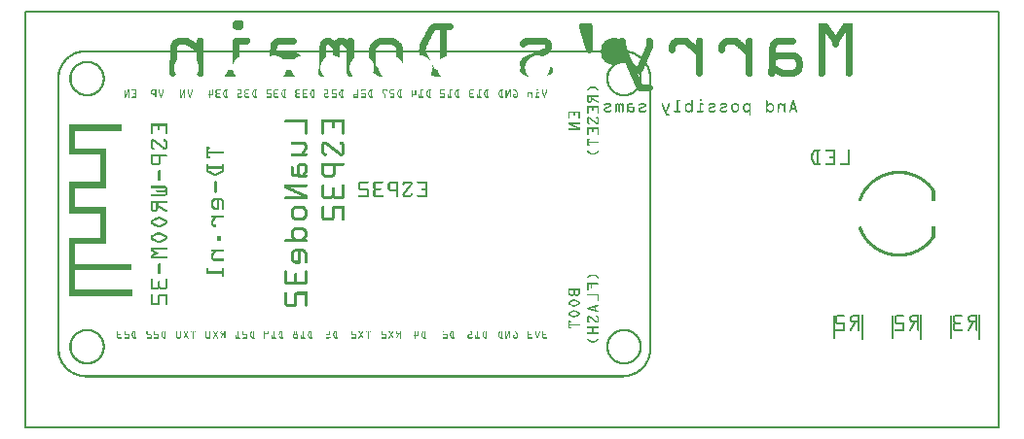
<source format=gbo>
G04 MADE WITH FRITZING*
G04 WWW.FRITZING.ORG*
G04 DOUBLE SIDED*
G04 HOLES PLATED*
G04 CONTOUR ON CENTER OF CONTOUR VECTOR*
%ASAXBY*%
%FSLAX23Y23*%
%MOIN*%
%OFA0B0*%
%SFA1.0B1.0*%
%ADD10C,0.093181*%
%ADD11R,3.340480X1.435990X3.324480X1.419990*%
%ADD12C,0.008000*%
%ADD13C,0.006000*%
%ADD14R,0.001000X0.001000*%
%LNSILK0*%
G90*
G70*
G54D10*
X2020Y1295D03*
X2020Y1295D03*
G54D12*
X4Y1432D02*
X3336Y1432D01*
X3336Y4D01*
X4Y4D01*
X4Y1432D01*
D02*
G54D13*
X2871Y309D02*
X2871Y390D01*
D02*
X2773Y310D02*
X2773Y389D01*
D02*
X3071Y309D02*
X3071Y390D01*
D02*
X2973Y310D02*
X2973Y389D01*
D02*
X3271Y309D02*
X3271Y390D01*
D02*
X3173Y310D02*
X3173Y389D01*
G54D14*
X723Y1401D02*
X741Y1401D01*
X721Y1400D02*
X743Y1400D01*
X719Y1399D02*
X745Y1399D01*
X718Y1398D02*
X746Y1398D01*
X717Y1397D02*
X747Y1397D01*
X717Y1396D02*
X748Y1396D01*
X716Y1395D02*
X748Y1395D01*
X716Y1394D02*
X749Y1394D01*
X715Y1393D02*
X749Y1393D01*
X715Y1392D02*
X749Y1392D01*
X715Y1391D02*
X749Y1391D01*
X1407Y1391D02*
X1460Y1391D01*
X1908Y1391D02*
X1938Y1391D01*
X2719Y1391D02*
X2748Y1391D01*
X2806Y1391D02*
X2836Y1391D01*
X715Y1390D02*
X749Y1390D01*
X1403Y1390D02*
X1462Y1390D01*
X1906Y1390D02*
X1940Y1390D01*
X2719Y1390D02*
X2749Y1390D01*
X2806Y1390D02*
X2836Y1390D01*
X715Y1389D02*
X749Y1389D01*
X1400Y1389D02*
X1464Y1389D01*
X1904Y1389D02*
X1941Y1389D01*
X2719Y1389D02*
X2750Y1389D01*
X2805Y1389D02*
X2836Y1389D01*
X715Y1388D02*
X749Y1388D01*
X1398Y1388D02*
X1465Y1388D01*
X1903Y1388D02*
X1942Y1388D01*
X2719Y1388D02*
X2750Y1388D01*
X2804Y1388D02*
X2836Y1388D01*
X715Y1387D02*
X749Y1387D01*
X1396Y1387D02*
X1466Y1387D01*
X1902Y1387D02*
X1943Y1387D01*
X2719Y1387D02*
X2751Y1387D01*
X2804Y1387D02*
X2836Y1387D01*
X715Y1386D02*
X749Y1386D01*
X1394Y1386D02*
X1466Y1386D01*
X1901Y1386D02*
X1944Y1386D01*
X2719Y1386D02*
X2752Y1386D01*
X2803Y1386D02*
X2836Y1386D01*
X715Y1385D02*
X749Y1385D01*
X1393Y1385D02*
X1467Y1385D01*
X1901Y1385D02*
X1945Y1385D01*
X2719Y1385D02*
X2753Y1385D01*
X2802Y1385D02*
X2836Y1385D01*
X715Y1384D02*
X749Y1384D01*
X1392Y1384D02*
X1467Y1384D01*
X1900Y1384D02*
X1945Y1384D01*
X2719Y1384D02*
X2753Y1384D01*
X2802Y1384D02*
X2836Y1384D01*
X715Y1383D02*
X749Y1383D01*
X1390Y1383D02*
X1468Y1383D01*
X1900Y1383D02*
X1945Y1383D01*
X2719Y1383D02*
X2754Y1383D01*
X2801Y1383D02*
X2836Y1383D01*
X715Y1382D02*
X749Y1382D01*
X1389Y1382D02*
X1468Y1382D01*
X1900Y1382D02*
X1946Y1382D01*
X2719Y1382D02*
X2755Y1382D01*
X2800Y1382D02*
X2836Y1382D01*
X715Y1381D02*
X749Y1381D01*
X1388Y1381D02*
X1468Y1381D01*
X1900Y1381D02*
X1946Y1381D01*
X2719Y1381D02*
X2755Y1381D01*
X2799Y1381D02*
X2836Y1381D01*
X715Y1380D02*
X749Y1380D01*
X1387Y1380D02*
X1468Y1380D01*
X1900Y1380D02*
X1946Y1380D01*
X2719Y1380D02*
X2756Y1380D01*
X2799Y1380D02*
X2836Y1380D01*
X715Y1379D02*
X749Y1379D01*
X1386Y1379D02*
X1468Y1379D01*
X1900Y1379D02*
X1946Y1379D01*
X2719Y1379D02*
X2757Y1379D01*
X2798Y1379D02*
X2836Y1379D01*
X715Y1378D02*
X749Y1378D01*
X1386Y1378D02*
X1468Y1378D01*
X1900Y1378D02*
X1946Y1378D01*
X2719Y1378D02*
X2757Y1378D01*
X2797Y1378D02*
X2836Y1378D01*
X715Y1377D02*
X749Y1377D01*
X1385Y1377D02*
X1468Y1377D01*
X1900Y1377D02*
X1946Y1377D01*
X2719Y1377D02*
X2758Y1377D01*
X2797Y1377D02*
X2836Y1377D01*
X715Y1376D02*
X749Y1376D01*
X1384Y1376D02*
X1468Y1376D01*
X1900Y1376D02*
X1946Y1376D01*
X2719Y1376D02*
X2759Y1376D01*
X2796Y1376D02*
X2836Y1376D01*
X716Y1375D02*
X748Y1375D01*
X1383Y1375D02*
X1467Y1375D01*
X1900Y1375D02*
X1946Y1375D01*
X2719Y1375D02*
X2760Y1375D01*
X2795Y1375D02*
X2836Y1375D01*
X716Y1374D02*
X748Y1374D01*
X1383Y1374D02*
X1467Y1374D01*
X1901Y1374D02*
X1946Y1374D01*
X2719Y1374D02*
X2760Y1374D01*
X2794Y1374D02*
X2836Y1374D01*
X717Y1373D02*
X747Y1373D01*
X1382Y1373D02*
X1466Y1373D01*
X1901Y1373D02*
X1946Y1373D01*
X2719Y1373D02*
X2761Y1373D01*
X2794Y1373D02*
X2836Y1373D01*
X718Y1372D02*
X746Y1372D01*
X1382Y1372D02*
X1465Y1372D01*
X1901Y1372D02*
X1946Y1372D01*
X2719Y1372D02*
X2762Y1372D01*
X2793Y1372D02*
X2836Y1372D01*
X719Y1371D02*
X746Y1371D01*
X1381Y1371D02*
X1464Y1371D01*
X1902Y1371D02*
X1946Y1371D01*
X2719Y1371D02*
X2762Y1371D01*
X2792Y1371D02*
X2836Y1371D01*
X720Y1370D02*
X744Y1370D01*
X1381Y1370D02*
X1463Y1370D01*
X1902Y1370D02*
X1946Y1370D01*
X2719Y1370D02*
X2763Y1370D01*
X2792Y1370D02*
X2836Y1370D01*
X722Y1369D02*
X743Y1369D01*
X1380Y1369D02*
X1462Y1369D01*
X1902Y1369D02*
X1946Y1369D01*
X2719Y1369D02*
X2764Y1369D01*
X2791Y1369D02*
X2836Y1369D01*
X724Y1368D02*
X740Y1368D01*
X1380Y1368D02*
X1459Y1368D01*
X1902Y1368D02*
X1946Y1368D01*
X2719Y1368D02*
X2764Y1368D01*
X2790Y1368D02*
X2836Y1368D01*
X1379Y1367D02*
X1408Y1367D01*
X1422Y1367D02*
X1445Y1367D01*
X1903Y1367D02*
X1946Y1367D01*
X2719Y1367D02*
X2765Y1367D01*
X2790Y1367D02*
X2836Y1367D01*
X1379Y1366D02*
X1406Y1366D01*
X1422Y1366D02*
X1445Y1366D01*
X1903Y1366D02*
X1946Y1366D01*
X2719Y1366D02*
X2766Y1366D01*
X2789Y1366D02*
X2836Y1366D01*
X1378Y1365D02*
X1405Y1365D01*
X1422Y1365D02*
X1445Y1365D01*
X1903Y1365D02*
X1946Y1365D01*
X2719Y1365D02*
X2767Y1365D01*
X2788Y1365D02*
X2836Y1365D01*
X1378Y1364D02*
X1404Y1364D01*
X1422Y1364D02*
X1445Y1364D01*
X1904Y1364D02*
X1946Y1364D01*
X2719Y1364D02*
X2767Y1364D01*
X2787Y1364D02*
X2836Y1364D01*
X1377Y1363D02*
X1403Y1363D01*
X1422Y1363D02*
X1445Y1363D01*
X1904Y1363D02*
X1946Y1363D01*
X2719Y1363D02*
X2768Y1363D01*
X2787Y1363D02*
X2836Y1363D01*
X1377Y1362D02*
X1403Y1362D01*
X1422Y1362D02*
X1445Y1362D01*
X1904Y1362D02*
X1946Y1362D01*
X2719Y1362D02*
X2769Y1362D01*
X2786Y1362D02*
X2836Y1362D01*
X1376Y1361D02*
X1402Y1361D01*
X1422Y1361D02*
X1445Y1361D01*
X1904Y1361D02*
X1946Y1361D01*
X2719Y1361D02*
X2769Y1361D01*
X2785Y1361D02*
X2836Y1361D01*
X1376Y1360D02*
X1401Y1360D01*
X1422Y1360D02*
X1445Y1360D01*
X1905Y1360D02*
X1946Y1360D01*
X2719Y1360D02*
X2770Y1360D01*
X2785Y1360D02*
X2836Y1360D01*
X1375Y1359D02*
X1401Y1359D01*
X1422Y1359D02*
X1445Y1359D01*
X1905Y1359D02*
X1946Y1359D01*
X2719Y1359D02*
X2771Y1359D01*
X2784Y1359D02*
X2836Y1359D01*
X1375Y1358D02*
X1400Y1358D01*
X1422Y1358D02*
X1445Y1358D01*
X1905Y1358D02*
X1946Y1358D01*
X2719Y1358D02*
X2771Y1358D01*
X2783Y1358D02*
X2836Y1358D01*
X1374Y1357D02*
X1400Y1357D01*
X1422Y1357D02*
X1445Y1357D01*
X1906Y1357D02*
X1946Y1357D01*
X2719Y1357D02*
X2742Y1357D01*
X2744Y1357D02*
X2772Y1357D01*
X2783Y1357D02*
X2811Y1357D01*
X2813Y1357D02*
X2836Y1357D01*
X1374Y1356D02*
X1399Y1356D01*
X1422Y1356D02*
X1445Y1356D01*
X1906Y1356D02*
X1946Y1356D01*
X2719Y1356D02*
X2742Y1356D01*
X2745Y1356D02*
X2773Y1356D01*
X2782Y1356D02*
X2810Y1356D01*
X2813Y1356D02*
X2836Y1356D01*
X1373Y1355D02*
X1399Y1355D01*
X1422Y1355D02*
X1445Y1355D01*
X1906Y1355D02*
X1946Y1355D01*
X2719Y1355D02*
X2742Y1355D01*
X2745Y1355D02*
X2773Y1355D01*
X2781Y1355D02*
X2809Y1355D01*
X2813Y1355D02*
X2836Y1355D01*
X1373Y1354D02*
X1398Y1354D01*
X1422Y1354D02*
X1445Y1354D01*
X1907Y1354D02*
X1946Y1354D01*
X2719Y1354D02*
X2742Y1354D01*
X2746Y1354D02*
X2774Y1354D01*
X2780Y1354D02*
X2809Y1354D01*
X2813Y1354D02*
X2836Y1354D01*
X1372Y1353D02*
X1398Y1353D01*
X1422Y1353D02*
X1445Y1353D01*
X1907Y1353D02*
X1946Y1353D01*
X2719Y1353D02*
X2742Y1353D01*
X2747Y1353D02*
X2775Y1353D01*
X2780Y1353D02*
X2808Y1353D01*
X2813Y1353D02*
X2836Y1353D01*
X1372Y1352D02*
X1397Y1352D01*
X1422Y1352D02*
X1445Y1352D01*
X1907Y1352D02*
X1946Y1352D01*
X2719Y1352D02*
X2742Y1352D01*
X2748Y1352D02*
X2776Y1352D01*
X2779Y1352D02*
X2807Y1352D01*
X2813Y1352D02*
X2836Y1352D01*
X1371Y1351D02*
X1397Y1351D01*
X1422Y1351D02*
X1445Y1351D01*
X1907Y1351D02*
X1946Y1351D01*
X2719Y1351D02*
X2742Y1351D01*
X2748Y1351D02*
X2776Y1351D01*
X2778Y1351D02*
X2807Y1351D01*
X2813Y1351D02*
X2836Y1351D01*
X1371Y1350D02*
X1396Y1350D01*
X1422Y1350D02*
X1445Y1350D01*
X1908Y1350D02*
X1946Y1350D01*
X2719Y1350D02*
X2742Y1350D01*
X2749Y1350D02*
X2806Y1350D01*
X2813Y1350D02*
X2836Y1350D01*
X1370Y1349D02*
X1396Y1349D01*
X1422Y1349D02*
X1445Y1349D01*
X1908Y1349D02*
X1946Y1349D01*
X2719Y1349D02*
X2742Y1349D01*
X2750Y1349D02*
X2805Y1349D01*
X2813Y1349D02*
X2836Y1349D01*
X1370Y1348D02*
X1395Y1348D01*
X1422Y1348D02*
X1445Y1348D01*
X1908Y1348D02*
X1946Y1348D01*
X2719Y1348D02*
X2742Y1348D01*
X2750Y1348D02*
X2805Y1348D01*
X2813Y1348D02*
X2836Y1348D01*
X1369Y1347D02*
X1395Y1347D01*
X1422Y1347D02*
X1445Y1347D01*
X1909Y1347D02*
X1946Y1347D01*
X2719Y1347D02*
X2742Y1347D01*
X2751Y1347D02*
X2804Y1347D01*
X2813Y1347D02*
X2836Y1347D01*
X1369Y1346D02*
X1394Y1346D01*
X1422Y1346D02*
X1445Y1346D01*
X1909Y1346D02*
X1946Y1346D01*
X2719Y1346D02*
X2742Y1346D01*
X2752Y1346D02*
X2803Y1346D01*
X2813Y1346D02*
X2836Y1346D01*
X1368Y1345D02*
X1394Y1345D01*
X1422Y1345D02*
X1445Y1345D01*
X1909Y1345D02*
X1946Y1345D01*
X2719Y1345D02*
X2742Y1345D01*
X2752Y1345D02*
X2802Y1345D01*
X2813Y1345D02*
X2836Y1345D01*
X1368Y1344D02*
X1393Y1344D01*
X1422Y1344D02*
X1445Y1344D01*
X1909Y1344D02*
X1946Y1344D01*
X2719Y1344D02*
X2742Y1344D01*
X2753Y1344D02*
X2802Y1344D01*
X2813Y1344D02*
X2836Y1344D01*
X1367Y1343D02*
X1393Y1343D01*
X1422Y1343D02*
X1445Y1343D01*
X1910Y1343D02*
X1946Y1343D01*
X2719Y1343D02*
X2742Y1343D01*
X2754Y1343D02*
X2801Y1343D01*
X2813Y1343D02*
X2836Y1343D01*
X1367Y1342D02*
X1392Y1342D01*
X1422Y1342D02*
X1445Y1342D01*
X1910Y1342D02*
X1946Y1342D01*
X2719Y1342D02*
X2742Y1342D01*
X2755Y1342D02*
X2800Y1342D01*
X2813Y1342D02*
X2836Y1342D01*
X529Y1341D02*
X554Y1341D01*
X599Y1341D02*
X605Y1341D01*
X723Y1341D02*
X764Y1341D01*
X871Y1341D02*
X924Y1341D01*
X1080Y1341D02*
X1090Y1341D01*
X1114Y1341D02*
X1120Y1341D01*
X1218Y1341D02*
X1260Y1341D01*
X1366Y1341D02*
X1392Y1341D01*
X1422Y1341D02*
X1445Y1341D01*
X1721Y1341D02*
X1783Y1341D01*
X1910Y1341D02*
X1946Y1341D01*
X2044Y1341D02*
X2050Y1341D01*
X2138Y1341D02*
X2143Y1341D01*
X2236Y1341D02*
X2268Y1341D01*
X2309Y1341D02*
X2314Y1341D01*
X2407Y1341D02*
X2439Y1341D01*
X2480Y1341D02*
X2485Y1341D01*
X2580Y1341D02*
X2633Y1341D01*
X2719Y1341D02*
X2742Y1341D01*
X2755Y1341D02*
X2800Y1341D01*
X2813Y1341D02*
X2836Y1341D01*
X525Y1340D02*
X558Y1340D01*
X597Y1340D02*
X607Y1340D01*
X721Y1340D02*
X767Y1340D01*
X867Y1340D02*
X926Y1340D01*
X1033Y1340D02*
X1045Y1340D01*
X1076Y1340D02*
X1094Y1340D01*
X1112Y1340D02*
X1122Y1340D01*
X1214Y1340D02*
X1264Y1340D01*
X1366Y1340D02*
X1391Y1340D01*
X1422Y1340D02*
X1445Y1340D01*
X1717Y1340D02*
X1787Y1340D01*
X1911Y1340D02*
X1946Y1340D01*
X2041Y1340D02*
X2052Y1340D01*
X2135Y1340D02*
X2146Y1340D01*
X2231Y1340D02*
X2270Y1340D01*
X2306Y1340D02*
X2317Y1340D01*
X2402Y1340D02*
X2441Y1340D01*
X2477Y1340D02*
X2488Y1340D01*
X2576Y1340D02*
X2635Y1340D01*
X2719Y1340D02*
X2742Y1340D01*
X2756Y1340D02*
X2799Y1340D01*
X2813Y1340D02*
X2836Y1340D01*
X522Y1339D02*
X561Y1339D01*
X595Y1339D02*
X609Y1339D01*
X720Y1339D02*
X768Y1339D01*
X864Y1339D02*
X927Y1339D01*
X1030Y1339D02*
X1049Y1339D01*
X1074Y1339D02*
X1096Y1339D01*
X1110Y1339D02*
X1124Y1339D01*
X1212Y1339D02*
X1267Y1339D01*
X1365Y1339D02*
X1391Y1339D01*
X1422Y1339D02*
X1445Y1339D01*
X1714Y1339D02*
X1789Y1339D01*
X1911Y1339D02*
X1946Y1339D01*
X2040Y1339D02*
X2054Y1339D01*
X2134Y1339D02*
X2147Y1339D01*
X2228Y1339D02*
X2272Y1339D01*
X2305Y1339D02*
X2318Y1339D01*
X2399Y1339D02*
X2443Y1339D01*
X2476Y1339D02*
X2489Y1339D01*
X2573Y1339D02*
X2637Y1339D01*
X2719Y1339D02*
X2742Y1339D01*
X2757Y1339D02*
X2798Y1339D01*
X2813Y1339D02*
X2836Y1339D01*
X520Y1338D02*
X563Y1338D01*
X594Y1338D02*
X610Y1338D01*
X718Y1338D02*
X769Y1338D01*
X862Y1338D02*
X929Y1338D01*
X1027Y1338D02*
X1051Y1338D01*
X1072Y1338D02*
X1098Y1338D01*
X1109Y1338D02*
X1125Y1338D01*
X1210Y1338D02*
X1269Y1338D01*
X1365Y1338D02*
X1390Y1338D01*
X1422Y1338D02*
X1445Y1338D01*
X1712Y1338D02*
X1791Y1338D01*
X1911Y1338D02*
X1946Y1338D01*
X2039Y1338D02*
X2055Y1338D01*
X2133Y1338D02*
X2148Y1338D01*
X2226Y1338D02*
X2273Y1338D01*
X2304Y1338D02*
X2319Y1338D01*
X2397Y1338D02*
X2444Y1338D01*
X2475Y1338D02*
X2490Y1338D01*
X2571Y1338D02*
X2638Y1338D01*
X2719Y1338D02*
X2742Y1338D01*
X2757Y1338D02*
X2797Y1338D01*
X2813Y1338D02*
X2836Y1338D01*
X518Y1337D02*
X565Y1337D01*
X593Y1337D02*
X611Y1337D01*
X718Y1337D02*
X770Y1337D01*
X860Y1337D02*
X929Y1337D01*
X1026Y1337D02*
X1053Y1337D01*
X1070Y1337D02*
X1100Y1337D01*
X1108Y1337D02*
X1126Y1337D01*
X1207Y1337D02*
X1271Y1337D01*
X1364Y1337D02*
X1390Y1337D01*
X1422Y1337D02*
X1445Y1337D01*
X1710Y1337D02*
X1793Y1337D01*
X1911Y1337D02*
X1946Y1337D01*
X2038Y1337D02*
X2056Y1337D01*
X2132Y1337D02*
X2149Y1337D01*
X2224Y1337D02*
X2274Y1337D01*
X2303Y1337D02*
X2320Y1337D01*
X2395Y1337D02*
X2445Y1337D01*
X2474Y1337D02*
X2491Y1337D01*
X2569Y1337D02*
X2639Y1337D01*
X2719Y1337D02*
X2742Y1337D01*
X2758Y1337D02*
X2797Y1337D01*
X2813Y1337D02*
X2836Y1337D01*
X516Y1336D02*
X567Y1336D01*
X593Y1336D02*
X612Y1336D01*
X717Y1336D02*
X771Y1336D01*
X858Y1336D02*
X930Y1336D01*
X1024Y1336D02*
X1054Y1336D01*
X1069Y1336D02*
X1101Y1336D01*
X1107Y1336D02*
X1126Y1336D01*
X1206Y1336D02*
X1272Y1336D01*
X1363Y1336D02*
X1389Y1336D01*
X1422Y1336D02*
X1445Y1336D01*
X1708Y1336D02*
X1794Y1336D01*
X1912Y1336D02*
X1946Y1336D01*
X2037Y1336D02*
X2056Y1336D01*
X2131Y1336D02*
X2150Y1336D01*
X2223Y1336D02*
X2275Y1336D01*
X2302Y1336D02*
X2321Y1336D01*
X2394Y1336D02*
X2446Y1336D01*
X2473Y1336D02*
X2492Y1336D01*
X2567Y1336D02*
X2639Y1336D01*
X2719Y1336D02*
X2742Y1336D01*
X2759Y1336D02*
X2796Y1336D01*
X2813Y1336D02*
X2836Y1336D01*
X515Y1335D02*
X568Y1335D01*
X592Y1335D02*
X612Y1335D01*
X716Y1335D02*
X771Y1335D01*
X857Y1335D02*
X931Y1335D01*
X1023Y1335D02*
X1056Y1335D01*
X1067Y1335D02*
X1103Y1335D01*
X1107Y1335D02*
X1127Y1335D01*
X1204Y1335D02*
X1274Y1335D01*
X1363Y1335D02*
X1389Y1335D01*
X1422Y1335D02*
X1445Y1335D01*
X1707Y1335D02*
X1796Y1335D01*
X1912Y1335D02*
X1946Y1335D01*
X2037Y1335D02*
X2057Y1335D01*
X2130Y1335D02*
X2151Y1335D01*
X2221Y1335D02*
X2276Y1335D01*
X2301Y1335D02*
X2322Y1335D01*
X2392Y1335D02*
X2447Y1335D01*
X2472Y1335D02*
X2492Y1335D01*
X2566Y1335D02*
X2640Y1335D01*
X2719Y1335D02*
X2742Y1335D01*
X2759Y1335D02*
X2795Y1335D01*
X2813Y1335D02*
X2836Y1335D01*
X513Y1334D02*
X570Y1334D01*
X592Y1334D02*
X613Y1334D01*
X716Y1334D02*
X772Y1334D01*
X855Y1334D02*
X931Y1334D01*
X1022Y1334D02*
X1057Y1334D01*
X1066Y1334D02*
X1104Y1334D01*
X1106Y1334D02*
X1127Y1334D01*
X1203Y1334D02*
X1275Y1334D01*
X1362Y1334D02*
X1388Y1334D01*
X1422Y1334D02*
X1445Y1334D01*
X1705Y1334D02*
X1797Y1334D01*
X1912Y1334D02*
X1946Y1334D01*
X2036Y1334D02*
X2057Y1334D01*
X2130Y1334D02*
X2151Y1334D01*
X2220Y1334D02*
X2277Y1334D01*
X2301Y1334D02*
X2322Y1334D01*
X2391Y1334D02*
X2448Y1334D01*
X2472Y1334D02*
X2493Y1334D01*
X2565Y1334D02*
X2640Y1334D01*
X2719Y1334D02*
X2742Y1334D01*
X2760Y1334D02*
X2795Y1334D01*
X2813Y1334D02*
X2836Y1334D01*
X512Y1333D02*
X571Y1333D01*
X591Y1333D02*
X613Y1333D01*
X715Y1333D02*
X772Y1333D01*
X854Y1333D02*
X931Y1333D01*
X1020Y1333D02*
X1058Y1333D01*
X1065Y1333D02*
X1128Y1333D01*
X1202Y1333D02*
X1276Y1333D01*
X1362Y1333D02*
X1388Y1333D01*
X1422Y1333D02*
X1445Y1333D01*
X1704Y1333D02*
X1798Y1333D01*
X1913Y1333D02*
X1946Y1333D01*
X2036Y1333D02*
X2058Y1333D01*
X2130Y1333D02*
X2151Y1333D01*
X2219Y1333D02*
X2279Y1333D01*
X2301Y1333D02*
X2322Y1333D01*
X2390Y1333D02*
X2450Y1333D01*
X2471Y1333D02*
X2493Y1333D01*
X2564Y1333D02*
X2641Y1333D01*
X2719Y1333D02*
X2742Y1333D01*
X2761Y1333D02*
X2794Y1333D01*
X2813Y1333D02*
X2836Y1333D01*
X511Y1332D02*
X573Y1332D01*
X591Y1332D02*
X613Y1332D01*
X715Y1332D02*
X773Y1332D01*
X853Y1332D02*
X932Y1332D01*
X1019Y1332D02*
X1060Y1332D01*
X1064Y1332D02*
X1128Y1332D01*
X1201Y1332D02*
X1277Y1332D01*
X1361Y1332D02*
X1387Y1332D01*
X1422Y1332D02*
X1445Y1332D01*
X1703Y1332D02*
X1799Y1332D01*
X1913Y1332D02*
X1946Y1332D01*
X2035Y1332D02*
X2058Y1332D01*
X2129Y1332D02*
X2152Y1332D01*
X2218Y1332D02*
X2280Y1332D01*
X2300Y1332D02*
X2323Y1332D01*
X2389Y1332D02*
X2451Y1332D01*
X2471Y1332D02*
X2494Y1332D01*
X2562Y1332D02*
X2641Y1332D01*
X2719Y1332D02*
X2742Y1332D01*
X2762Y1332D02*
X2793Y1332D01*
X2813Y1332D02*
X2836Y1332D01*
X510Y1331D02*
X575Y1331D01*
X591Y1331D02*
X613Y1331D01*
X715Y1331D02*
X773Y1331D01*
X852Y1331D02*
X932Y1331D01*
X1018Y1331D02*
X1061Y1331D01*
X1063Y1331D02*
X1128Y1331D01*
X1199Y1331D02*
X1279Y1331D01*
X1361Y1331D02*
X1387Y1331D01*
X1422Y1331D02*
X1445Y1331D01*
X1702Y1331D02*
X1800Y1331D01*
X1913Y1331D02*
X1946Y1331D01*
X2035Y1331D02*
X2058Y1331D01*
X2129Y1331D02*
X2152Y1331D01*
X2217Y1331D02*
X2281Y1331D01*
X2300Y1331D02*
X2323Y1331D01*
X2388Y1331D02*
X2452Y1331D01*
X2471Y1331D02*
X2494Y1331D01*
X2561Y1331D02*
X2641Y1331D01*
X2719Y1331D02*
X2742Y1331D01*
X2762Y1331D02*
X2793Y1331D01*
X2813Y1331D02*
X2836Y1331D01*
X509Y1330D02*
X576Y1330D01*
X591Y1330D02*
X614Y1330D01*
X715Y1330D02*
X773Y1330D01*
X851Y1330D02*
X932Y1330D01*
X1017Y1330D02*
X1128Y1330D01*
X1198Y1330D02*
X1280Y1330D01*
X1360Y1330D02*
X1386Y1330D01*
X1422Y1330D02*
X1445Y1330D01*
X1701Y1330D02*
X1801Y1330D01*
X1914Y1330D02*
X1946Y1330D01*
X2035Y1330D02*
X2058Y1330D01*
X2129Y1330D02*
X2152Y1330D01*
X2216Y1330D02*
X2282Y1330D01*
X2300Y1330D02*
X2323Y1330D01*
X2387Y1330D02*
X2453Y1330D01*
X2471Y1330D02*
X2494Y1330D01*
X2560Y1330D02*
X2641Y1330D01*
X2719Y1330D02*
X2742Y1330D01*
X2763Y1330D02*
X2792Y1330D01*
X2813Y1330D02*
X2836Y1330D01*
X508Y1329D02*
X578Y1329D01*
X591Y1329D02*
X614Y1329D01*
X715Y1329D02*
X773Y1329D01*
X850Y1329D02*
X932Y1329D01*
X1017Y1329D02*
X1128Y1329D01*
X1197Y1329D02*
X1281Y1329D01*
X1360Y1329D02*
X1386Y1329D01*
X1422Y1329D02*
X1445Y1329D01*
X1700Y1329D02*
X1802Y1329D01*
X1914Y1329D02*
X1946Y1329D01*
X2035Y1329D02*
X2058Y1329D01*
X2129Y1329D02*
X2152Y1329D01*
X2215Y1329D02*
X2283Y1329D01*
X2300Y1329D02*
X2323Y1329D01*
X2386Y1329D02*
X2454Y1329D01*
X2471Y1329D02*
X2494Y1329D01*
X2560Y1329D02*
X2641Y1329D01*
X2719Y1329D02*
X2742Y1329D01*
X2764Y1329D02*
X2791Y1329D01*
X2813Y1329D02*
X2836Y1329D01*
X508Y1328D02*
X579Y1328D01*
X591Y1328D02*
X614Y1328D01*
X715Y1328D02*
X773Y1328D01*
X849Y1328D02*
X932Y1328D01*
X1016Y1328D02*
X1128Y1328D01*
X1196Y1328D02*
X1282Y1328D01*
X1359Y1328D02*
X1385Y1328D01*
X1422Y1328D02*
X1445Y1328D01*
X1699Y1328D02*
X1802Y1328D01*
X1914Y1328D02*
X1946Y1328D01*
X2035Y1328D02*
X2058Y1328D01*
X2129Y1328D02*
X2152Y1328D01*
X2214Y1328D02*
X2284Y1328D01*
X2300Y1328D02*
X2323Y1328D01*
X2385Y1328D02*
X2455Y1328D01*
X2471Y1328D02*
X2494Y1328D01*
X2559Y1328D02*
X2641Y1328D01*
X2719Y1328D02*
X2742Y1328D01*
X2764Y1328D02*
X2790Y1328D01*
X2813Y1328D02*
X2836Y1328D01*
X507Y1327D02*
X581Y1327D01*
X591Y1327D02*
X614Y1327D01*
X715Y1327D02*
X773Y1327D01*
X849Y1327D02*
X932Y1327D01*
X1015Y1327D02*
X1128Y1327D01*
X1195Y1327D02*
X1283Y1327D01*
X1359Y1327D02*
X1385Y1327D01*
X1422Y1327D02*
X1445Y1327D01*
X1699Y1327D02*
X1803Y1327D01*
X1914Y1327D02*
X1946Y1327D01*
X2035Y1327D02*
X2058Y1327D01*
X2129Y1327D02*
X2152Y1327D01*
X2213Y1327D02*
X2286Y1327D01*
X2300Y1327D02*
X2323Y1327D01*
X2384Y1327D02*
X2457Y1327D01*
X2471Y1327D02*
X2494Y1327D01*
X2558Y1327D02*
X2641Y1327D01*
X2719Y1327D02*
X2742Y1327D01*
X2765Y1327D02*
X2790Y1327D01*
X2813Y1327D02*
X2836Y1327D01*
X506Y1326D02*
X582Y1326D01*
X591Y1326D02*
X614Y1326D01*
X715Y1326D02*
X772Y1326D01*
X848Y1326D02*
X931Y1326D01*
X1015Y1326D02*
X1128Y1326D01*
X1193Y1326D02*
X1284Y1326D01*
X1358Y1326D02*
X1384Y1326D01*
X1422Y1326D02*
X1445Y1326D01*
X1698Y1326D02*
X1804Y1326D01*
X1915Y1326D02*
X1946Y1326D01*
X2035Y1326D02*
X2058Y1326D01*
X2129Y1326D02*
X2152Y1326D01*
X2212Y1326D02*
X2287Y1326D01*
X2300Y1326D02*
X2323Y1326D01*
X2383Y1326D02*
X2458Y1326D01*
X2471Y1326D02*
X2494Y1326D01*
X2557Y1326D02*
X2641Y1326D01*
X2719Y1326D02*
X2742Y1326D01*
X2766Y1326D02*
X2789Y1326D01*
X2813Y1326D02*
X2836Y1326D01*
X505Y1325D02*
X584Y1325D01*
X591Y1325D02*
X614Y1325D01*
X715Y1325D02*
X772Y1325D01*
X847Y1325D02*
X931Y1325D01*
X1014Y1325D02*
X1128Y1325D01*
X1192Y1325D02*
X1286Y1325D01*
X1358Y1325D02*
X1384Y1325D01*
X1422Y1325D02*
X1445Y1325D01*
X1697Y1325D02*
X1804Y1325D01*
X1915Y1325D02*
X1946Y1325D01*
X2035Y1325D02*
X2058Y1325D01*
X2129Y1325D02*
X2152Y1325D01*
X2212Y1325D02*
X2288Y1325D01*
X2300Y1325D02*
X2323Y1325D01*
X2383Y1325D02*
X2459Y1325D01*
X2471Y1325D02*
X2494Y1325D01*
X2557Y1325D02*
X2640Y1325D01*
X2719Y1325D02*
X2742Y1325D01*
X2766Y1325D02*
X2789Y1325D01*
X2813Y1325D02*
X2836Y1325D01*
X505Y1324D02*
X586Y1324D01*
X591Y1324D02*
X614Y1324D01*
X715Y1324D02*
X771Y1324D01*
X847Y1324D02*
X931Y1324D01*
X1014Y1324D02*
X1128Y1324D01*
X1191Y1324D02*
X1287Y1324D01*
X1357Y1324D02*
X1383Y1324D01*
X1422Y1324D02*
X1445Y1324D01*
X1697Y1324D02*
X1805Y1324D01*
X1915Y1324D02*
X1946Y1324D01*
X2035Y1324D02*
X2058Y1324D01*
X2129Y1324D02*
X2152Y1324D01*
X2211Y1324D02*
X2289Y1324D01*
X2300Y1324D02*
X2323Y1324D01*
X2382Y1324D02*
X2460Y1324D01*
X2471Y1324D02*
X2494Y1324D01*
X2556Y1324D02*
X2640Y1324D01*
X2719Y1324D02*
X2742Y1324D01*
X2766Y1324D02*
X2789Y1324D01*
X2813Y1324D02*
X2836Y1324D01*
X504Y1323D02*
X587Y1323D01*
X591Y1323D02*
X614Y1323D01*
X715Y1323D02*
X771Y1323D01*
X846Y1323D02*
X930Y1323D01*
X1013Y1323D02*
X1128Y1323D01*
X1190Y1323D02*
X1288Y1323D01*
X1357Y1323D02*
X1383Y1323D01*
X1422Y1323D02*
X1445Y1323D01*
X1696Y1323D02*
X1805Y1323D01*
X1916Y1323D02*
X1946Y1323D01*
X2035Y1323D02*
X2058Y1323D01*
X2129Y1323D02*
X2152Y1323D01*
X2210Y1323D02*
X2290Y1323D01*
X2300Y1323D02*
X2323Y1323D01*
X2381Y1323D02*
X2461Y1323D01*
X2471Y1323D02*
X2494Y1323D01*
X2555Y1323D02*
X2639Y1323D01*
X2719Y1323D02*
X2742Y1323D01*
X2766Y1323D02*
X2789Y1323D01*
X2813Y1323D02*
X2836Y1323D01*
X504Y1322D02*
X589Y1322D01*
X591Y1322D02*
X614Y1322D01*
X715Y1322D02*
X770Y1322D01*
X845Y1322D02*
X929Y1322D01*
X1013Y1322D02*
X1128Y1322D01*
X1189Y1322D02*
X1288Y1322D01*
X1357Y1322D02*
X1382Y1322D01*
X1422Y1322D02*
X1445Y1322D01*
X1696Y1322D02*
X1805Y1322D01*
X1916Y1322D02*
X1946Y1322D01*
X2035Y1322D02*
X2058Y1322D01*
X2129Y1322D02*
X2152Y1322D01*
X2210Y1322D02*
X2291Y1322D01*
X2300Y1322D02*
X2323Y1322D01*
X2381Y1322D02*
X2462Y1322D01*
X2471Y1322D02*
X2494Y1322D01*
X2555Y1322D02*
X2639Y1322D01*
X2719Y1322D02*
X2742Y1322D01*
X2766Y1322D02*
X2789Y1322D01*
X2813Y1322D02*
X2836Y1322D01*
X503Y1321D02*
X614Y1321D01*
X715Y1321D02*
X769Y1321D01*
X845Y1321D02*
X928Y1321D01*
X1013Y1321D02*
X1128Y1321D01*
X1188Y1321D02*
X1289Y1321D01*
X1356Y1321D02*
X1382Y1321D01*
X1422Y1321D02*
X1445Y1321D01*
X1696Y1321D02*
X1806Y1321D01*
X1916Y1321D02*
X1946Y1321D01*
X2035Y1321D02*
X2058Y1321D01*
X2129Y1321D02*
X2152Y1321D01*
X2209Y1321D02*
X2293Y1321D01*
X2300Y1321D02*
X2323Y1321D01*
X2380Y1321D02*
X2464Y1321D01*
X2471Y1321D02*
X2494Y1321D01*
X2554Y1321D02*
X2638Y1321D01*
X2719Y1321D02*
X2742Y1321D01*
X2766Y1321D02*
X2789Y1321D01*
X2813Y1321D02*
X2836Y1321D01*
X503Y1320D02*
X614Y1320D01*
X715Y1320D02*
X768Y1320D01*
X845Y1320D02*
X927Y1320D01*
X1012Y1320D02*
X1128Y1320D01*
X1188Y1320D02*
X1290Y1320D01*
X1356Y1320D02*
X1381Y1320D01*
X1422Y1320D02*
X1445Y1320D01*
X1696Y1320D02*
X1806Y1320D01*
X1916Y1320D02*
X1946Y1320D01*
X2035Y1320D02*
X2058Y1320D01*
X2129Y1320D02*
X2152Y1320D01*
X2209Y1320D02*
X2294Y1320D01*
X2300Y1320D02*
X2323Y1320D01*
X2380Y1320D02*
X2465Y1320D01*
X2471Y1320D02*
X2494Y1320D01*
X2554Y1320D02*
X2637Y1320D01*
X2719Y1320D02*
X2742Y1320D01*
X2766Y1320D02*
X2789Y1320D01*
X2813Y1320D02*
X2836Y1320D01*
X502Y1319D02*
X614Y1319D01*
X715Y1319D02*
X766Y1319D01*
X844Y1319D02*
X926Y1319D01*
X1012Y1319D02*
X1128Y1319D01*
X1187Y1319D02*
X1291Y1319D01*
X1355Y1319D02*
X1381Y1319D01*
X1422Y1319D02*
X1445Y1319D01*
X1696Y1319D02*
X1806Y1319D01*
X1917Y1319D02*
X1946Y1319D01*
X2035Y1319D02*
X2058Y1319D01*
X2129Y1319D02*
X2152Y1319D01*
X2209Y1319D02*
X2295Y1319D01*
X2300Y1319D02*
X2323Y1319D01*
X2379Y1319D02*
X2466Y1319D01*
X2471Y1319D02*
X2494Y1319D01*
X2553Y1319D02*
X2635Y1319D01*
X2719Y1319D02*
X2742Y1319D01*
X2766Y1319D02*
X2789Y1319D01*
X2813Y1319D02*
X2836Y1319D01*
X502Y1318D02*
X614Y1318D01*
X715Y1318D02*
X764Y1318D01*
X844Y1318D02*
X923Y1318D01*
X1012Y1318D02*
X1128Y1318D01*
X1186Y1318D02*
X1291Y1318D01*
X1355Y1318D02*
X1380Y1318D01*
X1422Y1318D02*
X1445Y1318D01*
X1696Y1318D02*
X1807Y1318D01*
X1917Y1318D02*
X1946Y1318D01*
X2035Y1318D02*
X2058Y1318D01*
X2129Y1318D02*
X2152Y1318D01*
X2208Y1318D02*
X2296Y1318D01*
X2300Y1318D02*
X2323Y1318D01*
X2379Y1318D02*
X2467Y1318D01*
X2471Y1318D02*
X2494Y1318D01*
X2553Y1318D02*
X2632Y1318D01*
X2719Y1318D02*
X2742Y1318D01*
X2766Y1318D02*
X2789Y1318D01*
X2813Y1318D02*
X2836Y1318D01*
X502Y1317D02*
X531Y1317D01*
X553Y1317D02*
X614Y1317D01*
X715Y1317D02*
X737Y1317D01*
X843Y1317D02*
X871Y1317D01*
X1012Y1317D02*
X1036Y1317D01*
X1041Y1317D02*
X1082Y1317D01*
X1088Y1317D02*
X1128Y1317D01*
X1186Y1317D02*
X1220Y1317D01*
X1258Y1317D02*
X1292Y1317D01*
X1355Y1317D02*
X1380Y1317D01*
X1422Y1317D02*
X1445Y1317D01*
X1696Y1317D02*
X1723Y1317D01*
X1781Y1317D02*
X1807Y1317D01*
X1917Y1317D02*
X1946Y1317D01*
X2035Y1317D02*
X2058Y1317D01*
X2129Y1317D02*
X2152Y1317D01*
X2208Y1317D02*
X2237Y1317D01*
X2262Y1317D02*
X2297Y1317D01*
X2300Y1317D02*
X2323Y1317D01*
X2379Y1317D02*
X2408Y1317D01*
X2432Y1317D02*
X2468Y1317D01*
X2471Y1317D02*
X2494Y1317D01*
X2553Y1317D02*
X2581Y1317D01*
X2719Y1317D02*
X2742Y1317D01*
X2766Y1317D02*
X2789Y1317D01*
X2813Y1317D02*
X2836Y1317D01*
X501Y1316D02*
X528Y1316D01*
X555Y1316D02*
X614Y1316D01*
X715Y1316D02*
X737Y1316D01*
X843Y1316D02*
X869Y1316D01*
X1012Y1316D02*
X1035Y1316D01*
X1043Y1316D02*
X1081Y1316D01*
X1090Y1316D02*
X1128Y1316D01*
X1185Y1316D02*
X1217Y1316D01*
X1261Y1316D02*
X1292Y1316D01*
X1354Y1316D02*
X1379Y1316D01*
X1422Y1316D02*
X1445Y1316D01*
X1697Y1316D02*
X1721Y1316D01*
X1782Y1316D02*
X1807Y1316D01*
X1918Y1316D02*
X1946Y1316D01*
X2035Y1316D02*
X2058Y1316D01*
X2129Y1316D02*
X2152Y1316D01*
X2208Y1316D02*
X2235Y1316D01*
X2263Y1316D02*
X2298Y1316D01*
X2300Y1316D02*
X2323Y1316D01*
X2378Y1316D02*
X2406Y1316D01*
X2434Y1316D02*
X2469Y1316D01*
X2471Y1316D02*
X2494Y1316D01*
X2552Y1316D02*
X2579Y1316D01*
X2719Y1316D02*
X2742Y1316D01*
X2767Y1316D02*
X2788Y1316D01*
X2813Y1316D02*
X2836Y1316D01*
X501Y1315D02*
X527Y1315D01*
X556Y1315D02*
X614Y1315D01*
X715Y1315D02*
X737Y1315D01*
X843Y1315D02*
X868Y1315D01*
X1012Y1315D02*
X1035Y1315D01*
X1044Y1315D02*
X1080Y1315D01*
X1091Y1315D02*
X1128Y1315D01*
X1184Y1315D02*
X1216Y1315D01*
X1262Y1315D02*
X1293Y1315D01*
X1354Y1315D02*
X1379Y1315D01*
X1422Y1315D02*
X1445Y1315D01*
X1697Y1315D02*
X1719Y1315D01*
X1783Y1315D02*
X1807Y1315D01*
X1918Y1315D02*
X1946Y1315D01*
X2035Y1315D02*
X2058Y1315D01*
X2129Y1315D02*
X2152Y1315D01*
X2207Y1315D02*
X2233Y1315D01*
X2264Y1315D02*
X2323Y1315D01*
X2378Y1315D02*
X2404Y1315D01*
X2435Y1315D02*
X2494Y1315D01*
X2552Y1315D02*
X2578Y1315D01*
X2719Y1315D02*
X2742Y1315D01*
X2767Y1315D02*
X2788Y1315D01*
X2813Y1315D02*
X2836Y1315D01*
X501Y1314D02*
X526Y1314D01*
X558Y1314D02*
X614Y1314D01*
X715Y1314D02*
X737Y1314D01*
X843Y1314D02*
X868Y1314D01*
X1011Y1314D02*
X1034Y1314D01*
X1045Y1314D02*
X1080Y1314D01*
X1092Y1314D02*
X1128Y1314D01*
X1184Y1314D02*
X1214Y1314D01*
X1263Y1314D02*
X1294Y1314D01*
X1354Y1314D02*
X1378Y1314D01*
X1422Y1314D02*
X1445Y1314D01*
X1697Y1314D02*
X1718Y1314D01*
X1784Y1314D02*
X1807Y1314D01*
X1918Y1314D02*
X1946Y1314D01*
X2035Y1314D02*
X2058Y1314D01*
X2129Y1314D02*
X2152Y1314D01*
X2207Y1314D02*
X2232Y1314D01*
X2265Y1314D02*
X2323Y1314D01*
X2378Y1314D02*
X2403Y1314D01*
X2436Y1314D02*
X2494Y1314D01*
X2552Y1314D02*
X2577Y1314D01*
X2719Y1314D02*
X2742Y1314D01*
X2767Y1314D02*
X2787Y1314D01*
X2813Y1314D02*
X2836Y1314D01*
X501Y1313D02*
X525Y1313D01*
X559Y1313D02*
X614Y1313D01*
X715Y1313D02*
X737Y1313D01*
X842Y1313D02*
X867Y1313D01*
X1011Y1313D02*
X1034Y1313D01*
X1046Y1313D02*
X1080Y1313D01*
X1093Y1313D02*
X1128Y1313D01*
X1183Y1313D02*
X1213Y1313D01*
X1264Y1313D02*
X1294Y1313D01*
X1353Y1313D02*
X1378Y1313D01*
X1422Y1313D02*
X1445Y1313D01*
X1698Y1313D02*
X1717Y1313D01*
X1784Y1313D02*
X1807Y1313D01*
X1919Y1313D02*
X1946Y1313D01*
X2035Y1313D02*
X2058Y1313D01*
X2129Y1313D02*
X2152Y1313D01*
X2207Y1313D02*
X2231Y1313D01*
X2266Y1313D02*
X2323Y1313D01*
X2378Y1313D02*
X2402Y1313D01*
X2437Y1313D02*
X2494Y1313D01*
X2552Y1313D02*
X2576Y1313D01*
X2719Y1313D02*
X2742Y1313D01*
X2768Y1313D02*
X2787Y1313D01*
X2813Y1313D02*
X2836Y1313D01*
X500Y1312D02*
X525Y1312D01*
X561Y1312D02*
X614Y1312D01*
X715Y1312D02*
X737Y1312D01*
X842Y1312D02*
X866Y1312D01*
X1011Y1312D02*
X1034Y1312D01*
X1047Y1312D02*
X1080Y1312D01*
X1094Y1312D02*
X1128Y1312D01*
X1183Y1312D02*
X1211Y1312D01*
X1266Y1312D02*
X1294Y1312D01*
X1353Y1312D02*
X1377Y1312D01*
X1422Y1312D02*
X1445Y1312D01*
X1699Y1312D02*
X1716Y1312D01*
X1784Y1312D02*
X1807Y1312D01*
X1919Y1312D02*
X1946Y1312D01*
X2035Y1312D02*
X2058Y1312D01*
X2129Y1312D02*
X2152Y1312D01*
X2207Y1312D02*
X2231Y1312D01*
X2267Y1312D02*
X2323Y1312D01*
X2378Y1312D02*
X2402Y1312D01*
X2438Y1312D02*
X2494Y1312D01*
X2552Y1312D02*
X2576Y1312D01*
X2719Y1312D02*
X2742Y1312D01*
X2769Y1312D02*
X2786Y1312D01*
X2813Y1312D02*
X2836Y1312D01*
X500Y1311D02*
X524Y1311D01*
X562Y1311D02*
X614Y1311D01*
X715Y1311D02*
X737Y1311D01*
X842Y1311D02*
X866Y1311D01*
X1011Y1311D02*
X1034Y1311D01*
X1048Y1311D02*
X1080Y1311D01*
X1095Y1311D02*
X1128Y1311D01*
X1183Y1311D02*
X1210Y1311D01*
X1267Y1311D02*
X1295Y1311D01*
X1353Y1311D02*
X1377Y1311D01*
X1422Y1311D02*
X1445Y1311D01*
X1700Y1311D02*
X1715Y1311D01*
X1785Y1311D02*
X1807Y1311D01*
X1919Y1311D02*
X1946Y1311D01*
X2035Y1311D02*
X2059Y1311D01*
X2129Y1311D02*
X2152Y1311D01*
X2206Y1311D02*
X2230Y1311D01*
X2268Y1311D02*
X2323Y1311D01*
X2377Y1311D02*
X2401Y1311D01*
X2439Y1311D02*
X2494Y1311D01*
X2551Y1311D02*
X2575Y1311D01*
X2719Y1311D02*
X2742Y1311D01*
X2770Y1311D02*
X2785Y1311D01*
X2813Y1311D02*
X2836Y1311D01*
X500Y1310D02*
X524Y1310D01*
X564Y1310D02*
X614Y1310D01*
X715Y1310D02*
X737Y1310D01*
X842Y1310D02*
X866Y1310D01*
X1011Y1310D02*
X1034Y1310D01*
X1050Y1310D02*
X1080Y1310D01*
X1096Y1310D02*
X1128Y1310D01*
X1182Y1310D02*
X1209Y1310D01*
X1268Y1310D02*
X1295Y1310D01*
X1353Y1310D02*
X1376Y1310D01*
X1422Y1310D02*
X1445Y1310D01*
X1701Y1310D02*
X1713Y1310D01*
X1785Y1310D02*
X1807Y1310D01*
X1919Y1310D02*
X1946Y1310D01*
X2035Y1310D02*
X2059Y1310D01*
X2128Y1310D02*
X2152Y1310D01*
X2206Y1310D02*
X2230Y1310D01*
X2270Y1310D02*
X2323Y1310D01*
X2377Y1310D02*
X2401Y1310D01*
X2441Y1310D02*
X2494Y1310D01*
X2551Y1310D02*
X2575Y1310D01*
X2719Y1310D02*
X2742Y1310D01*
X2771Y1310D02*
X2784Y1310D01*
X2813Y1310D02*
X2836Y1310D01*
X500Y1309D02*
X523Y1309D01*
X566Y1309D02*
X614Y1309D01*
X715Y1309D02*
X737Y1309D01*
X842Y1309D02*
X865Y1309D01*
X1011Y1309D02*
X1034Y1309D01*
X1051Y1309D02*
X1080Y1309D01*
X1098Y1309D02*
X1128Y1309D01*
X1182Y1309D02*
X1208Y1309D01*
X1269Y1309D02*
X1296Y1309D01*
X1352Y1309D02*
X1376Y1309D01*
X1422Y1309D02*
X1445Y1309D01*
X1702Y1309D02*
X1712Y1309D01*
X1784Y1309D02*
X1807Y1309D01*
X1920Y1309D02*
X1946Y1309D01*
X2035Y1309D02*
X2060Y1309D01*
X2128Y1309D02*
X2152Y1309D01*
X2206Y1309D02*
X2229Y1309D01*
X2271Y1309D02*
X2323Y1309D01*
X2377Y1309D02*
X2400Y1309D01*
X2442Y1309D02*
X2494Y1309D01*
X2551Y1309D02*
X2575Y1309D01*
X2719Y1309D02*
X2742Y1309D01*
X2772Y1309D02*
X2783Y1309D01*
X2813Y1309D02*
X2836Y1309D01*
X500Y1308D02*
X523Y1308D01*
X567Y1308D02*
X614Y1308D01*
X715Y1308D02*
X737Y1308D01*
X842Y1308D02*
X865Y1308D01*
X1011Y1308D02*
X1034Y1308D01*
X1052Y1308D02*
X1080Y1308D01*
X1099Y1308D02*
X1128Y1308D01*
X1182Y1308D02*
X1207Y1308D01*
X1270Y1308D02*
X1296Y1308D01*
X1352Y1308D02*
X1376Y1308D01*
X1422Y1308D02*
X1445Y1308D01*
X1705Y1308D02*
X1710Y1308D01*
X1784Y1308D02*
X1807Y1308D01*
X1920Y1308D02*
X1946Y1308D01*
X2035Y1308D02*
X2060Y1308D01*
X2127Y1308D02*
X2152Y1308D01*
X2206Y1308D02*
X2229Y1308D01*
X2272Y1308D02*
X2323Y1308D01*
X2377Y1308D02*
X2400Y1308D01*
X2443Y1308D02*
X2494Y1308D01*
X2551Y1308D02*
X2574Y1308D01*
X2719Y1308D02*
X2742Y1308D01*
X2775Y1308D02*
X2780Y1308D01*
X2813Y1308D02*
X2836Y1308D01*
X500Y1307D02*
X523Y1307D01*
X569Y1307D02*
X614Y1307D01*
X715Y1307D02*
X737Y1307D01*
X842Y1307D02*
X865Y1307D01*
X1011Y1307D02*
X1034Y1307D01*
X1053Y1307D02*
X1080Y1307D01*
X1100Y1307D02*
X1128Y1307D01*
X1181Y1307D02*
X1207Y1307D01*
X1271Y1307D02*
X1296Y1307D01*
X1352Y1307D02*
X1375Y1307D01*
X1422Y1307D02*
X1445Y1307D01*
X1783Y1307D02*
X1807Y1307D01*
X1920Y1307D02*
X1946Y1307D01*
X2036Y1307D02*
X2060Y1307D01*
X2127Y1307D02*
X2152Y1307D01*
X2206Y1307D02*
X2229Y1307D01*
X2273Y1307D02*
X2323Y1307D01*
X2377Y1307D02*
X2400Y1307D01*
X2444Y1307D02*
X2494Y1307D01*
X2551Y1307D02*
X2574Y1307D01*
X2719Y1307D02*
X2742Y1307D01*
X2813Y1307D02*
X2836Y1307D01*
X500Y1306D02*
X523Y1306D01*
X570Y1306D02*
X614Y1306D01*
X715Y1306D02*
X737Y1306D01*
X842Y1306D02*
X865Y1306D01*
X1011Y1306D02*
X1034Y1306D01*
X1054Y1306D02*
X1080Y1306D01*
X1101Y1306D02*
X1128Y1306D01*
X1181Y1306D02*
X1206Y1306D01*
X1272Y1306D02*
X1296Y1306D01*
X1352Y1306D02*
X1375Y1306D01*
X1422Y1306D02*
X1445Y1306D01*
X1782Y1306D02*
X1807Y1306D01*
X1921Y1306D02*
X1946Y1306D01*
X2036Y1306D02*
X2061Y1306D01*
X2126Y1306D02*
X2151Y1306D01*
X2206Y1306D02*
X2229Y1306D01*
X2274Y1306D02*
X2323Y1306D01*
X2377Y1306D02*
X2400Y1306D01*
X2445Y1306D02*
X2494Y1306D01*
X2551Y1306D02*
X2574Y1306D01*
X2719Y1306D02*
X2742Y1306D01*
X2813Y1306D02*
X2836Y1306D01*
X500Y1305D02*
X523Y1305D01*
X572Y1305D02*
X614Y1305D01*
X715Y1305D02*
X737Y1305D01*
X842Y1305D02*
X865Y1305D01*
X1011Y1305D02*
X1034Y1305D01*
X1055Y1305D02*
X1080Y1305D01*
X1102Y1305D02*
X1128Y1305D01*
X1181Y1305D02*
X1205Y1305D01*
X1273Y1305D02*
X1297Y1305D01*
X1352Y1305D02*
X1375Y1305D01*
X1422Y1305D02*
X1445Y1305D01*
X1780Y1305D02*
X1806Y1305D01*
X1921Y1305D02*
X1946Y1305D01*
X2036Y1305D02*
X2061Y1305D01*
X2126Y1305D02*
X2151Y1305D01*
X2206Y1305D02*
X2229Y1305D01*
X2275Y1305D02*
X2323Y1305D01*
X2377Y1305D02*
X2400Y1305D01*
X2446Y1305D02*
X2494Y1305D01*
X2551Y1305D02*
X2574Y1305D01*
X2719Y1305D02*
X2742Y1305D01*
X2813Y1305D02*
X2836Y1305D01*
X500Y1304D02*
X523Y1304D01*
X573Y1304D02*
X614Y1304D01*
X715Y1304D02*
X737Y1304D01*
X842Y1304D02*
X865Y1304D01*
X1011Y1304D02*
X1034Y1304D01*
X1056Y1304D02*
X1080Y1304D01*
X1103Y1304D02*
X1128Y1304D01*
X1181Y1304D02*
X1205Y1304D01*
X1273Y1304D02*
X1297Y1304D01*
X1352Y1304D02*
X1375Y1304D01*
X1422Y1304D02*
X1445Y1304D01*
X1778Y1304D02*
X1806Y1304D01*
X1921Y1304D02*
X1946Y1304D01*
X2037Y1304D02*
X2062Y1304D01*
X2126Y1304D02*
X2151Y1304D01*
X2206Y1304D02*
X2229Y1304D01*
X2277Y1304D02*
X2323Y1304D01*
X2377Y1304D02*
X2400Y1304D01*
X2448Y1304D02*
X2494Y1304D01*
X2551Y1304D02*
X2574Y1304D01*
X2719Y1304D02*
X2742Y1304D01*
X2813Y1304D02*
X2836Y1304D01*
X500Y1303D02*
X523Y1303D01*
X575Y1303D02*
X614Y1303D01*
X715Y1303D02*
X737Y1303D01*
X842Y1303D02*
X865Y1303D01*
X1011Y1303D02*
X1034Y1303D01*
X1057Y1303D02*
X1080Y1303D01*
X1105Y1303D02*
X1128Y1303D01*
X1181Y1303D02*
X1204Y1303D01*
X1274Y1303D02*
X1297Y1303D01*
X1352Y1303D02*
X1375Y1303D01*
X1422Y1303D02*
X1445Y1303D01*
X1776Y1303D02*
X1806Y1303D01*
X1921Y1303D02*
X1946Y1303D01*
X2037Y1303D02*
X2062Y1303D01*
X2125Y1303D02*
X2150Y1303D01*
X2206Y1303D02*
X2229Y1303D01*
X2278Y1303D02*
X2323Y1303D01*
X2377Y1303D02*
X2400Y1303D01*
X2449Y1303D02*
X2494Y1303D01*
X2551Y1303D02*
X2574Y1303D01*
X2719Y1303D02*
X2742Y1303D01*
X2813Y1303D02*
X2836Y1303D01*
X500Y1302D02*
X523Y1302D01*
X576Y1302D02*
X614Y1302D01*
X715Y1302D02*
X737Y1302D01*
X842Y1302D02*
X864Y1302D01*
X1011Y1302D02*
X1034Y1302D01*
X1057Y1302D02*
X1080Y1302D01*
X1105Y1302D02*
X1128Y1302D01*
X1181Y1302D02*
X1204Y1302D01*
X1274Y1302D02*
X1297Y1302D01*
X1352Y1302D02*
X1375Y1302D01*
X1422Y1302D02*
X1445Y1302D01*
X1774Y1302D02*
X1806Y1302D01*
X1922Y1302D02*
X1946Y1302D01*
X2038Y1302D02*
X2063Y1302D01*
X2125Y1302D02*
X2150Y1302D01*
X2206Y1302D02*
X2229Y1302D01*
X2279Y1302D02*
X2323Y1302D01*
X2377Y1302D02*
X2400Y1302D01*
X2450Y1302D02*
X2494Y1302D01*
X2551Y1302D02*
X2574Y1302D01*
X2719Y1302D02*
X2742Y1302D01*
X2813Y1302D02*
X2836Y1302D01*
X500Y1301D02*
X523Y1301D01*
X578Y1301D02*
X614Y1301D01*
X715Y1301D02*
X737Y1301D01*
X842Y1301D02*
X864Y1301D01*
X1011Y1301D02*
X1034Y1301D01*
X1057Y1301D02*
X1080Y1301D01*
X1105Y1301D02*
X1128Y1301D01*
X1181Y1301D02*
X1204Y1301D01*
X1274Y1301D02*
X1297Y1301D01*
X1352Y1301D02*
X1374Y1301D01*
X1422Y1301D02*
X1445Y1301D01*
X1771Y1301D02*
X1805Y1301D01*
X1922Y1301D02*
X1946Y1301D01*
X2038Y1301D02*
X2063Y1301D01*
X2124Y1301D02*
X2149Y1301D01*
X2206Y1301D02*
X2229Y1301D01*
X2280Y1301D02*
X2323Y1301D01*
X2377Y1301D02*
X2400Y1301D01*
X2451Y1301D02*
X2494Y1301D01*
X2551Y1301D02*
X2574Y1301D01*
X2719Y1301D02*
X2742Y1301D01*
X2813Y1301D02*
X2836Y1301D01*
X500Y1300D02*
X523Y1300D01*
X580Y1300D02*
X614Y1300D01*
X715Y1300D02*
X737Y1300D01*
X841Y1300D02*
X864Y1300D01*
X1011Y1300D02*
X1034Y1300D01*
X1057Y1300D02*
X1080Y1300D01*
X1105Y1300D02*
X1128Y1300D01*
X1181Y1300D02*
X1203Y1300D01*
X1274Y1300D02*
X1297Y1300D01*
X1351Y1300D02*
X1374Y1300D01*
X1422Y1300D02*
X1445Y1300D01*
X1769Y1300D02*
X1805Y1300D01*
X1922Y1300D02*
X1946Y1300D01*
X2038Y1300D02*
X2064Y1300D01*
X2124Y1300D02*
X2149Y1300D01*
X2206Y1300D02*
X2229Y1300D01*
X2281Y1300D02*
X2323Y1300D01*
X2377Y1300D02*
X2400Y1300D01*
X2452Y1300D02*
X2494Y1300D01*
X2551Y1300D02*
X2574Y1300D01*
X2719Y1300D02*
X2742Y1300D01*
X2813Y1300D02*
X2836Y1300D01*
X500Y1299D02*
X522Y1299D01*
X581Y1299D02*
X614Y1299D01*
X715Y1299D02*
X737Y1299D01*
X841Y1299D02*
X864Y1299D01*
X1011Y1299D02*
X1034Y1299D01*
X1057Y1299D02*
X1080Y1299D01*
X1105Y1299D02*
X1128Y1299D01*
X1181Y1299D02*
X1203Y1299D01*
X1274Y1299D02*
X1297Y1299D01*
X1351Y1299D02*
X1374Y1299D01*
X1422Y1299D02*
X1445Y1299D01*
X1767Y1299D02*
X1804Y1299D01*
X1923Y1299D02*
X1946Y1299D01*
X2039Y1299D02*
X2064Y1299D01*
X2123Y1299D02*
X2149Y1299D01*
X2206Y1299D02*
X2229Y1299D01*
X2282Y1299D02*
X2323Y1299D01*
X2377Y1299D02*
X2400Y1299D01*
X2453Y1299D02*
X2494Y1299D01*
X2551Y1299D02*
X2574Y1299D01*
X2719Y1299D02*
X2742Y1299D01*
X2813Y1299D02*
X2836Y1299D01*
X198Y1298D02*
X2064Y1298D01*
X2123Y1298D02*
X2148Y1298D01*
X2206Y1298D02*
X2229Y1298D01*
X2284Y1298D02*
X2323Y1298D01*
X2377Y1298D02*
X2400Y1298D01*
X2455Y1298D02*
X2494Y1298D01*
X2551Y1298D02*
X2574Y1298D01*
X2719Y1298D02*
X2742Y1298D01*
X2813Y1298D02*
X2836Y1298D01*
X192Y1297D02*
X2068Y1297D01*
X2123Y1297D02*
X2148Y1297D01*
X2206Y1297D02*
X2229Y1297D01*
X2285Y1297D02*
X2323Y1297D01*
X2377Y1297D02*
X2400Y1297D01*
X2456Y1297D02*
X2494Y1297D01*
X2551Y1297D02*
X2574Y1297D01*
X2719Y1297D02*
X2742Y1297D01*
X2813Y1297D02*
X2836Y1297D01*
X188Y1296D02*
X2072Y1296D01*
X2122Y1296D02*
X2147Y1296D01*
X2207Y1296D02*
X2228Y1296D01*
X2286Y1296D02*
X2323Y1296D01*
X2378Y1296D02*
X2399Y1296D01*
X2457Y1296D02*
X2494Y1296D01*
X2551Y1296D02*
X2574Y1296D01*
X2719Y1296D02*
X2742Y1296D01*
X2813Y1296D02*
X2836Y1296D01*
X184Y1295D02*
X2076Y1295D01*
X2122Y1295D02*
X2147Y1295D01*
X2207Y1295D02*
X2228Y1295D01*
X2287Y1295D02*
X2323Y1295D01*
X2378Y1295D02*
X2399Y1295D01*
X2458Y1295D02*
X2494Y1295D01*
X2551Y1295D02*
X2574Y1295D01*
X2719Y1295D02*
X2742Y1295D01*
X2813Y1295D02*
X2836Y1295D01*
X181Y1294D02*
X2079Y1294D01*
X2121Y1294D02*
X2146Y1294D01*
X2207Y1294D02*
X2228Y1294D01*
X2288Y1294D02*
X2323Y1294D01*
X2378Y1294D02*
X2399Y1294D01*
X2459Y1294D02*
X2494Y1294D01*
X2551Y1294D02*
X2574Y1294D01*
X2719Y1294D02*
X2742Y1294D01*
X2813Y1294D02*
X2836Y1294D01*
X178Y1293D02*
X2082Y1293D01*
X2121Y1293D02*
X2146Y1293D01*
X2208Y1293D02*
X2227Y1293D01*
X2289Y1293D02*
X2323Y1293D01*
X2379Y1293D02*
X2398Y1293D01*
X2460Y1293D02*
X2494Y1293D01*
X2551Y1293D02*
X2574Y1293D01*
X2719Y1293D02*
X2742Y1293D01*
X2813Y1293D02*
X2836Y1293D01*
X175Y1292D02*
X2085Y1292D01*
X2120Y1292D02*
X2145Y1292D01*
X2209Y1292D02*
X2226Y1292D01*
X2291Y1292D02*
X2323Y1292D01*
X2380Y1292D02*
X2397Y1292D01*
X2461Y1292D02*
X2494Y1292D01*
X2551Y1292D02*
X2574Y1292D01*
X2719Y1292D02*
X2742Y1292D01*
X2813Y1292D02*
X2836Y1292D01*
X172Y1291D02*
X209Y1291D01*
X499Y1291D02*
X522Y1291D01*
X591Y1291D02*
X614Y1291D01*
X715Y1291D02*
X737Y1291D01*
X841Y1291D02*
X864Y1291D01*
X870Y1291D02*
X926Y1291D01*
X1011Y1291D02*
X1033Y1291D01*
X1057Y1291D02*
X1080Y1291D01*
X1105Y1291D02*
X1128Y1291D01*
X1181Y1291D02*
X1203Y1291D01*
X1274Y1291D02*
X1297Y1291D01*
X1352Y1291D02*
X1376Y1291D01*
X1422Y1291D02*
X1445Y1291D01*
X1748Y1291D02*
X1799Y1291D01*
X1927Y1291D02*
X1942Y1291D01*
X2042Y1291D02*
X2087Y1291D01*
X2120Y1291D02*
X2145Y1291D01*
X2210Y1291D02*
X2225Y1291D01*
X2292Y1291D02*
X2323Y1291D01*
X2381Y1291D02*
X2396Y1291D01*
X2463Y1291D02*
X2494Y1291D01*
X2551Y1291D02*
X2574Y1291D01*
X2580Y1291D02*
X2635Y1291D01*
X2719Y1291D02*
X2742Y1291D01*
X2813Y1291D02*
X2836Y1291D01*
X170Y1290D02*
X196Y1290D01*
X499Y1290D02*
X522Y1290D01*
X591Y1290D02*
X614Y1290D01*
X715Y1290D02*
X737Y1290D01*
X841Y1290D02*
X930Y1290D01*
X1011Y1290D02*
X1033Y1290D01*
X1057Y1290D02*
X1080Y1290D01*
X1105Y1290D02*
X1128Y1290D01*
X1181Y1290D02*
X1203Y1290D01*
X1274Y1290D02*
X1297Y1290D01*
X1352Y1290D02*
X1376Y1290D01*
X1422Y1290D02*
X1445Y1290D01*
X1746Y1290D02*
X1798Y1290D01*
X1928Y1290D02*
X1941Y1290D01*
X2043Y1290D02*
X2089Y1290D01*
X2119Y1290D02*
X2145Y1290D01*
X2211Y1290D02*
X2224Y1290D01*
X2293Y1290D02*
X2323Y1290D01*
X2382Y1290D02*
X2395Y1290D01*
X2464Y1290D02*
X2494Y1290D01*
X2550Y1290D02*
X2640Y1290D01*
X2719Y1290D02*
X2742Y1290D01*
X2813Y1290D02*
X2836Y1290D01*
X168Y1289D02*
X191Y1289D01*
X499Y1289D02*
X522Y1289D01*
X591Y1289D02*
X614Y1289D01*
X715Y1289D02*
X737Y1289D01*
X841Y1289D02*
X933Y1289D01*
X1011Y1289D02*
X1033Y1289D01*
X1057Y1289D02*
X1080Y1289D01*
X1105Y1289D02*
X1128Y1289D01*
X1181Y1289D02*
X1203Y1289D01*
X1274Y1289D02*
X1297Y1289D01*
X1353Y1289D02*
X1376Y1289D01*
X1422Y1289D02*
X1445Y1289D01*
X1744Y1289D02*
X1797Y1289D01*
X1929Y1289D02*
X1940Y1289D01*
X2043Y1289D02*
X2092Y1289D01*
X2119Y1289D02*
X2144Y1289D01*
X2213Y1289D02*
X2223Y1289D01*
X2294Y1289D02*
X2323Y1289D01*
X2384Y1289D02*
X2394Y1289D01*
X2465Y1289D02*
X2494Y1289D01*
X2550Y1289D02*
X2643Y1289D01*
X2719Y1289D02*
X2742Y1289D01*
X2813Y1289D02*
X2836Y1289D01*
X166Y1288D02*
X187Y1288D01*
X499Y1288D02*
X522Y1288D01*
X591Y1288D02*
X614Y1288D01*
X715Y1288D02*
X737Y1288D01*
X841Y1288D02*
X935Y1288D01*
X1011Y1288D02*
X1033Y1288D01*
X1057Y1288D02*
X1080Y1288D01*
X1105Y1288D02*
X1128Y1288D01*
X1181Y1288D02*
X1203Y1288D01*
X1274Y1288D02*
X1297Y1288D01*
X1353Y1288D02*
X1377Y1288D01*
X1422Y1288D02*
X1445Y1288D01*
X1741Y1288D02*
X1796Y1288D01*
X1932Y1288D02*
X1937Y1288D01*
X2044Y1288D02*
X2069Y1288D01*
X2073Y1288D02*
X2094Y1288D01*
X2119Y1288D02*
X2144Y1288D01*
X2215Y1288D02*
X2220Y1288D01*
X2295Y1288D02*
X2323Y1288D01*
X2386Y1288D02*
X2391Y1288D01*
X2466Y1288D02*
X2494Y1288D01*
X2550Y1288D02*
X2645Y1288D01*
X2719Y1288D02*
X2742Y1288D01*
X2813Y1288D02*
X2836Y1288D01*
X164Y1287D02*
X183Y1287D01*
X499Y1287D02*
X522Y1287D01*
X591Y1287D02*
X614Y1287D01*
X715Y1287D02*
X737Y1287D01*
X841Y1287D02*
X937Y1287D01*
X1010Y1287D02*
X1033Y1287D01*
X1057Y1287D02*
X1080Y1287D01*
X1105Y1287D02*
X1128Y1287D01*
X1181Y1287D02*
X1203Y1287D01*
X1274Y1287D02*
X1297Y1287D01*
X1353Y1287D02*
X1377Y1287D01*
X1422Y1287D02*
X1445Y1287D01*
X1739Y1287D02*
X1795Y1287D01*
X2044Y1287D02*
X2069Y1287D01*
X2077Y1287D02*
X2096Y1287D01*
X2118Y1287D02*
X2143Y1287D01*
X2296Y1287D02*
X2323Y1287D01*
X2467Y1287D02*
X2494Y1287D01*
X2550Y1287D02*
X2647Y1287D01*
X2719Y1287D02*
X2742Y1287D01*
X2813Y1287D02*
X2836Y1287D01*
X162Y1286D02*
X180Y1286D01*
X499Y1286D02*
X522Y1286D01*
X591Y1286D02*
X614Y1286D01*
X715Y1286D02*
X737Y1286D01*
X841Y1286D02*
X939Y1286D01*
X1010Y1286D02*
X1033Y1286D01*
X1057Y1286D02*
X1080Y1286D01*
X1105Y1286D02*
X1128Y1286D01*
X1181Y1286D02*
X1203Y1286D01*
X1274Y1286D02*
X1297Y1286D01*
X1353Y1286D02*
X1378Y1286D01*
X1422Y1286D02*
X1445Y1286D01*
X1737Y1286D02*
X1794Y1286D01*
X2045Y1286D02*
X2070Y1286D01*
X2080Y1286D02*
X2097Y1286D01*
X2118Y1286D02*
X2143Y1286D01*
X2298Y1286D02*
X2323Y1286D01*
X2468Y1286D02*
X2494Y1286D01*
X2550Y1286D02*
X2648Y1286D01*
X2719Y1286D02*
X2742Y1286D01*
X2813Y1286D02*
X2836Y1286D01*
X161Y1285D02*
X177Y1285D01*
X499Y1285D02*
X522Y1285D01*
X591Y1285D02*
X614Y1285D01*
X715Y1285D02*
X737Y1285D01*
X841Y1285D02*
X940Y1285D01*
X1010Y1285D02*
X1033Y1285D01*
X1057Y1285D02*
X1080Y1285D01*
X1105Y1285D02*
X1128Y1285D01*
X1181Y1285D02*
X1203Y1285D01*
X1274Y1285D02*
X1297Y1285D01*
X1354Y1285D02*
X1378Y1285D01*
X1422Y1285D02*
X1445Y1285D01*
X1734Y1285D02*
X1792Y1285D01*
X2045Y1285D02*
X2070Y1285D01*
X2083Y1285D02*
X2099Y1285D01*
X2117Y1285D02*
X2142Y1285D01*
X2299Y1285D02*
X2323Y1285D01*
X2470Y1285D02*
X2494Y1285D01*
X2550Y1285D02*
X2650Y1285D01*
X2719Y1285D02*
X2742Y1285D01*
X2813Y1285D02*
X2836Y1285D01*
X159Y1284D02*
X175Y1284D01*
X499Y1284D02*
X522Y1284D01*
X591Y1284D02*
X614Y1284D01*
X715Y1284D02*
X737Y1284D01*
X841Y1284D02*
X942Y1284D01*
X1010Y1284D02*
X1033Y1284D01*
X1057Y1284D02*
X1080Y1284D01*
X1105Y1284D02*
X1128Y1284D01*
X1181Y1284D02*
X1203Y1284D01*
X1274Y1284D02*
X1297Y1284D01*
X1354Y1284D02*
X1379Y1284D01*
X1422Y1284D02*
X1445Y1284D01*
X1732Y1284D02*
X1790Y1284D01*
X2045Y1284D02*
X2071Y1284D01*
X2085Y1284D02*
X2101Y1284D01*
X2117Y1284D02*
X2142Y1284D01*
X2300Y1284D02*
X2323Y1284D01*
X2471Y1284D02*
X2494Y1284D01*
X2550Y1284D02*
X2651Y1284D01*
X2719Y1284D02*
X2742Y1284D01*
X2813Y1284D02*
X2836Y1284D01*
X157Y1283D02*
X172Y1283D01*
X499Y1283D02*
X522Y1283D01*
X591Y1283D02*
X614Y1283D01*
X715Y1283D02*
X737Y1283D01*
X841Y1283D02*
X943Y1283D01*
X1010Y1283D02*
X1033Y1283D01*
X1057Y1283D02*
X1080Y1283D01*
X1105Y1283D02*
X1128Y1283D01*
X1181Y1283D02*
X1203Y1283D01*
X1274Y1283D02*
X1297Y1283D01*
X1354Y1283D02*
X1379Y1283D01*
X1422Y1283D02*
X1445Y1283D01*
X1730Y1283D02*
X1788Y1283D01*
X2046Y1283D02*
X2071Y1283D01*
X2087Y1283D02*
X2102Y1283D01*
X2116Y1283D02*
X2141Y1283D01*
X2300Y1283D02*
X2323Y1283D01*
X2471Y1283D02*
X2494Y1283D01*
X2550Y1283D02*
X2652Y1283D01*
X2719Y1283D02*
X2742Y1283D01*
X2813Y1283D02*
X2836Y1283D01*
X156Y1282D02*
X170Y1282D01*
X499Y1282D02*
X522Y1282D01*
X591Y1282D02*
X614Y1282D01*
X715Y1282D02*
X737Y1282D01*
X841Y1282D02*
X944Y1282D01*
X1010Y1282D02*
X1033Y1282D01*
X1057Y1282D02*
X1080Y1282D01*
X1105Y1282D02*
X1128Y1282D01*
X1181Y1282D02*
X1203Y1282D01*
X1274Y1282D02*
X1297Y1282D01*
X1355Y1282D02*
X1380Y1282D01*
X1422Y1282D02*
X1445Y1282D01*
X1727Y1282D02*
X1786Y1282D01*
X2046Y1282D02*
X2072Y1282D01*
X2089Y1282D02*
X2104Y1282D01*
X2116Y1282D02*
X2141Y1282D01*
X2300Y1282D02*
X2323Y1282D01*
X2471Y1282D02*
X2494Y1282D01*
X2550Y1282D02*
X2653Y1282D01*
X2719Y1282D02*
X2742Y1282D01*
X2813Y1282D02*
X2836Y1282D01*
X154Y1281D02*
X168Y1281D01*
X499Y1281D02*
X522Y1281D01*
X591Y1281D02*
X614Y1281D01*
X715Y1281D02*
X737Y1281D01*
X841Y1281D02*
X945Y1281D01*
X1010Y1281D02*
X1033Y1281D01*
X1057Y1281D02*
X1080Y1281D01*
X1105Y1281D02*
X1128Y1281D01*
X1181Y1281D02*
X1203Y1281D01*
X1274Y1281D02*
X1297Y1281D01*
X1355Y1281D02*
X1380Y1281D01*
X1422Y1281D02*
X1445Y1281D01*
X1725Y1281D02*
X1784Y1281D01*
X2047Y1281D02*
X2072Y1281D01*
X2092Y1281D02*
X2105Y1281D01*
X2116Y1281D02*
X2141Y1281D01*
X2300Y1281D02*
X2323Y1281D01*
X2471Y1281D02*
X2494Y1281D01*
X2550Y1281D02*
X2654Y1281D01*
X2719Y1281D02*
X2742Y1281D01*
X2813Y1281D02*
X2836Y1281D01*
X153Y1280D02*
X166Y1280D01*
X499Y1280D02*
X522Y1280D01*
X591Y1280D02*
X614Y1280D01*
X715Y1280D02*
X737Y1280D01*
X841Y1280D02*
X853Y1280D01*
X858Y1280D02*
X946Y1280D01*
X1010Y1280D02*
X1033Y1280D01*
X1058Y1280D02*
X1080Y1280D01*
X1105Y1280D02*
X1128Y1280D01*
X1181Y1280D02*
X1203Y1280D01*
X1274Y1280D02*
X1297Y1280D01*
X1358Y1280D02*
X1381Y1280D01*
X1422Y1280D02*
X1445Y1280D01*
X1723Y1280D02*
X1754Y1280D01*
X1759Y1280D02*
X1781Y1280D01*
X2047Y1280D02*
X2072Y1280D01*
X2093Y1280D02*
X2107Y1280D01*
X2115Y1280D02*
X2140Y1280D01*
X2300Y1280D02*
X2323Y1280D01*
X2471Y1280D02*
X2494Y1280D01*
X2550Y1280D02*
X2655Y1280D01*
X2719Y1280D02*
X2742Y1280D01*
X2813Y1280D02*
X2836Y1280D01*
X152Y1279D02*
X165Y1279D01*
X499Y1279D02*
X522Y1279D01*
X591Y1279D02*
X614Y1279D01*
X715Y1279D02*
X737Y1279D01*
X841Y1279D02*
X846Y1279D01*
X865Y1279D02*
X946Y1279D01*
X1010Y1279D02*
X1033Y1279D01*
X1065Y1279D02*
X1080Y1279D01*
X1105Y1279D02*
X1128Y1279D01*
X1181Y1279D02*
X1203Y1279D01*
X1274Y1279D02*
X1297Y1279D01*
X1366Y1279D02*
X1381Y1279D01*
X1422Y1279D02*
X1445Y1279D01*
X1720Y1279D02*
X1747Y1279D01*
X1766Y1279D02*
X1779Y1279D01*
X2048Y1279D02*
X2073Y1279D01*
X2095Y1279D02*
X2108Y1279D01*
X2115Y1279D02*
X2140Y1279D01*
X2300Y1279D02*
X2323Y1279D01*
X2471Y1279D02*
X2494Y1279D01*
X2550Y1279D02*
X2656Y1279D01*
X2719Y1279D02*
X2742Y1279D01*
X2813Y1279D02*
X2836Y1279D01*
X150Y1278D02*
X163Y1278D01*
X499Y1278D02*
X522Y1278D01*
X591Y1278D02*
X614Y1278D01*
X715Y1278D02*
X737Y1278D01*
X841Y1278D02*
X842Y1278D01*
X869Y1278D02*
X942Y1278D01*
X1010Y1278D02*
X1033Y1278D01*
X1069Y1278D02*
X1080Y1278D01*
X1105Y1278D02*
X1128Y1278D01*
X1181Y1278D02*
X1203Y1278D01*
X1274Y1278D02*
X1297Y1278D01*
X1369Y1278D02*
X1382Y1278D01*
X1422Y1278D02*
X1443Y1278D01*
X1718Y1278D02*
X1743Y1278D01*
X1770Y1278D02*
X1777Y1278D01*
X2048Y1278D02*
X2073Y1278D01*
X2097Y1278D02*
X2109Y1278D01*
X2114Y1278D02*
X2139Y1278D01*
X2300Y1278D02*
X2323Y1278D01*
X2471Y1278D02*
X2494Y1278D01*
X2550Y1278D02*
X2657Y1278D01*
X2719Y1278D02*
X2742Y1278D01*
X2813Y1278D02*
X2836Y1278D01*
X149Y1277D02*
X161Y1277D01*
X499Y1277D02*
X522Y1277D01*
X591Y1277D02*
X614Y1277D01*
X715Y1277D02*
X737Y1277D01*
X872Y1277D02*
X939Y1277D01*
X1010Y1277D02*
X1033Y1277D01*
X1072Y1277D02*
X1080Y1277D01*
X1105Y1277D02*
X1128Y1277D01*
X1181Y1277D02*
X1203Y1277D01*
X1274Y1277D02*
X1297Y1277D01*
X1372Y1277D02*
X1382Y1277D01*
X1422Y1277D02*
X1440Y1277D01*
X1716Y1277D02*
X1740Y1277D01*
X1773Y1277D02*
X1775Y1277D01*
X2048Y1277D02*
X2074Y1277D01*
X2098Y1277D02*
X2111Y1277D01*
X2114Y1277D02*
X2139Y1277D01*
X2300Y1277D02*
X2323Y1277D01*
X2471Y1277D02*
X2494Y1277D01*
X2550Y1277D02*
X2658Y1277D01*
X2719Y1277D02*
X2742Y1277D01*
X2813Y1277D02*
X2836Y1277D01*
X148Y1276D02*
X160Y1276D01*
X499Y1276D02*
X522Y1276D01*
X591Y1276D02*
X614Y1276D01*
X715Y1276D02*
X737Y1276D01*
X874Y1276D02*
X937Y1276D01*
X1010Y1276D02*
X1033Y1276D01*
X1074Y1276D02*
X1080Y1276D01*
X1105Y1276D02*
X1128Y1276D01*
X1181Y1276D02*
X1203Y1276D01*
X1274Y1276D02*
X1297Y1276D01*
X1374Y1276D02*
X1383Y1276D01*
X1422Y1276D02*
X1438Y1276D01*
X1714Y1276D02*
X1738Y1276D01*
X2049Y1276D02*
X2074Y1276D01*
X2100Y1276D02*
X2138Y1276D01*
X2300Y1276D02*
X2323Y1276D01*
X2471Y1276D02*
X2494Y1276D01*
X2550Y1276D02*
X2659Y1276D01*
X2719Y1276D02*
X2742Y1276D01*
X2813Y1276D02*
X2836Y1276D01*
X147Y1275D02*
X158Y1275D01*
X499Y1275D02*
X522Y1275D01*
X591Y1275D02*
X614Y1275D01*
X715Y1275D02*
X735Y1275D01*
X876Y1275D02*
X935Y1275D01*
X1010Y1275D02*
X1033Y1275D01*
X1076Y1275D02*
X1080Y1275D01*
X1105Y1275D02*
X1128Y1275D01*
X1181Y1275D02*
X1203Y1275D01*
X1276Y1275D02*
X1297Y1275D01*
X1376Y1275D02*
X1383Y1275D01*
X1422Y1275D02*
X1436Y1275D01*
X1712Y1275D02*
X1736Y1275D01*
X2049Y1275D02*
X2075Y1275D01*
X2101Y1275D02*
X2138Y1275D01*
X2300Y1275D02*
X2323Y1275D01*
X2471Y1275D02*
X2494Y1275D01*
X2550Y1275D02*
X2659Y1275D01*
X2719Y1275D02*
X2742Y1275D01*
X2813Y1275D02*
X2836Y1275D01*
X146Y1274D02*
X157Y1274D01*
X499Y1274D02*
X522Y1274D01*
X591Y1274D02*
X614Y1274D01*
X715Y1274D02*
X733Y1274D01*
X877Y1274D02*
X933Y1274D01*
X1010Y1274D02*
X1033Y1274D01*
X1078Y1274D02*
X1080Y1274D01*
X1105Y1274D02*
X1128Y1274D01*
X1181Y1274D02*
X1203Y1274D01*
X1278Y1274D02*
X1297Y1274D01*
X1378Y1274D02*
X1384Y1274D01*
X1422Y1274D02*
X1434Y1274D01*
X1710Y1274D02*
X1734Y1274D01*
X2050Y1274D02*
X2075Y1274D01*
X2103Y1274D02*
X2138Y1274D01*
X2300Y1274D02*
X2323Y1274D01*
X2471Y1274D02*
X2494Y1274D01*
X2550Y1274D02*
X2660Y1274D01*
X2719Y1274D02*
X2742Y1274D01*
X2813Y1274D02*
X2836Y1274D01*
X145Y1273D02*
X156Y1273D01*
X499Y1273D02*
X522Y1273D01*
X591Y1273D02*
X614Y1273D01*
X715Y1273D02*
X731Y1273D01*
X879Y1273D02*
X932Y1273D01*
X1010Y1273D02*
X1032Y1273D01*
X1079Y1273D02*
X1080Y1273D01*
X1105Y1273D02*
X1128Y1273D01*
X1181Y1273D02*
X1203Y1273D01*
X1280Y1273D02*
X1297Y1273D01*
X1380Y1273D02*
X1384Y1273D01*
X1422Y1273D02*
X1432Y1273D01*
X1709Y1273D02*
X1733Y1273D01*
X2050Y1273D02*
X2075Y1273D01*
X2104Y1273D02*
X2137Y1273D01*
X2300Y1273D02*
X2323Y1273D01*
X2471Y1273D02*
X2494Y1273D01*
X2550Y1273D02*
X2660Y1273D01*
X2719Y1273D02*
X2742Y1273D01*
X2813Y1273D02*
X2836Y1273D01*
X143Y1272D02*
X154Y1272D01*
X499Y1272D02*
X522Y1272D01*
X591Y1272D02*
X614Y1272D01*
X715Y1272D02*
X730Y1272D01*
X881Y1272D02*
X930Y1272D01*
X1010Y1272D02*
X1030Y1272D01*
X1105Y1272D02*
X1128Y1272D01*
X1181Y1272D02*
X1203Y1272D01*
X1281Y1272D02*
X1297Y1272D01*
X1381Y1272D02*
X1385Y1272D01*
X1422Y1272D02*
X1431Y1272D01*
X1708Y1272D02*
X1731Y1272D01*
X2051Y1272D02*
X2076Y1272D01*
X2105Y1272D02*
X2137Y1272D01*
X2300Y1272D02*
X2323Y1272D01*
X2471Y1272D02*
X2494Y1272D01*
X2550Y1272D02*
X2661Y1272D01*
X2719Y1272D02*
X2742Y1272D01*
X2813Y1272D02*
X2836Y1272D01*
X142Y1271D02*
X153Y1271D01*
X499Y1271D02*
X522Y1271D01*
X591Y1271D02*
X614Y1271D01*
X715Y1271D02*
X729Y1271D01*
X882Y1271D02*
X929Y1271D01*
X1010Y1271D02*
X1029Y1271D01*
X1105Y1271D02*
X1128Y1271D01*
X1182Y1271D02*
X1203Y1271D01*
X1282Y1271D02*
X1297Y1271D01*
X1383Y1271D02*
X1385Y1271D01*
X1422Y1271D02*
X1430Y1271D01*
X1706Y1271D02*
X1730Y1271D01*
X2051Y1271D02*
X2076Y1271D01*
X2107Y1271D02*
X2136Y1271D01*
X2300Y1271D02*
X2323Y1271D01*
X2471Y1271D02*
X2494Y1271D01*
X2550Y1271D02*
X2661Y1271D01*
X2719Y1271D02*
X2742Y1271D01*
X2813Y1271D02*
X2836Y1271D01*
X141Y1270D02*
X152Y1270D01*
X499Y1270D02*
X521Y1270D01*
X591Y1270D02*
X614Y1270D01*
X715Y1270D02*
X727Y1270D01*
X883Y1270D02*
X928Y1270D01*
X1010Y1270D02*
X1028Y1270D01*
X1105Y1270D02*
X1128Y1270D01*
X1183Y1270D02*
X1203Y1270D01*
X1284Y1270D02*
X1297Y1270D01*
X1384Y1270D02*
X1386Y1270D01*
X1422Y1270D02*
X1428Y1270D01*
X1705Y1270D02*
X1729Y1270D01*
X2052Y1270D02*
X2077Y1270D01*
X2108Y1270D02*
X2136Y1270D01*
X2300Y1270D02*
X2323Y1270D01*
X2471Y1270D02*
X2494Y1270D01*
X2550Y1270D02*
X2662Y1270D01*
X2719Y1270D02*
X2742Y1270D01*
X2813Y1270D02*
X2836Y1270D01*
X140Y1269D02*
X151Y1269D01*
X499Y1269D02*
X521Y1269D01*
X591Y1269D02*
X614Y1269D01*
X715Y1269D02*
X726Y1269D01*
X884Y1269D02*
X927Y1269D01*
X1010Y1269D02*
X1027Y1269D01*
X1105Y1269D02*
X1127Y1269D01*
X1185Y1269D02*
X1203Y1269D01*
X1285Y1269D02*
X1297Y1269D01*
X1385Y1269D02*
X1386Y1269D01*
X1422Y1269D02*
X1427Y1269D01*
X1704Y1269D02*
X1728Y1269D01*
X2052Y1269D02*
X2077Y1269D01*
X2109Y1269D02*
X2135Y1269D01*
X2300Y1269D02*
X2323Y1269D01*
X2471Y1269D02*
X2494Y1269D01*
X2550Y1269D02*
X2662Y1269D01*
X2719Y1269D02*
X2742Y1269D01*
X2813Y1269D02*
X2836Y1269D01*
X139Y1268D02*
X150Y1268D01*
X499Y1268D02*
X521Y1268D01*
X591Y1268D02*
X614Y1268D01*
X715Y1268D02*
X725Y1268D01*
X885Y1268D02*
X926Y1268D01*
X1010Y1268D02*
X1026Y1268D01*
X1105Y1268D02*
X1126Y1268D01*
X1186Y1268D02*
X1203Y1268D01*
X1286Y1268D02*
X1297Y1268D01*
X1386Y1268D02*
X1387Y1268D01*
X1422Y1268D02*
X1426Y1268D01*
X1703Y1268D02*
X1727Y1268D01*
X2052Y1268D02*
X2078Y1268D01*
X2110Y1268D02*
X2135Y1268D01*
X2300Y1268D02*
X2323Y1268D01*
X2471Y1268D02*
X2494Y1268D01*
X2550Y1268D02*
X2663Y1268D01*
X2719Y1268D02*
X2742Y1268D01*
X2813Y1268D02*
X2836Y1268D01*
X139Y1267D02*
X149Y1267D01*
X499Y1267D02*
X521Y1267D01*
X591Y1267D02*
X614Y1267D01*
X715Y1267D02*
X724Y1267D01*
X924Y1267D02*
X925Y1267D01*
X1010Y1267D02*
X1025Y1267D01*
X1105Y1267D02*
X1125Y1267D01*
X1187Y1267D02*
X1203Y1267D01*
X1287Y1267D02*
X1297Y1267D01*
X1387Y1267D02*
X1387Y1267D01*
X1422Y1267D02*
X1425Y1267D01*
X1703Y1267D02*
X1726Y1267D01*
X2053Y1267D02*
X2078Y1267D01*
X2109Y1267D02*
X2134Y1267D01*
X2300Y1267D02*
X2323Y1267D01*
X2471Y1267D02*
X2494Y1267D01*
X2550Y1267D02*
X2581Y1267D01*
X2634Y1267D02*
X2663Y1267D01*
X2719Y1267D02*
X2742Y1267D01*
X2813Y1267D02*
X2836Y1267D01*
X138Y1266D02*
X147Y1266D01*
X499Y1266D02*
X521Y1266D01*
X591Y1266D02*
X614Y1266D01*
X715Y1266D02*
X723Y1266D01*
X1010Y1266D02*
X1024Y1266D01*
X1105Y1266D02*
X1124Y1266D01*
X1188Y1266D02*
X1203Y1266D01*
X1288Y1266D02*
X1297Y1266D01*
X1388Y1266D02*
X1388Y1266D01*
X1422Y1266D02*
X1424Y1266D01*
X1702Y1266D02*
X1725Y1266D01*
X2053Y1266D02*
X2079Y1266D01*
X2109Y1266D02*
X2134Y1266D01*
X2300Y1266D02*
X2323Y1266D01*
X2471Y1266D02*
X2494Y1266D01*
X2550Y1266D02*
X2579Y1266D01*
X2636Y1266D02*
X2663Y1266D01*
X2719Y1266D02*
X2742Y1266D01*
X2813Y1266D02*
X2836Y1266D01*
X137Y1265D02*
X146Y1265D01*
X499Y1265D02*
X521Y1265D01*
X591Y1265D02*
X614Y1265D01*
X715Y1265D02*
X723Y1265D01*
X1010Y1265D02*
X1023Y1265D01*
X1105Y1265D02*
X1123Y1265D01*
X1188Y1265D02*
X1203Y1265D01*
X1289Y1265D02*
X1297Y1265D01*
X1422Y1265D02*
X1423Y1265D01*
X1701Y1265D02*
X1724Y1265D01*
X2054Y1265D02*
X2079Y1265D01*
X2109Y1265D02*
X2134Y1265D01*
X2300Y1265D02*
X2323Y1265D01*
X2471Y1265D02*
X2494Y1265D01*
X2550Y1265D02*
X2577Y1265D01*
X2637Y1265D02*
X2664Y1265D01*
X2719Y1265D02*
X2742Y1265D01*
X2813Y1265D02*
X2836Y1265D01*
X136Y1264D02*
X145Y1264D01*
X498Y1264D02*
X521Y1264D01*
X591Y1264D02*
X614Y1264D01*
X715Y1264D02*
X722Y1264D01*
X1010Y1264D02*
X1022Y1264D01*
X1105Y1264D02*
X1122Y1264D01*
X1189Y1264D02*
X1203Y1264D01*
X1289Y1264D02*
X1297Y1264D01*
X1389Y1264D02*
X1389Y1264D01*
X1422Y1264D02*
X1423Y1264D01*
X1700Y1264D02*
X1723Y1264D01*
X2054Y1264D02*
X2079Y1264D01*
X2108Y1264D02*
X2133Y1264D01*
X2300Y1264D02*
X2323Y1264D01*
X2471Y1264D02*
X2494Y1264D01*
X2550Y1264D02*
X2576Y1264D01*
X2639Y1264D02*
X2664Y1264D01*
X2719Y1264D02*
X2742Y1264D01*
X2813Y1264D02*
X2836Y1264D01*
X135Y1263D02*
X144Y1263D01*
X498Y1263D02*
X521Y1263D01*
X591Y1263D02*
X614Y1263D01*
X715Y1263D02*
X721Y1263D01*
X1010Y1263D02*
X1021Y1263D01*
X1105Y1263D02*
X1122Y1263D01*
X1190Y1263D02*
X1203Y1263D01*
X1290Y1263D02*
X1297Y1263D01*
X1422Y1263D02*
X1422Y1263D01*
X1700Y1263D02*
X1722Y1263D01*
X2055Y1263D02*
X2080Y1263D01*
X2108Y1263D02*
X2133Y1263D01*
X2300Y1263D02*
X2323Y1263D01*
X2471Y1263D02*
X2494Y1263D01*
X2550Y1263D02*
X2575Y1263D01*
X2639Y1263D02*
X2664Y1263D01*
X2719Y1263D02*
X2742Y1263D01*
X2813Y1263D02*
X2836Y1263D01*
X134Y1262D02*
X144Y1262D01*
X498Y1262D02*
X520Y1262D01*
X591Y1262D02*
X614Y1262D01*
X715Y1262D02*
X720Y1262D01*
X1010Y1262D02*
X1021Y1262D01*
X1105Y1262D02*
X1121Y1262D01*
X1191Y1262D02*
X1203Y1262D01*
X1291Y1262D02*
X1297Y1262D01*
X1699Y1262D02*
X1722Y1262D01*
X2055Y1262D02*
X2080Y1262D01*
X2107Y1262D02*
X2132Y1262D01*
X2300Y1262D02*
X2323Y1262D01*
X2471Y1262D02*
X2494Y1262D01*
X2549Y1262D02*
X2574Y1262D01*
X2640Y1262D02*
X2664Y1262D01*
X2719Y1262D02*
X2742Y1262D01*
X2813Y1262D02*
X2836Y1262D01*
X134Y1261D02*
X143Y1261D01*
X205Y1261D02*
X225Y1261D01*
X498Y1261D02*
X519Y1261D01*
X591Y1261D02*
X614Y1261D01*
X715Y1261D02*
X720Y1261D01*
X1010Y1261D02*
X1020Y1261D01*
X1105Y1261D02*
X1120Y1261D01*
X1191Y1261D02*
X1203Y1261D01*
X1292Y1261D02*
X1297Y1261D01*
X1698Y1261D02*
X1721Y1261D01*
X2043Y1261D02*
X2081Y1261D01*
X2107Y1261D02*
X2132Y1261D01*
X2300Y1261D02*
X2323Y1261D01*
X2471Y1261D02*
X2494Y1261D01*
X2549Y1261D02*
X2574Y1261D01*
X2641Y1261D02*
X2664Y1261D01*
X2719Y1261D02*
X2742Y1261D01*
X2813Y1261D02*
X2836Y1261D01*
X133Y1260D02*
X142Y1260D01*
X200Y1260D02*
X229Y1260D01*
X498Y1260D02*
X519Y1260D01*
X591Y1260D02*
X614Y1260D01*
X715Y1260D02*
X719Y1260D01*
X1009Y1260D02*
X1019Y1260D01*
X1105Y1260D02*
X1119Y1260D01*
X1192Y1260D02*
X1203Y1260D01*
X1292Y1260D02*
X1297Y1260D01*
X1698Y1260D02*
X1720Y1260D01*
X2039Y1260D02*
X2081Y1260D01*
X2106Y1260D02*
X2131Y1260D01*
X2300Y1260D02*
X2323Y1260D01*
X2471Y1260D02*
X2494Y1260D01*
X2549Y1260D02*
X2573Y1260D01*
X2641Y1260D02*
X2665Y1260D01*
X2719Y1260D02*
X2742Y1260D01*
X2813Y1260D02*
X2836Y1260D01*
X132Y1259D02*
X141Y1259D01*
X197Y1259D02*
X233Y1259D01*
X498Y1259D02*
X518Y1259D01*
X592Y1259D02*
X614Y1259D01*
X715Y1259D02*
X718Y1259D01*
X1009Y1259D02*
X1019Y1259D01*
X1105Y1259D02*
X1119Y1259D01*
X1193Y1259D02*
X1203Y1259D01*
X1293Y1259D02*
X1297Y1259D01*
X1697Y1259D02*
X1720Y1259D01*
X2035Y1259D02*
X2082Y1259D01*
X2106Y1259D02*
X2131Y1259D01*
X2300Y1259D02*
X2323Y1259D01*
X2471Y1259D02*
X2494Y1259D01*
X2549Y1259D02*
X2573Y1259D01*
X2641Y1259D02*
X2665Y1259D01*
X2719Y1259D02*
X2742Y1259D01*
X2813Y1259D02*
X2836Y1259D01*
X131Y1258D02*
X140Y1258D01*
X194Y1258D02*
X236Y1258D01*
X498Y1258D02*
X518Y1258D01*
X592Y1258D02*
X614Y1258D01*
X715Y1258D02*
X718Y1258D01*
X1009Y1258D02*
X1018Y1258D01*
X1105Y1258D02*
X1118Y1258D01*
X1193Y1258D02*
X1203Y1258D01*
X1293Y1258D02*
X1297Y1258D01*
X1697Y1258D02*
X1719Y1258D01*
X2032Y1258D02*
X2082Y1258D01*
X2105Y1258D02*
X2130Y1258D01*
X2300Y1258D02*
X2323Y1258D01*
X2471Y1258D02*
X2494Y1258D01*
X2549Y1258D02*
X2572Y1258D01*
X2642Y1258D02*
X2665Y1258D01*
X2719Y1258D02*
X2742Y1258D01*
X2813Y1258D02*
X2836Y1258D01*
X131Y1257D02*
X139Y1257D01*
X191Y1257D02*
X238Y1257D01*
X498Y1257D02*
X517Y1257D01*
X593Y1257D02*
X614Y1257D01*
X715Y1257D02*
X717Y1257D01*
X1009Y1257D02*
X1018Y1257D01*
X1105Y1257D02*
X1118Y1257D01*
X1194Y1257D02*
X1203Y1257D01*
X1294Y1257D02*
X1297Y1257D01*
X1697Y1257D02*
X1719Y1257D01*
X2030Y1257D02*
X2083Y1257D01*
X2105Y1257D02*
X2130Y1257D01*
X2300Y1257D02*
X2323Y1257D01*
X2471Y1257D02*
X2494Y1257D01*
X2549Y1257D02*
X2572Y1257D01*
X2642Y1257D02*
X2665Y1257D01*
X2719Y1257D02*
X2742Y1257D01*
X2813Y1257D02*
X2836Y1257D01*
X130Y1256D02*
X138Y1256D01*
X189Y1256D02*
X240Y1256D01*
X498Y1256D02*
X517Y1256D01*
X593Y1256D02*
X614Y1256D01*
X715Y1256D02*
X717Y1256D01*
X1009Y1256D02*
X1017Y1256D01*
X1105Y1256D02*
X1117Y1256D01*
X1194Y1256D02*
X1203Y1256D01*
X1294Y1256D02*
X1297Y1256D01*
X1696Y1256D02*
X1718Y1256D01*
X2028Y1256D02*
X2083Y1256D01*
X2105Y1256D02*
X2130Y1256D01*
X2300Y1256D02*
X2323Y1256D01*
X2471Y1256D02*
X2494Y1256D01*
X2549Y1256D02*
X2572Y1256D01*
X2642Y1256D02*
X2665Y1256D01*
X2719Y1256D02*
X2742Y1256D01*
X2813Y1256D02*
X2836Y1256D01*
X129Y1255D02*
X138Y1255D01*
X187Y1255D02*
X242Y1255D01*
X498Y1255D02*
X516Y1255D01*
X594Y1255D02*
X614Y1255D01*
X715Y1255D02*
X716Y1255D01*
X1009Y1255D02*
X1017Y1255D01*
X1105Y1255D02*
X1117Y1255D01*
X1195Y1255D02*
X1203Y1255D01*
X1295Y1255D02*
X1297Y1255D01*
X1696Y1255D02*
X1718Y1255D01*
X2026Y1255D02*
X2083Y1255D01*
X2104Y1255D02*
X2131Y1255D01*
X2300Y1255D02*
X2323Y1255D01*
X2471Y1255D02*
X2494Y1255D01*
X2549Y1255D02*
X2572Y1255D01*
X2642Y1255D02*
X2665Y1255D01*
X2719Y1255D02*
X2742Y1255D01*
X2813Y1255D02*
X2836Y1255D01*
X129Y1254D02*
X137Y1254D01*
X185Y1254D02*
X211Y1254D01*
X218Y1254D02*
X244Y1254D01*
X498Y1254D02*
X516Y1254D01*
X594Y1254D02*
X614Y1254D01*
X715Y1254D02*
X716Y1254D01*
X1009Y1254D02*
X1016Y1254D01*
X1105Y1254D02*
X1116Y1254D01*
X1195Y1254D02*
X1203Y1254D01*
X1295Y1254D02*
X1297Y1254D01*
X1696Y1254D02*
X1717Y1254D01*
X2024Y1254D02*
X2050Y1254D01*
X2057Y1254D02*
X2084Y1254D01*
X2104Y1254D02*
X2131Y1254D01*
X2300Y1254D02*
X2323Y1254D01*
X2471Y1254D02*
X2494Y1254D01*
X2549Y1254D02*
X2572Y1254D01*
X2642Y1254D02*
X2665Y1254D01*
X2719Y1254D02*
X2742Y1254D01*
X2813Y1254D02*
X2836Y1254D01*
X128Y1253D02*
X136Y1253D01*
X184Y1253D02*
X203Y1253D01*
X226Y1253D02*
X246Y1253D01*
X498Y1253D02*
X515Y1253D01*
X595Y1253D02*
X614Y1253D01*
X715Y1253D02*
X715Y1253D01*
X1009Y1253D02*
X1016Y1253D01*
X1105Y1253D02*
X1116Y1253D01*
X1195Y1253D02*
X1203Y1253D01*
X1296Y1253D02*
X1297Y1253D01*
X1696Y1253D02*
X1717Y1253D01*
X2022Y1253D02*
X2042Y1253D01*
X2059Y1253D02*
X2085Y1253D01*
X2103Y1253D02*
X2132Y1253D01*
X2300Y1253D02*
X2323Y1253D01*
X2471Y1253D02*
X2494Y1253D01*
X2549Y1253D02*
X2572Y1253D01*
X2642Y1253D02*
X2665Y1253D01*
X2719Y1253D02*
X2742Y1253D01*
X2813Y1253D02*
X2836Y1253D01*
X127Y1252D02*
X135Y1252D01*
X182Y1252D02*
X199Y1252D01*
X230Y1252D02*
X248Y1252D01*
X498Y1252D02*
X515Y1252D01*
X595Y1252D02*
X614Y1252D01*
X715Y1252D02*
X715Y1252D01*
X1009Y1252D02*
X1016Y1252D01*
X1105Y1252D02*
X1116Y1252D01*
X1196Y1252D02*
X1203Y1252D01*
X1296Y1252D02*
X1297Y1252D01*
X1697Y1252D02*
X1716Y1252D01*
X2020Y1252D02*
X2038Y1252D01*
X2059Y1252D02*
X2086Y1252D01*
X2103Y1252D02*
X2132Y1252D01*
X2300Y1252D02*
X2323Y1252D01*
X2471Y1252D02*
X2494Y1252D01*
X2549Y1252D02*
X2572Y1252D01*
X2642Y1252D02*
X2665Y1252D01*
X2719Y1252D02*
X2742Y1252D01*
X2813Y1252D02*
X2836Y1252D01*
X127Y1251D02*
X135Y1251D01*
X180Y1251D02*
X196Y1251D01*
X233Y1251D02*
X249Y1251D01*
X498Y1251D02*
X515Y1251D01*
X595Y1251D02*
X614Y1251D01*
X715Y1251D02*
X715Y1251D01*
X1009Y1251D02*
X1015Y1251D01*
X1105Y1251D02*
X1115Y1251D01*
X1196Y1251D02*
X1203Y1251D01*
X1296Y1251D02*
X1297Y1251D01*
X1697Y1251D02*
X1716Y1251D01*
X2019Y1251D02*
X2035Y1251D01*
X2060Y1251D02*
X2088Y1251D01*
X2102Y1251D02*
X2133Y1251D01*
X2300Y1251D02*
X2323Y1251D01*
X2471Y1251D02*
X2494Y1251D01*
X2549Y1251D02*
X2572Y1251D01*
X2642Y1251D02*
X2665Y1251D01*
X2719Y1251D02*
X2742Y1251D01*
X2813Y1251D02*
X2836Y1251D01*
X126Y1250D02*
X134Y1250D01*
X179Y1250D02*
X193Y1250D01*
X236Y1250D02*
X250Y1250D01*
X498Y1250D02*
X514Y1250D01*
X596Y1250D02*
X614Y1250D01*
X1009Y1250D02*
X1015Y1250D01*
X1105Y1250D02*
X1115Y1250D01*
X1196Y1250D02*
X1203Y1250D01*
X1297Y1250D02*
X1297Y1250D01*
X1697Y1250D02*
X1716Y1250D01*
X2018Y1250D02*
X2032Y1250D01*
X2060Y1250D02*
X2089Y1250D01*
X2102Y1250D02*
X2134Y1250D01*
X2300Y1250D02*
X2323Y1250D01*
X2471Y1250D02*
X2494Y1250D01*
X2549Y1250D02*
X2572Y1250D01*
X2642Y1250D02*
X2665Y1250D01*
X2719Y1250D02*
X2742Y1250D01*
X2813Y1250D02*
X2836Y1250D01*
X126Y1249D02*
X134Y1249D01*
X178Y1249D02*
X191Y1249D01*
X238Y1249D02*
X252Y1249D01*
X498Y1249D02*
X514Y1249D01*
X596Y1249D02*
X614Y1249D01*
X1009Y1249D02*
X1015Y1249D01*
X1105Y1249D02*
X1115Y1249D01*
X1197Y1249D02*
X1204Y1249D01*
X1297Y1249D02*
X1297Y1249D01*
X1697Y1249D02*
X1716Y1249D01*
X2016Y1249D02*
X2030Y1249D01*
X2061Y1249D02*
X2090Y1249D01*
X2102Y1249D02*
X2134Y1249D01*
X2300Y1249D02*
X2323Y1249D01*
X2471Y1249D02*
X2494Y1249D01*
X2549Y1249D02*
X2572Y1249D01*
X2642Y1249D02*
X2665Y1249D01*
X2719Y1249D02*
X2742Y1249D01*
X2813Y1249D02*
X2836Y1249D01*
X125Y1248D02*
X133Y1248D01*
X176Y1248D02*
X189Y1248D01*
X240Y1248D02*
X253Y1248D01*
X498Y1248D02*
X514Y1248D01*
X596Y1248D02*
X614Y1248D01*
X1009Y1248D02*
X1014Y1248D01*
X1105Y1248D02*
X1115Y1248D01*
X1197Y1248D02*
X1204Y1248D01*
X1297Y1248D02*
X1297Y1248D01*
X1397Y1248D02*
X1397Y1248D01*
X1698Y1248D02*
X1715Y1248D01*
X2015Y1248D02*
X2028Y1248D01*
X2061Y1248D02*
X2092Y1248D01*
X2101Y1248D02*
X2135Y1248D01*
X2300Y1248D02*
X2323Y1248D01*
X2471Y1248D02*
X2494Y1248D01*
X2549Y1248D02*
X2572Y1248D01*
X2642Y1248D02*
X2665Y1248D01*
X2719Y1248D02*
X2742Y1248D01*
X2813Y1248D02*
X2836Y1248D01*
X124Y1247D02*
X132Y1247D01*
X175Y1247D02*
X188Y1247D01*
X242Y1247D02*
X254Y1247D01*
X498Y1247D02*
X513Y1247D01*
X596Y1247D02*
X614Y1247D01*
X1009Y1247D02*
X1014Y1247D01*
X1105Y1247D02*
X1114Y1247D01*
X1197Y1247D02*
X1204Y1247D01*
X1297Y1247D02*
X1297Y1247D01*
X1698Y1247D02*
X1715Y1247D01*
X2014Y1247D02*
X2026Y1247D01*
X2062Y1247D02*
X2093Y1247D01*
X2101Y1247D02*
X2126Y1247D01*
X2128Y1247D02*
X2135Y1247D01*
X2300Y1247D02*
X2323Y1247D01*
X2471Y1247D02*
X2494Y1247D01*
X2549Y1247D02*
X2572Y1247D01*
X2642Y1247D02*
X2665Y1247D01*
X2719Y1247D02*
X2742Y1247D01*
X2813Y1247D02*
X2836Y1247D01*
X124Y1246D02*
X132Y1246D01*
X174Y1246D02*
X186Y1246D01*
X244Y1246D02*
X255Y1246D01*
X498Y1246D02*
X513Y1246D01*
X597Y1246D02*
X613Y1246D01*
X1009Y1246D02*
X1014Y1246D01*
X1105Y1246D02*
X1114Y1246D01*
X1197Y1246D02*
X1204Y1246D01*
X1398Y1246D02*
X1398Y1246D01*
X1698Y1246D02*
X1715Y1246D01*
X2013Y1246D02*
X2024Y1246D01*
X2062Y1246D02*
X2094Y1246D01*
X2100Y1246D02*
X2125Y1246D01*
X2128Y1246D02*
X2136Y1246D01*
X2300Y1246D02*
X2323Y1246D01*
X2471Y1246D02*
X2494Y1246D01*
X2549Y1246D02*
X2573Y1246D01*
X2642Y1246D02*
X2665Y1246D01*
X2719Y1246D02*
X2742Y1246D01*
X2813Y1246D02*
X2836Y1246D01*
X123Y1245D02*
X131Y1245D01*
X173Y1245D02*
X184Y1245D01*
X245Y1245D02*
X256Y1245D01*
X498Y1245D02*
X513Y1245D01*
X597Y1245D02*
X613Y1245D01*
X1009Y1245D02*
X1014Y1245D01*
X1105Y1245D02*
X1114Y1245D01*
X1198Y1245D02*
X1205Y1245D01*
X1398Y1245D02*
X1398Y1245D01*
X1698Y1245D02*
X1715Y1245D01*
X2012Y1245D02*
X2023Y1245D01*
X2062Y1245D02*
X2095Y1245D01*
X2100Y1245D02*
X2125Y1245D01*
X2129Y1245D02*
X2136Y1245D01*
X2300Y1245D02*
X2323Y1245D01*
X2471Y1245D02*
X2494Y1245D01*
X2549Y1245D02*
X2574Y1245D01*
X2642Y1245D02*
X2665Y1245D01*
X2719Y1245D02*
X2742Y1245D01*
X2813Y1245D02*
X2836Y1245D01*
X123Y1244D02*
X131Y1244D01*
X172Y1244D02*
X183Y1244D01*
X247Y1244D02*
X258Y1244D01*
X498Y1244D02*
X513Y1244D01*
X597Y1244D02*
X613Y1244D01*
X1009Y1244D02*
X1014Y1244D01*
X1105Y1244D02*
X1114Y1244D01*
X1198Y1244D02*
X1205Y1244D01*
X1398Y1244D02*
X1399Y1244D01*
X1698Y1244D02*
X1714Y1244D01*
X2011Y1244D02*
X2022Y1244D01*
X2063Y1244D02*
X2096Y1244D01*
X2099Y1244D02*
X2124Y1244D01*
X2129Y1244D02*
X2137Y1244D01*
X2300Y1244D02*
X2323Y1244D01*
X2471Y1244D02*
X2494Y1244D01*
X2549Y1244D02*
X2576Y1244D01*
X2642Y1244D02*
X2665Y1244D01*
X2719Y1244D02*
X2742Y1244D01*
X2813Y1244D02*
X2836Y1244D01*
X122Y1243D02*
X130Y1243D01*
X171Y1243D02*
X182Y1243D01*
X248Y1243D02*
X258Y1243D01*
X498Y1243D02*
X513Y1243D01*
X597Y1243D02*
X613Y1243D01*
X1009Y1243D02*
X1013Y1243D01*
X1105Y1243D02*
X1114Y1243D01*
X1198Y1243D02*
X1206Y1243D01*
X1398Y1243D02*
X1399Y1243D01*
X1699Y1243D02*
X1714Y1243D01*
X2010Y1243D02*
X2020Y1243D01*
X2063Y1243D02*
X2097Y1243D01*
X2099Y1243D02*
X2124Y1243D01*
X2130Y1243D02*
X2137Y1243D01*
X2300Y1243D02*
X2323Y1243D01*
X2471Y1243D02*
X2494Y1243D01*
X2549Y1243D02*
X2577Y1243D01*
X2642Y1243D02*
X2665Y1243D01*
X2719Y1243D02*
X2742Y1243D01*
X2813Y1243D02*
X2836Y1243D01*
X122Y1242D02*
X130Y1242D01*
X170Y1242D02*
X180Y1242D01*
X249Y1242D02*
X259Y1242D01*
X498Y1242D02*
X513Y1242D01*
X597Y1242D02*
X613Y1242D01*
X1009Y1242D02*
X1013Y1242D01*
X1105Y1242D02*
X1113Y1242D01*
X1198Y1242D02*
X1207Y1242D01*
X1398Y1242D02*
X1400Y1242D01*
X1699Y1242D02*
X1714Y1242D01*
X2009Y1242D02*
X2019Y1242D01*
X2064Y1242D02*
X2123Y1242D01*
X2130Y1242D02*
X2138Y1242D01*
X2300Y1242D02*
X2323Y1242D01*
X2471Y1242D02*
X2494Y1242D01*
X2549Y1242D02*
X2579Y1242D01*
X2642Y1242D02*
X2665Y1242D01*
X2719Y1242D02*
X2742Y1242D01*
X2813Y1242D02*
X2836Y1242D01*
X122Y1241D02*
X129Y1241D01*
X169Y1241D02*
X179Y1241D01*
X250Y1241D02*
X260Y1241D01*
X498Y1241D02*
X513Y1241D01*
X597Y1241D02*
X613Y1241D01*
X1009Y1241D02*
X1013Y1241D01*
X1105Y1241D02*
X1113Y1241D01*
X1198Y1241D02*
X1208Y1241D01*
X1398Y1241D02*
X1400Y1241D01*
X1699Y1241D02*
X1714Y1241D01*
X1799Y1241D02*
X1799Y1241D01*
X2008Y1241D02*
X2018Y1241D01*
X2064Y1241D02*
X2123Y1241D01*
X2131Y1241D02*
X2138Y1241D01*
X2300Y1241D02*
X2323Y1241D01*
X2471Y1241D02*
X2494Y1241D01*
X2549Y1241D02*
X2581Y1241D01*
X2642Y1241D02*
X2665Y1241D01*
X2719Y1241D02*
X2742Y1241D01*
X2813Y1241D02*
X2836Y1241D01*
X121Y1240D02*
X129Y1240D01*
X168Y1240D02*
X178Y1240D01*
X251Y1240D02*
X261Y1240D01*
X498Y1240D02*
X513Y1240D01*
X597Y1240D02*
X613Y1240D01*
X1009Y1240D02*
X1013Y1240D01*
X1105Y1240D02*
X1113Y1240D01*
X1198Y1240D02*
X1209Y1240D01*
X1398Y1240D02*
X1401Y1240D01*
X1699Y1240D02*
X1714Y1240D01*
X1799Y1240D02*
X1803Y1240D01*
X2007Y1240D02*
X2017Y1240D01*
X2065Y1240D02*
X2123Y1240D01*
X2131Y1240D02*
X2139Y1240D01*
X2300Y1240D02*
X2323Y1240D01*
X2471Y1240D02*
X2494Y1240D01*
X2549Y1240D02*
X2583Y1240D01*
X2642Y1240D02*
X2665Y1240D01*
X2719Y1240D02*
X2742Y1240D01*
X2813Y1240D02*
X2836Y1240D01*
X121Y1239D02*
X128Y1239D01*
X168Y1239D02*
X177Y1239D01*
X252Y1239D02*
X262Y1239D01*
X498Y1239D02*
X512Y1239D01*
X597Y1239D02*
X613Y1239D01*
X1009Y1239D02*
X1013Y1239D01*
X1105Y1239D02*
X1113Y1239D01*
X1198Y1239D02*
X1210Y1239D01*
X1399Y1239D02*
X1401Y1239D01*
X1699Y1239D02*
X1714Y1239D01*
X1799Y1239D02*
X1805Y1239D01*
X2006Y1239D02*
X2016Y1239D01*
X2065Y1239D02*
X2122Y1239D01*
X2132Y1239D02*
X2139Y1239D01*
X2300Y1239D02*
X2323Y1239D01*
X2471Y1239D02*
X2494Y1239D01*
X2549Y1239D02*
X2584Y1239D01*
X2641Y1239D02*
X2665Y1239D01*
X2719Y1239D02*
X2742Y1239D01*
X2813Y1239D02*
X2836Y1239D01*
X120Y1238D02*
X128Y1238D01*
X167Y1238D02*
X176Y1238D01*
X253Y1238D02*
X263Y1238D01*
X498Y1238D02*
X512Y1238D01*
X598Y1238D02*
X613Y1238D01*
X1009Y1238D02*
X1013Y1238D01*
X1105Y1238D02*
X1113Y1238D01*
X1198Y1238D02*
X1211Y1238D01*
X1399Y1238D02*
X1402Y1238D01*
X1699Y1238D02*
X1714Y1238D01*
X1799Y1238D02*
X1806Y1238D01*
X2005Y1238D02*
X2015Y1238D01*
X2066Y1238D02*
X2122Y1238D01*
X2132Y1238D02*
X2140Y1238D01*
X2300Y1238D02*
X2323Y1238D01*
X2471Y1238D02*
X2494Y1238D01*
X2549Y1238D02*
X2586Y1238D01*
X2641Y1238D02*
X2664Y1238D01*
X2719Y1238D02*
X2742Y1238D01*
X2813Y1238D02*
X2836Y1238D01*
X120Y1237D02*
X127Y1237D01*
X166Y1237D02*
X175Y1237D01*
X254Y1237D02*
X263Y1237D01*
X498Y1237D02*
X512Y1237D01*
X597Y1237D02*
X613Y1237D01*
X1009Y1237D02*
X1013Y1237D01*
X1105Y1237D02*
X1113Y1237D01*
X1198Y1237D02*
X1212Y1237D01*
X1398Y1237D02*
X1403Y1237D01*
X1699Y1237D02*
X1714Y1237D01*
X1799Y1237D02*
X1807Y1237D01*
X2005Y1237D02*
X2014Y1237D01*
X2066Y1237D02*
X2121Y1237D01*
X2133Y1237D02*
X2140Y1237D01*
X2300Y1237D02*
X2323Y1237D01*
X2471Y1237D02*
X2494Y1237D01*
X2549Y1237D02*
X2588Y1237D01*
X2640Y1237D02*
X2664Y1237D01*
X2719Y1237D02*
X2742Y1237D01*
X2813Y1237D02*
X2836Y1237D01*
X119Y1236D02*
X127Y1236D01*
X165Y1236D02*
X174Y1236D01*
X255Y1236D02*
X264Y1236D01*
X498Y1236D02*
X513Y1236D01*
X597Y1236D02*
X613Y1236D01*
X1009Y1236D02*
X1013Y1236D01*
X1105Y1236D02*
X1113Y1236D01*
X1198Y1236D02*
X1213Y1236D01*
X1398Y1236D02*
X1403Y1236D01*
X1699Y1236D02*
X1714Y1236D01*
X1799Y1236D02*
X1808Y1236D01*
X2004Y1236D02*
X2013Y1236D01*
X2066Y1236D02*
X2121Y1236D01*
X2133Y1236D02*
X2140Y1236D01*
X2300Y1236D02*
X2323Y1236D01*
X2471Y1236D02*
X2494Y1236D01*
X2549Y1236D02*
X2589Y1236D01*
X2640Y1236D02*
X2664Y1236D01*
X2719Y1236D02*
X2742Y1236D01*
X2813Y1236D02*
X2836Y1236D01*
X119Y1235D02*
X126Y1235D01*
X165Y1235D02*
X173Y1235D01*
X256Y1235D02*
X265Y1235D01*
X498Y1235D02*
X513Y1235D01*
X597Y1235D02*
X613Y1235D01*
X1009Y1235D02*
X1013Y1235D01*
X1105Y1235D02*
X1113Y1235D01*
X1198Y1235D02*
X1214Y1235D01*
X1398Y1235D02*
X1404Y1235D01*
X1699Y1235D02*
X1714Y1235D01*
X1799Y1235D02*
X1809Y1235D01*
X2003Y1235D02*
X2012Y1235D01*
X2067Y1235D02*
X2120Y1235D01*
X2134Y1235D02*
X2141Y1235D01*
X2300Y1235D02*
X2323Y1235D01*
X2471Y1235D02*
X2494Y1235D01*
X2549Y1235D02*
X2591Y1235D01*
X2639Y1235D02*
X2664Y1235D01*
X2719Y1235D02*
X2742Y1235D01*
X2813Y1235D02*
X2836Y1235D01*
X119Y1234D02*
X126Y1234D01*
X164Y1234D02*
X172Y1234D01*
X257Y1234D02*
X266Y1234D01*
X498Y1234D02*
X513Y1234D01*
X597Y1234D02*
X613Y1234D01*
X1008Y1234D02*
X1013Y1234D01*
X1105Y1234D02*
X1113Y1234D01*
X1198Y1234D02*
X1214Y1234D01*
X1398Y1234D02*
X1405Y1234D01*
X1699Y1234D02*
X1714Y1234D01*
X1799Y1234D02*
X1809Y1234D01*
X2003Y1234D02*
X2011Y1234D01*
X2067Y1234D02*
X2120Y1234D01*
X2134Y1234D02*
X2141Y1234D01*
X2300Y1234D02*
X2323Y1234D01*
X2471Y1234D02*
X2494Y1234D01*
X2549Y1234D02*
X2593Y1234D01*
X2638Y1234D02*
X2664Y1234D01*
X2719Y1234D02*
X2742Y1234D01*
X2813Y1234D02*
X2836Y1234D01*
X118Y1233D02*
X126Y1233D01*
X163Y1233D02*
X172Y1233D01*
X258Y1233D02*
X266Y1233D01*
X497Y1233D02*
X513Y1233D01*
X597Y1233D02*
X613Y1233D01*
X1008Y1233D02*
X1013Y1233D01*
X1105Y1233D02*
X1114Y1233D01*
X1198Y1233D02*
X1214Y1233D01*
X1398Y1233D02*
X1406Y1233D01*
X1699Y1233D02*
X1714Y1233D01*
X1799Y1233D02*
X1810Y1233D01*
X2002Y1233D02*
X2010Y1233D01*
X2068Y1233D02*
X2119Y1233D01*
X2134Y1233D02*
X2141Y1233D01*
X2300Y1233D02*
X2323Y1233D01*
X2471Y1233D02*
X2494Y1233D01*
X2548Y1233D02*
X2594Y1233D01*
X2637Y1233D02*
X2663Y1233D01*
X2719Y1233D02*
X2742Y1233D01*
X2813Y1233D02*
X2836Y1233D01*
X118Y1232D02*
X125Y1232D01*
X163Y1232D02*
X171Y1232D01*
X258Y1232D02*
X267Y1232D01*
X497Y1232D02*
X513Y1232D01*
X597Y1232D02*
X613Y1232D01*
X1008Y1232D02*
X1014Y1232D01*
X1105Y1232D02*
X1114Y1232D01*
X1198Y1232D02*
X1214Y1232D01*
X1398Y1232D02*
X1408Y1232D01*
X1698Y1232D02*
X1715Y1232D01*
X1799Y1232D02*
X1810Y1232D01*
X2001Y1232D02*
X2010Y1232D01*
X2068Y1232D02*
X2119Y1232D01*
X2135Y1232D02*
X2142Y1232D01*
X2300Y1232D02*
X2323Y1232D01*
X2471Y1232D02*
X2494Y1232D01*
X2548Y1232D02*
X2596Y1232D01*
X2635Y1232D02*
X2663Y1232D01*
X2719Y1232D02*
X2742Y1232D01*
X2813Y1232D02*
X2836Y1232D01*
X118Y1231D02*
X125Y1231D01*
X162Y1231D02*
X170Y1231D01*
X259Y1231D02*
X267Y1231D01*
X497Y1231D02*
X513Y1231D01*
X597Y1231D02*
X613Y1231D01*
X697Y1231D02*
X713Y1231D01*
X897Y1231D02*
X914Y1231D01*
X1008Y1231D02*
X1014Y1231D01*
X1105Y1231D02*
X1114Y1231D01*
X1198Y1231D02*
X1214Y1231D01*
X1398Y1231D02*
X1414Y1231D01*
X1698Y1231D02*
X1715Y1231D01*
X1798Y1231D02*
X1810Y1231D01*
X2001Y1231D02*
X2009Y1231D01*
X2069Y1231D02*
X2119Y1231D01*
X2135Y1231D02*
X2142Y1231D01*
X2300Y1231D02*
X2323Y1231D01*
X2471Y1231D02*
X2494Y1231D01*
X2548Y1231D02*
X2663Y1231D01*
X2719Y1231D02*
X2742Y1231D01*
X2813Y1231D02*
X2836Y1231D01*
X117Y1230D02*
X124Y1230D01*
X162Y1230D02*
X170Y1230D01*
X260Y1230D02*
X268Y1230D01*
X497Y1230D02*
X513Y1230D01*
X597Y1230D02*
X613Y1230D01*
X697Y1230D02*
X714Y1230D01*
X897Y1230D02*
X914Y1230D01*
X1008Y1230D02*
X1014Y1230D01*
X1105Y1230D02*
X1114Y1230D01*
X1197Y1230D02*
X1214Y1230D01*
X1398Y1230D02*
X1414Y1230D01*
X1698Y1230D02*
X1715Y1230D01*
X1798Y1230D02*
X1810Y1230D01*
X2000Y1230D02*
X2008Y1230D01*
X2069Y1230D02*
X2118Y1230D01*
X2135Y1230D02*
X2143Y1230D01*
X2300Y1230D02*
X2323Y1230D01*
X2471Y1230D02*
X2494Y1230D01*
X2548Y1230D02*
X2662Y1230D01*
X2719Y1230D02*
X2742Y1230D01*
X2813Y1230D02*
X2836Y1230D01*
X117Y1229D02*
X124Y1229D01*
X161Y1229D02*
X169Y1229D01*
X261Y1229D02*
X268Y1229D01*
X497Y1229D02*
X514Y1229D01*
X596Y1229D02*
X614Y1229D01*
X697Y1229D02*
X714Y1229D01*
X897Y1229D02*
X914Y1229D01*
X1008Y1229D02*
X1014Y1229D01*
X1105Y1229D02*
X1114Y1229D01*
X1197Y1229D02*
X1214Y1229D01*
X1397Y1229D02*
X1415Y1229D01*
X1698Y1229D02*
X1715Y1229D01*
X1798Y1229D02*
X1810Y1229D01*
X2000Y1229D02*
X2008Y1229D01*
X2069Y1229D02*
X2118Y1229D01*
X2136Y1229D02*
X2143Y1229D01*
X2300Y1229D02*
X2323Y1229D01*
X2471Y1229D02*
X2494Y1229D01*
X2548Y1229D02*
X2662Y1229D01*
X2719Y1229D02*
X2742Y1229D01*
X2813Y1229D02*
X2836Y1229D01*
X117Y1228D02*
X124Y1228D01*
X161Y1228D02*
X168Y1228D01*
X261Y1228D02*
X269Y1228D01*
X497Y1228D02*
X514Y1228D01*
X596Y1228D02*
X614Y1228D01*
X696Y1228D02*
X714Y1228D01*
X897Y1228D02*
X914Y1228D01*
X1008Y1228D02*
X1014Y1228D01*
X1105Y1228D02*
X1115Y1228D01*
X1197Y1228D02*
X1215Y1228D01*
X1397Y1228D02*
X1415Y1228D01*
X1698Y1228D02*
X1715Y1228D01*
X1798Y1228D02*
X1810Y1228D01*
X1999Y1228D02*
X2007Y1228D01*
X2070Y1228D02*
X2117Y1228D01*
X2136Y1228D02*
X2143Y1228D01*
X2300Y1228D02*
X2323Y1228D01*
X2471Y1228D02*
X2494Y1228D01*
X2548Y1228D02*
X2662Y1228D01*
X2719Y1228D02*
X2742Y1228D01*
X2813Y1228D02*
X2836Y1228D01*
X116Y1227D02*
X123Y1227D01*
X160Y1227D02*
X168Y1227D01*
X262Y1227D02*
X269Y1227D01*
X497Y1227D02*
X514Y1227D01*
X596Y1227D02*
X614Y1227D01*
X696Y1227D02*
X714Y1227D01*
X896Y1227D02*
X915Y1227D01*
X1008Y1227D02*
X1015Y1227D01*
X1105Y1227D02*
X1115Y1227D01*
X1197Y1227D02*
X1215Y1227D01*
X1397Y1227D02*
X1415Y1227D01*
X1698Y1227D02*
X1716Y1227D01*
X1797Y1227D02*
X1810Y1227D01*
X1999Y1227D02*
X2006Y1227D01*
X2070Y1227D02*
X2117Y1227D01*
X2136Y1227D02*
X2143Y1227D01*
X2300Y1227D02*
X2323Y1227D01*
X2471Y1227D02*
X2494Y1227D01*
X2548Y1227D02*
X2661Y1227D01*
X2719Y1227D02*
X2742Y1227D01*
X2813Y1227D02*
X2836Y1227D01*
X116Y1226D02*
X123Y1226D01*
X160Y1226D02*
X167Y1226D01*
X262Y1226D02*
X270Y1226D01*
X497Y1226D02*
X514Y1226D01*
X596Y1226D02*
X614Y1226D01*
X696Y1226D02*
X715Y1226D01*
X896Y1226D02*
X915Y1226D01*
X1008Y1226D02*
X1015Y1226D01*
X1105Y1226D02*
X1115Y1226D01*
X1196Y1226D02*
X1215Y1226D01*
X1397Y1226D02*
X1415Y1226D01*
X1698Y1226D02*
X1716Y1226D01*
X1797Y1226D02*
X1810Y1226D01*
X1998Y1226D02*
X2006Y1226D01*
X2071Y1226D02*
X2116Y1226D01*
X2137Y1226D02*
X2144Y1226D01*
X2300Y1226D02*
X2323Y1226D01*
X2471Y1226D02*
X2494Y1226D01*
X2548Y1226D02*
X2661Y1226D01*
X2719Y1226D02*
X2742Y1226D01*
X2813Y1226D02*
X2836Y1226D01*
X116Y1225D02*
X123Y1225D01*
X159Y1225D02*
X167Y1225D01*
X263Y1225D02*
X270Y1225D01*
X497Y1225D02*
X515Y1225D01*
X595Y1225D02*
X614Y1225D01*
X696Y1225D02*
X715Y1225D01*
X896Y1225D02*
X915Y1225D01*
X1008Y1225D02*
X1015Y1225D01*
X1105Y1225D02*
X1115Y1225D01*
X1196Y1225D02*
X1215Y1225D01*
X1396Y1225D02*
X1416Y1225D01*
X1699Y1225D02*
X1716Y1225D01*
X1797Y1225D02*
X1809Y1225D01*
X1998Y1225D02*
X2005Y1225D01*
X2071Y1225D02*
X2116Y1225D01*
X2137Y1225D02*
X2144Y1225D01*
X2300Y1225D02*
X2323Y1225D01*
X2471Y1225D02*
X2494Y1225D01*
X2548Y1225D02*
X2660Y1225D01*
X2719Y1225D02*
X2742Y1225D01*
X2813Y1225D02*
X2836Y1225D01*
X116Y1224D02*
X123Y1224D01*
X159Y1224D02*
X166Y1224D01*
X263Y1224D02*
X271Y1224D01*
X497Y1224D02*
X515Y1224D01*
X595Y1224D02*
X614Y1224D01*
X695Y1224D02*
X715Y1224D01*
X895Y1224D02*
X915Y1224D01*
X1008Y1224D02*
X1016Y1224D01*
X1105Y1224D02*
X1116Y1224D01*
X1196Y1224D02*
X1216Y1224D01*
X1396Y1224D02*
X1416Y1224D01*
X1699Y1224D02*
X1716Y1224D01*
X1797Y1224D02*
X1809Y1224D01*
X1997Y1224D02*
X2005Y1224D01*
X2072Y1224D02*
X2115Y1224D01*
X2137Y1224D02*
X2144Y1224D01*
X2300Y1224D02*
X2323Y1224D01*
X2471Y1224D02*
X2494Y1224D01*
X2548Y1224D02*
X2659Y1224D01*
X2719Y1224D02*
X2742Y1224D01*
X2813Y1224D02*
X2836Y1224D01*
X115Y1223D02*
X122Y1223D01*
X158Y1223D02*
X166Y1223D01*
X264Y1223D02*
X271Y1223D01*
X497Y1223D02*
X515Y1223D01*
X595Y1223D02*
X614Y1223D01*
X695Y1223D02*
X716Y1223D01*
X895Y1223D02*
X916Y1223D01*
X1008Y1223D02*
X1016Y1223D01*
X1105Y1223D02*
X1116Y1223D01*
X1195Y1223D02*
X1216Y1223D01*
X1396Y1223D02*
X1416Y1223D01*
X1700Y1223D02*
X1717Y1223D01*
X1796Y1223D02*
X1808Y1223D01*
X1997Y1223D02*
X2004Y1223D01*
X2072Y1223D02*
X2115Y1223D01*
X2137Y1223D02*
X2144Y1223D01*
X2300Y1223D02*
X2323Y1223D01*
X2471Y1223D02*
X2494Y1223D01*
X2548Y1223D02*
X2659Y1223D01*
X2719Y1223D02*
X2742Y1223D01*
X2813Y1223D02*
X2836Y1223D01*
X115Y1222D02*
X122Y1222D01*
X158Y1222D02*
X165Y1222D01*
X264Y1222D02*
X271Y1222D01*
X497Y1222D02*
X516Y1222D01*
X594Y1222D02*
X614Y1222D01*
X694Y1222D02*
X716Y1222D01*
X895Y1222D02*
X916Y1222D01*
X1008Y1222D02*
X1016Y1222D01*
X1105Y1222D02*
X1116Y1222D01*
X1195Y1222D02*
X1217Y1222D01*
X1395Y1222D02*
X1417Y1222D01*
X1701Y1222D02*
X1717Y1222D01*
X1796Y1222D02*
X1808Y1222D01*
X1997Y1222D02*
X2004Y1222D01*
X2073Y1222D02*
X2114Y1222D01*
X2138Y1222D02*
X2145Y1222D01*
X2300Y1222D02*
X2323Y1222D01*
X2471Y1222D02*
X2494Y1222D01*
X2548Y1222D02*
X2658Y1222D01*
X2719Y1222D02*
X2742Y1222D01*
X2813Y1222D02*
X2836Y1222D01*
X115Y1221D02*
X122Y1221D01*
X158Y1221D02*
X165Y1221D01*
X265Y1221D02*
X272Y1221D01*
X497Y1221D02*
X516Y1221D01*
X594Y1221D02*
X614Y1221D01*
X694Y1221D02*
X716Y1221D01*
X894Y1221D02*
X917Y1221D01*
X1008Y1221D02*
X1017Y1221D01*
X1105Y1221D02*
X1117Y1221D01*
X1196Y1221D02*
X1217Y1221D01*
X1395Y1221D02*
X1417Y1221D01*
X1702Y1221D02*
X1718Y1221D01*
X1795Y1221D02*
X1807Y1221D01*
X1996Y1221D02*
X2003Y1221D01*
X2073Y1221D02*
X2114Y1221D01*
X2138Y1221D02*
X2145Y1221D01*
X2300Y1221D02*
X2323Y1221D01*
X2471Y1221D02*
X2494Y1221D01*
X2548Y1221D02*
X2657Y1221D01*
X2719Y1221D02*
X2742Y1221D01*
X2813Y1221D02*
X2836Y1221D01*
X115Y1220D02*
X122Y1220D01*
X157Y1220D02*
X164Y1220D01*
X265Y1220D02*
X272Y1220D01*
X497Y1220D02*
X517Y1220D01*
X593Y1220D02*
X614Y1220D01*
X693Y1220D02*
X717Y1220D01*
X894Y1220D02*
X917Y1220D01*
X1008Y1220D02*
X1017Y1220D01*
X1105Y1220D02*
X1117Y1220D01*
X1197Y1220D02*
X1217Y1220D01*
X1394Y1220D02*
X1418Y1220D01*
X1702Y1220D02*
X1718Y1220D01*
X1795Y1220D02*
X1806Y1220D01*
X1996Y1220D02*
X2003Y1220D01*
X2073Y1220D02*
X2113Y1220D01*
X2138Y1220D02*
X2145Y1220D01*
X2300Y1220D02*
X2323Y1220D01*
X2471Y1220D02*
X2494Y1220D01*
X2548Y1220D02*
X2656Y1220D01*
X2719Y1220D02*
X2742Y1220D01*
X2813Y1220D02*
X2836Y1220D01*
X115Y1219D02*
X121Y1219D01*
X157Y1219D02*
X164Y1219D01*
X265Y1219D02*
X273Y1219D01*
X497Y1219D02*
X517Y1219D01*
X593Y1219D02*
X614Y1219D01*
X693Y1219D02*
X717Y1219D01*
X893Y1219D02*
X918Y1219D01*
X1008Y1219D02*
X1018Y1219D01*
X1105Y1219D02*
X1118Y1219D01*
X1198Y1219D02*
X1218Y1219D01*
X1394Y1219D02*
X1418Y1219D01*
X1703Y1219D02*
X1719Y1219D01*
X1794Y1219D02*
X1805Y1219D01*
X1995Y1219D02*
X2003Y1219D01*
X2074Y1219D02*
X2112Y1219D01*
X2138Y1219D02*
X2145Y1219D01*
X2300Y1219D02*
X2323Y1219D01*
X2471Y1219D02*
X2494Y1219D01*
X2548Y1219D02*
X2656Y1219D01*
X2719Y1219D02*
X2742Y1219D01*
X2813Y1219D02*
X2836Y1219D01*
X114Y1218D02*
X121Y1218D01*
X157Y1218D02*
X164Y1218D01*
X266Y1218D02*
X273Y1218D01*
X497Y1218D02*
X518Y1218D01*
X592Y1218D02*
X613Y1218D01*
X692Y1218D02*
X718Y1218D01*
X893Y1218D02*
X918Y1218D01*
X1008Y1218D02*
X1018Y1218D01*
X1105Y1218D02*
X1118Y1218D01*
X1199Y1218D02*
X1219Y1218D01*
X1393Y1218D02*
X1419Y1218D01*
X1704Y1218D02*
X1719Y1218D01*
X1794Y1218D02*
X1803Y1218D01*
X1995Y1218D02*
X2002Y1218D01*
X2074Y1218D02*
X2111Y1218D01*
X2139Y1218D02*
X2145Y1218D01*
X2300Y1218D02*
X2323Y1218D01*
X2471Y1218D02*
X2494Y1218D01*
X2548Y1218D02*
X2571Y1218D01*
X2574Y1218D02*
X2655Y1218D01*
X2719Y1218D02*
X2742Y1218D01*
X2813Y1218D02*
X2836Y1218D01*
X114Y1217D02*
X121Y1217D01*
X156Y1217D02*
X163Y1217D01*
X266Y1217D02*
X273Y1217D01*
X497Y1217D02*
X518Y1217D01*
X592Y1217D02*
X613Y1217D01*
X692Y1217D02*
X718Y1217D01*
X892Y1217D02*
X919Y1217D01*
X1008Y1217D02*
X1019Y1217D01*
X1106Y1217D02*
X1119Y1217D01*
X1200Y1217D02*
X1219Y1217D01*
X1393Y1217D02*
X1419Y1217D01*
X1705Y1217D02*
X1720Y1217D01*
X1793Y1217D02*
X1802Y1217D01*
X1995Y1217D02*
X2002Y1217D01*
X2075Y1217D02*
X2100Y1217D01*
X2105Y1217D02*
X2112Y1217D01*
X2139Y1217D02*
X2146Y1217D01*
X2300Y1217D02*
X2323Y1217D01*
X2471Y1217D02*
X2494Y1217D01*
X2548Y1217D02*
X2571Y1217D01*
X2576Y1217D02*
X2654Y1217D01*
X2719Y1217D02*
X2742Y1217D01*
X2813Y1217D02*
X2835Y1217D01*
X114Y1216D02*
X121Y1216D01*
X156Y1216D02*
X163Y1216D01*
X266Y1216D02*
X273Y1216D01*
X498Y1216D02*
X519Y1216D01*
X591Y1216D02*
X613Y1216D01*
X691Y1216D02*
X719Y1216D01*
X892Y1216D02*
X919Y1216D01*
X1008Y1216D02*
X1019Y1216D01*
X1106Y1216D02*
X1120Y1216D01*
X1202Y1216D02*
X1220Y1216D01*
X1392Y1216D02*
X1420Y1216D01*
X1706Y1216D02*
X1720Y1216D01*
X1793Y1216D02*
X1801Y1216D01*
X1995Y1216D02*
X2002Y1216D01*
X2075Y1216D02*
X2100Y1216D01*
X2105Y1216D02*
X2112Y1216D01*
X2139Y1216D02*
X2146Y1216D01*
X2300Y1216D02*
X2322Y1216D01*
X2471Y1216D02*
X2493Y1216D01*
X2548Y1216D02*
X2570Y1216D01*
X2577Y1216D02*
X2653Y1216D01*
X2719Y1216D02*
X2741Y1216D01*
X2813Y1216D02*
X2835Y1216D01*
X114Y1215D02*
X121Y1215D01*
X156Y1215D02*
X163Y1215D01*
X267Y1215D02*
X274Y1215D01*
X498Y1215D02*
X519Y1215D01*
X591Y1215D02*
X613Y1215D01*
X691Y1215D02*
X720Y1215D01*
X891Y1215D02*
X920Y1215D01*
X1009Y1215D02*
X1020Y1215D01*
X1106Y1215D02*
X1120Y1215D01*
X1203Y1215D02*
X1220Y1215D01*
X1392Y1215D02*
X1421Y1215D01*
X1708Y1215D02*
X1721Y1215D01*
X1792Y1215D02*
X1799Y1215D01*
X1994Y1215D02*
X2001Y1215D01*
X2076Y1215D02*
X2101Y1215D01*
X2105Y1215D02*
X2112Y1215D01*
X2139Y1215D02*
X2146Y1215D01*
X2301Y1215D02*
X2322Y1215D01*
X2472Y1215D02*
X2493Y1215D01*
X2549Y1215D02*
X2570Y1215D01*
X2579Y1215D02*
X2651Y1215D01*
X2720Y1215D02*
X2741Y1215D01*
X2814Y1215D02*
X2835Y1215D01*
X114Y1214D02*
X121Y1214D01*
X156Y1214D02*
X163Y1214D01*
X267Y1214D02*
X274Y1214D01*
X498Y1214D02*
X519Y1214D01*
X592Y1214D02*
X612Y1214D01*
X690Y1214D02*
X720Y1214D01*
X890Y1214D02*
X921Y1214D01*
X1009Y1214D02*
X1021Y1214D01*
X1107Y1214D02*
X1121Y1214D01*
X1204Y1214D02*
X1221Y1214D01*
X1392Y1214D02*
X1421Y1214D01*
X1709Y1214D02*
X1722Y1214D01*
X1791Y1214D02*
X1797Y1214D01*
X1994Y1214D02*
X2001Y1214D01*
X2076Y1214D02*
X2101Y1214D01*
X2106Y1214D02*
X2112Y1214D01*
X2139Y1214D02*
X2146Y1214D01*
X2301Y1214D02*
X2322Y1214D01*
X2472Y1214D02*
X2493Y1214D01*
X2549Y1214D02*
X2570Y1214D01*
X2581Y1214D02*
X2650Y1214D01*
X2720Y1214D02*
X2741Y1214D01*
X2814Y1214D02*
X2834Y1214D01*
X114Y1213D02*
X121Y1213D01*
X155Y1213D02*
X162Y1213D01*
X267Y1213D02*
X274Y1213D01*
X499Y1213D02*
X518Y1213D01*
X592Y1213D02*
X612Y1213D01*
X689Y1213D02*
X721Y1213D01*
X889Y1213D02*
X921Y1213D01*
X1010Y1213D02*
X1022Y1213D01*
X1107Y1213D02*
X1122Y1213D01*
X1205Y1213D02*
X1222Y1213D01*
X1394Y1213D02*
X1422Y1213D01*
X1710Y1213D02*
X1722Y1213D01*
X1791Y1213D02*
X1796Y1213D01*
X1994Y1213D02*
X2001Y1213D01*
X2077Y1213D02*
X2102Y1213D01*
X2106Y1213D02*
X2113Y1213D01*
X2139Y1213D02*
X2146Y1213D01*
X2302Y1213D02*
X2321Y1213D01*
X2473Y1213D02*
X2492Y1213D01*
X2550Y1213D02*
X2569Y1213D01*
X2582Y1213D02*
X2649Y1213D01*
X2721Y1213D02*
X2740Y1213D01*
X2815Y1213D02*
X2834Y1213D01*
X114Y1212D02*
X120Y1212D01*
X155Y1212D02*
X162Y1212D01*
X267Y1212D02*
X274Y1212D01*
X500Y1212D02*
X517Y1212D01*
X593Y1212D02*
X611Y1212D01*
X688Y1212D02*
X722Y1212D01*
X889Y1212D02*
X922Y1212D01*
X1010Y1212D02*
X1022Y1212D01*
X1108Y1212D02*
X1122Y1212D01*
X1207Y1212D02*
X1223Y1212D01*
X1395Y1212D02*
X1423Y1212D01*
X1712Y1212D02*
X1723Y1212D01*
X1790Y1212D02*
X1794Y1212D01*
X1994Y1212D02*
X2001Y1212D01*
X2077Y1212D02*
X2102Y1212D01*
X2106Y1212D02*
X2113Y1212D01*
X2139Y1212D02*
X2146Y1212D01*
X2303Y1212D02*
X2320Y1212D01*
X2474Y1212D02*
X2491Y1212D01*
X2551Y1212D02*
X2568Y1212D01*
X2584Y1212D02*
X2647Y1212D01*
X2721Y1212D02*
X2739Y1212D01*
X2815Y1212D02*
X2833Y1212D01*
X113Y1211D02*
X120Y1211D01*
X155Y1211D02*
X162Y1211D01*
X268Y1211D02*
X274Y1211D01*
X500Y1211D02*
X516Y1211D01*
X594Y1211D02*
X610Y1211D01*
X688Y1211D02*
X723Y1211D01*
X888Y1211D02*
X923Y1211D01*
X1011Y1211D02*
X1023Y1211D01*
X1109Y1211D02*
X1123Y1211D01*
X1209Y1211D02*
X1223Y1211D01*
X1397Y1211D02*
X1424Y1211D01*
X1714Y1211D02*
X1724Y1211D01*
X1789Y1211D02*
X1792Y1211D01*
X1994Y1211D02*
X2000Y1211D01*
X2077Y1211D02*
X2103Y1211D01*
X2106Y1211D02*
X2113Y1211D01*
X2140Y1211D02*
X2146Y1211D01*
X2303Y1211D02*
X2320Y1211D01*
X2474Y1211D02*
X2490Y1211D01*
X2551Y1211D02*
X2568Y1211D01*
X2586Y1211D02*
X2645Y1211D01*
X2722Y1211D02*
X2738Y1211D01*
X2816Y1211D02*
X2832Y1211D01*
X113Y1210D02*
X120Y1210D01*
X155Y1210D02*
X162Y1210D01*
X268Y1210D02*
X275Y1210D01*
X501Y1210D02*
X515Y1210D01*
X595Y1210D02*
X609Y1210D01*
X687Y1210D02*
X724Y1210D01*
X887Y1210D02*
X924Y1210D01*
X1012Y1210D02*
X1024Y1210D01*
X1110Y1210D02*
X1124Y1210D01*
X1211Y1210D02*
X1224Y1210D01*
X1400Y1210D02*
X1424Y1210D01*
X1716Y1210D02*
X1725Y1210D01*
X1788Y1210D02*
X1789Y1210D01*
X1993Y1210D02*
X2000Y1210D01*
X2078Y1210D02*
X2103Y1210D01*
X2106Y1210D02*
X2113Y1210D01*
X2140Y1210D02*
X2146Y1210D01*
X2305Y1210D02*
X2318Y1210D01*
X2475Y1210D02*
X2489Y1210D01*
X2553Y1210D02*
X2566Y1210D01*
X2588Y1210D02*
X2643Y1210D01*
X2723Y1210D02*
X2737Y1210D01*
X2817Y1210D02*
X2831Y1210D01*
X113Y1209D02*
X120Y1209D01*
X155Y1209D02*
X162Y1209D01*
X268Y1209D02*
X275Y1209D01*
X503Y1209D02*
X514Y1209D01*
X597Y1209D02*
X608Y1209D01*
X686Y1209D02*
X724Y1209D01*
X886Y1209D02*
X925Y1209D01*
X1014Y1209D02*
X1025Y1209D01*
X1111Y1209D02*
X1122Y1209D01*
X1214Y1209D02*
X1225Y1209D01*
X1402Y1209D02*
X1425Y1209D01*
X1719Y1209D02*
X1726Y1209D01*
X1993Y1209D02*
X2000Y1209D01*
X2078Y1209D02*
X2104Y1209D01*
X2107Y1209D02*
X2113Y1209D01*
X2140Y1209D02*
X2147Y1209D01*
X2306Y1209D02*
X2317Y1209D01*
X2477Y1209D02*
X2488Y1209D01*
X2554Y1209D02*
X2565Y1209D01*
X2589Y1209D02*
X2640Y1209D01*
X2725Y1209D02*
X2736Y1209D01*
X2819Y1209D02*
X2830Y1209D01*
X113Y1208D02*
X120Y1208D01*
X155Y1208D02*
X161Y1208D01*
X268Y1208D02*
X275Y1208D01*
X505Y1208D02*
X512Y1208D01*
X599Y1208D02*
X606Y1208D01*
X688Y1208D02*
X725Y1208D01*
X885Y1208D02*
X926Y1208D01*
X1016Y1208D02*
X1023Y1208D01*
X1113Y1208D02*
X1120Y1208D01*
X1218Y1208D02*
X1226Y1208D01*
X1406Y1208D02*
X1426Y1208D01*
X1723Y1208D02*
X1727Y1208D01*
X1993Y1208D02*
X2000Y1208D01*
X2079Y1208D02*
X2104Y1208D01*
X2107Y1208D02*
X2114Y1208D01*
X2140Y1208D02*
X2147Y1208D01*
X2308Y1208D02*
X2315Y1208D01*
X2479Y1208D02*
X2486Y1208D01*
X2556Y1208D02*
X2563Y1208D01*
X2591Y1208D02*
X2637Y1208D01*
X2727Y1208D02*
X2734Y1208D01*
X2821Y1208D02*
X2828Y1208D01*
X113Y1207D02*
X120Y1207D01*
X154Y1207D02*
X161Y1207D01*
X268Y1207D02*
X275Y1207D01*
X1993Y1207D02*
X2000Y1207D01*
X2079Y1207D02*
X2104Y1207D01*
X2107Y1207D02*
X2114Y1207D01*
X2140Y1207D02*
X2147Y1207D01*
X113Y1206D02*
X120Y1206D01*
X154Y1206D02*
X161Y1206D01*
X268Y1206D02*
X275Y1206D01*
X1993Y1206D02*
X2000Y1206D01*
X2080Y1206D02*
X2105Y1206D01*
X2107Y1206D02*
X2114Y1206D01*
X2140Y1206D02*
X2147Y1206D01*
X113Y1205D02*
X120Y1205D01*
X154Y1205D02*
X161Y1205D01*
X268Y1205D02*
X275Y1205D01*
X1993Y1205D02*
X2000Y1205D01*
X2080Y1205D02*
X2105Y1205D01*
X2107Y1205D02*
X2114Y1205D01*
X2140Y1205D02*
X2147Y1205D01*
X113Y1204D02*
X120Y1204D01*
X154Y1204D02*
X161Y1204D01*
X268Y1204D02*
X275Y1204D01*
X1993Y1204D02*
X2000Y1204D01*
X2080Y1204D02*
X2114Y1204D01*
X2140Y1204D02*
X2147Y1204D01*
X113Y1203D02*
X120Y1203D01*
X154Y1203D02*
X161Y1203D01*
X268Y1203D02*
X275Y1203D01*
X1993Y1203D02*
X2000Y1203D01*
X2081Y1203D02*
X2114Y1203D01*
X2140Y1203D02*
X2147Y1203D01*
X113Y1202D02*
X120Y1202D01*
X154Y1202D02*
X161Y1202D01*
X269Y1202D02*
X275Y1202D01*
X1993Y1202D02*
X2000Y1202D01*
X2081Y1202D02*
X2114Y1202D01*
X2140Y1202D02*
X2147Y1202D01*
X113Y1201D02*
X120Y1201D01*
X154Y1201D02*
X161Y1201D01*
X269Y1201D02*
X275Y1201D01*
X1993Y1201D02*
X1999Y1201D01*
X2082Y1201D02*
X2114Y1201D01*
X2140Y1201D02*
X2147Y1201D01*
X113Y1200D02*
X120Y1200D01*
X154Y1200D02*
X161Y1200D01*
X269Y1200D02*
X275Y1200D01*
X1993Y1200D02*
X1999Y1200D01*
X2082Y1200D02*
X2114Y1200D01*
X2140Y1200D02*
X2147Y1200D01*
X113Y1199D02*
X120Y1199D01*
X154Y1199D02*
X161Y1199D01*
X269Y1199D02*
X275Y1199D01*
X1993Y1199D02*
X2000Y1199D01*
X2083Y1199D02*
X2114Y1199D01*
X2140Y1199D02*
X2147Y1199D01*
X113Y1198D02*
X120Y1198D01*
X154Y1198D02*
X161Y1198D01*
X268Y1198D02*
X275Y1198D01*
X1993Y1198D02*
X2000Y1198D01*
X2083Y1198D02*
X2114Y1198D01*
X2140Y1198D02*
X2147Y1198D01*
X113Y1197D02*
X120Y1197D01*
X154Y1197D02*
X161Y1197D01*
X268Y1197D02*
X275Y1197D01*
X1993Y1197D02*
X2000Y1197D01*
X2084Y1197D02*
X2114Y1197D01*
X2140Y1197D02*
X2147Y1197D01*
X113Y1196D02*
X120Y1196D01*
X154Y1196D02*
X161Y1196D01*
X268Y1196D02*
X275Y1196D01*
X1993Y1196D02*
X2000Y1196D01*
X2084Y1196D02*
X2114Y1196D01*
X2140Y1196D02*
X2147Y1196D01*
X113Y1195D02*
X120Y1195D01*
X154Y1195D02*
X161Y1195D01*
X268Y1195D02*
X275Y1195D01*
X1993Y1195D02*
X2000Y1195D01*
X2084Y1195D02*
X2114Y1195D01*
X2140Y1195D02*
X2147Y1195D01*
X113Y1194D02*
X120Y1194D01*
X154Y1194D02*
X161Y1194D01*
X268Y1194D02*
X275Y1194D01*
X1993Y1194D02*
X2000Y1194D01*
X2085Y1194D02*
X2114Y1194D01*
X2140Y1194D02*
X2147Y1194D01*
X113Y1193D02*
X120Y1193D01*
X155Y1193D02*
X161Y1193D01*
X268Y1193D02*
X275Y1193D01*
X1993Y1193D02*
X2000Y1193D01*
X2085Y1193D02*
X2113Y1193D01*
X2140Y1193D02*
X2147Y1193D01*
X113Y1192D02*
X120Y1192D01*
X155Y1192D02*
X162Y1192D01*
X268Y1192D02*
X275Y1192D01*
X1993Y1192D02*
X2000Y1192D01*
X2086Y1192D02*
X2113Y1192D01*
X2140Y1192D02*
X2147Y1192D01*
X113Y1191D02*
X120Y1191D01*
X155Y1191D02*
X162Y1191D01*
X268Y1191D02*
X275Y1191D01*
X1994Y1191D02*
X2000Y1191D01*
X2086Y1191D02*
X2113Y1191D01*
X2140Y1191D02*
X2147Y1191D01*
X113Y1190D02*
X120Y1190D01*
X155Y1190D02*
X162Y1190D01*
X268Y1190D02*
X274Y1190D01*
X1994Y1190D02*
X2001Y1190D01*
X2087Y1190D02*
X2113Y1190D01*
X2140Y1190D02*
X2147Y1190D01*
X113Y1189D02*
X120Y1189D01*
X155Y1189D02*
X162Y1189D01*
X267Y1189D02*
X274Y1189D01*
X1994Y1189D02*
X2001Y1189D01*
X2087Y1189D02*
X2113Y1189D01*
X2140Y1189D02*
X2147Y1189D01*
X113Y1188D02*
X120Y1188D01*
X155Y1188D02*
X162Y1188D01*
X267Y1188D02*
X274Y1188D01*
X1994Y1188D02*
X2001Y1188D01*
X2087Y1188D02*
X2113Y1188D01*
X2140Y1188D02*
X2147Y1188D01*
X113Y1187D02*
X120Y1187D01*
X156Y1187D02*
X163Y1187D01*
X267Y1187D02*
X274Y1187D01*
X1994Y1187D02*
X2001Y1187D01*
X2088Y1187D02*
X2113Y1187D01*
X2140Y1187D02*
X2147Y1187D01*
X113Y1186D02*
X120Y1186D01*
X156Y1186D02*
X163Y1186D01*
X267Y1186D02*
X273Y1186D01*
X1995Y1186D02*
X2002Y1186D01*
X2088Y1186D02*
X2114Y1186D01*
X2140Y1186D02*
X2147Y1186D01*
X113Y1185D02*
X120Y1185D01*
X156Y1185D02*
X163Y1185D01*
X266Y1185D02*
X273Y1185D01*
X1995Y1185D02*
X2002Y1185D01*
X2089Y1185D02*
X2114Y1185D01*
X2140Y1185D02*
X2147Y1185D01*
X113Y1184D02*
X120Y1184D01*
X157Y1184D02*
X164Y1184D01*
X266Y1184D02*
X273Y1184D01*
X1995Y1184D02*
X2002Y1184D01*
X2089Y1184D02*
X2114Y1184D01*
X2140Y1184D02*
X2147Y1184D01*
X113Y1183D02*
X120Y1183D01*
X157Y1183D02*
X164Y1183D01*
X266Y1183D02*
X273Y1183D01*
X1995Y1183D02*
X2002Y1183D01*
X2090Y1183D02*
X2115Y1183D01*
X2140Y1183D02*
X2147Y1183D01*
X113Y1182D02*
X120Y1182D01*
X157Y1182D02*
X164Y1182D01*
X265Y1182D02*
X272Y1182D01*
X1996Y1182D02*
X2003Y1182D01*
X2090Y1182D02*
X2115Y1182D01*
X2140Y1182D02*
X2147Y1182D01*
X113Y1181D02*
X120Y1181D01*
X157Y1181D02*
X165Y1181D01*
X265Y1181D02*
X272Y1181D01*
X1996Y1181D02*
X2003Y1181D01*
X2091Y1181D02*
X2147Y1181D01*
X113Y1180D02*
X120Y1180D01*
X158Y1180D02*
X165Y1180D01*
X264Y1180D02*
X272Y1180D01*
X1996Y1180D02*
X2004Y1180D01*
X2091Y1180D02*
X2147Y1180D01*
X113Y1179D02*
X120Y1179D01*
X158Y1179D02*
X165Y1179D01*
X264Y1179D02*
X271Y1179D01*
X1997Y1179D02*
X2004Y1179D01*
X2091Y1179D02*
X2147Y1179D01*
X113Y1178D02*
X120Y1178D01*
X159Y1178D02*
X166Y1178D01*
X263Y1178D02*
X271Y1178D01*
X1997Y1178D02*
X2005Y1178D01*
X2092Y1178D02*
X2148Y1178D01*
X113Y1177D02*
X120Y1177D01*
X159Y1177D02*
X166Y1177D01*
X263Y1177D02*
X270Y1177D01*
X1998Y1177D02*
X2005Y1177D01*
X2092Y1177D02*
X2149Y1177D01*
X113Y1176D02*
X120Y1176D01*
X159Y1176D02*
X167Y1176D01*
X263Y1176D02*
X270Y1176D01*
X1998Y1176D02*
X2006Y1176D01*
X2093Y1176D02*
X2150Y1176D01*
X113Y1175D02*
X120Y1175D01*
X160Y1175D02*
X167Y1175D01*
X262Y1175D02*
X270Y1175D01*
X1998Y1175D02*
X2006Y1175D01*
X2093Y1175D02*
X2150Y1175D01*
X113Y1174D02*
X120Y1174D01*
X160Y1174D02*
X168Y1174D01*
X261Y1174D02*
X269Y1174D01*
X1999Y1174D02*
X2007Y1174D01*
X2094Y1174D02*
X2151Y1174D01*
X113Y1173D02*
X120Y1173D01*
X161Y1173D02*
X169Y1173D01*
X261Y1173D02*
X269Y1173D01*
X1941Y1173D02*
X1952Y1173D01*
X1999Y1173D02*
X2007Y1173D01*
X2094Y1173D02*
X2151Y1173D01*
X113Y1172D02*
X120Y1172D01*
X161Y1172D02*
X169Y1172D01*
X260Y1172D02*
X268Y1172D01*
X1938Y1172D02*
X1956Y1172D01*
X2000Y1172D02*
X2008Y1172D01*
X2094Y1172D02*
X2152Y1172D01*
X113Y1171D02*
X120Y1171D01*
X162Y1171D02*
X170Y1171D01*
X260Y1171D02*
X268Y1171D01*
X1936Y1171D02*
X1957Y1171D01*
X2000Y1171D02*
X2009Y1171D01*
X2095Y1171D02*
X2152Y1171D01*
X113Y1170D02*
X120Y1170D01*
X163Y1170D02*
X171Y1170D01*
X259Y1170D02*
X267Y1170D01*
X1935Y1170D02*
X1959Y1170D01*
X2001Y1170D02*
X2009Y1170D01*
X2095Y1170D02*
X2152Y1170D01*
X113Y1169D02*
X120Y1169D01*
X163Y1169D02*
X171Y1169D01*
X258Y1169D02*
X266Y1169D01*
X1933Y1169D02*
X1960Y1169D01*
X2002Y1169D02*
X2010Y1169D01*
X2096Y1169D02*
X2152Y1169D01*
X113Y1168D02*
X120Y1168D01*
X164Y1168D02*
X172Y1168D01*
X257Y1168D02*
X266Y1168D01*
X1932Y1168D02*
X1961Y1168D01*
X2002Y1168D02*
X2011Y1168D01*
X2096Y1168D02*
X2152Y1168D01*
X113Y1167D02*
X120Y1167D01*
X164Y1167D02*
X173Y1167D01*
X256Y1167D02*
X265Y1167D01*
X1931Y1167D02*
X1938Y1167D01*
X1955Y1167D02*
X1962Y1167D01*
X2003Y1167D02*
X2012Y1167D01*
X2095Y1167D02*
X2152Y1167D01*
X113Y1166D02*
X120Y1166D01*
X165Y1166D02*
X174Y1166D01*
X256Y1166D02*
X264Y1166D01*
X1930Y1166D02*
X1937Y1166D01*
X1956Y1166D02*
X1964Y1166D01*
X2004Y1166D02*
X2012Y1166D01*
X2094Y1166D02*
X2152Y1166D01*
X113Y1165D02*
X120Y1165D01*
X166Y1165D02*
X175Y1165D01*
X255Y1165D02*
X264Y1165D01*
X1928Y1165D02*
X1936Y1165D01*
X1958Y1165D02*
X1965Y1165D01*
X2004Y1165D02*
X2013Y1165D01*
X2093Y1165D02*
X2151Y1165D01*
X113Y1164D02*
X120Y1164D01*
X166Y1164D02*
X176Y1164D01*
X254Y1164D02*
X263Y1164D01*
X1756Y1164D02*
X1757Y1164D01*
X1927Y1164D02*
X1934Y1164D01*
X1959Y1164D02*
X1966Y1164D01*
X2005Y1164D02*
X2014Y1164D01*
X2092Y1164D02*
X2151Y1164D01*
X113Y1163D02*
X120Y1163D01*
X167Y1163D02*
X177Y1163D01*
X253Y1163D02*
X262Y1163D01*
X1755Y1163D02*
X1759Y1163D01*
X1927Y1163D02*
X1933Y1163D01*
X1960Y1163D02*
X1966Y1163D01*
X2006Y1163D02*
X2015Y1163D01*
X2091Y1163D02*
X2150Y1163D01*
X113Y1162D02*
X120Y1162D01*
X168Y1162D02*
X178Y1162D01*
X252Y1162D02*
X261Y1162D01*
X343Y1162D02*
X344Y1162D01*
X355Y1162D02*
X359Y1162D01*
X368Y1162D02*
X384Y1162D01*
X437Y1162D02*
X451Y1162D01*
X460Y1162D02*
X462Y1162D01*
X474Y1162D02*
X475Y1162D01*
X534Y1162D02*
X536Y1162D01*
X546Y1162D02*
X550Y1162D01*
X559Y1162D02*
X561Y1162D01*
X573Y1162D02*
X575Y1162D01*
X644Y1162D02*
X645Y1162D01*
X657Y1162D02*
X671Y1162D01*
X687Y1162D02*
X696Y1162D01*
X730Y1162D02*
X742Y1162D01*
X756Y1162D02*
X770Y1162D01*
X786Y1162D02*
X796Y1162D01*
X830Y1162D02*
X845Y1162D01*
X856Y1162D02*
X870Y1162D01*
X886Y1162D02*
X895Y1162D01*
X930Y1162D02*
X944Y1162D01*
X955Y1162D02*
X969Y1162D01*
X985Y1162D02*
X994Y1162D01*
X1028Y1162D02*
X1040Y1162D01*
X1054Y1162D02*
X1068Y1162D01*
X1084Y1162D02*
X1093Y1162D01*
X1139Y1162D02*
X1143Y1162D01*
X1153Y1162D02*
X1168Y1162D01*
X1184Y1162D02*
X1193Y1162D01*
X1226Y1162D02*
X1242Y1162D01*
X1253Y1162D02*
X1267Y1162D01*
X1283Y1162D02*
X1292Y1162D01*
X1339Y1162D02*
X1340Y1162D01*
X1357Y1162D02*
X1366Y1162D01*
X1382Y1162D02*
X1391Y1162D01*
X1425Y1162D02*
X1440Y1162D01*
X1456Y1162D02*
X1465Y1162D01*
X1481Y1162D02*
X1490Y1162D01*
X1526Y1162D02*
X1540Y1162D01*
X1556Y1162D02*
X1565Y1162D01*
X1581Y1162D02*
X1590Y1162D01*
X1630Y1162D02*
X1639Y1162D01*
X1649Y1162D02*
X1650Y1162D01*
X1661Y1162D02*
X1665Y1162D01*
X1674Y1162D02*
X1682Y1162D01*
X1754Y1162D02*
X1759Y1162D01*
X1773Y1162D02*
X1775Y1162D01*
X1787Y1162D02*
X1788Y1162D01*
X1927Y1162D02*
X1932Y1162D01*
X1961Y1162D02*
X1966Y1162D01*
X2007Y1162D02*
X2016Y1162D01*
X2090Y1162D02*
X2150Y1162D01*
X113Y1161D02*
X120Y1161D01*
X169Y1161D02*
X179Y1161D01*
X251Y1161D02*
X261Y1161D01*
X342Y1161D02*
X345Y1161D01*
X354Y1161D02*
X359Y1161D01*
X368Y1161D02*
X384Y1161D01*
X436Y1161D02*
X451Y1161D01*
X460Y1161D02*
X462Y1161D01*
X473Y1161D02*
X476Y1161D01*
X534Y1161D02*
X536Y1161D01*
X546Y1161D02*
X550Y1161D01*
X559Y1161D02*
X561Y1161D01*
X573Y1161D02*
X575Y1161D01*
X643Y1161D02*
X646Y1161D01*
X656Y1161D02*
X672Y1161D01*
X686Y1161D02*
X697Y1161D01*
X730Y1161D02*
X742Y1161D01*
X755Y1161D02*
X771Y1161D01*
X785Y1161D02*
X796Y1161D01*
X829Y1161D02*
X845Y1161D01*
X855Y1161D02*
X870Y1161D01*
X884Y1161D02*
X895Y1161D01*
X929Y1161D02*
X944Y1161D01*
X954Y1161D02*
X969Y1161D01*
X984Y1161D02*
X995Y1161D01*
X1027Y1161D02*
X1040Y1161D01*
X1053Y1161D02*
X1069Y1161D01*
X1083Y1161D02*
X1094Y1161D01*
X1139Y1161D02*
X1143Y1161D01*
X1152Y1161D02*
X1168Y1161D01*
X1182Y1161D02*
X1193Y1161D01*
X1226Y1161D02*
X1242Y1161D01*
X1252Y1161D02*
X1267Y1161D01*
X1282Y1161D02*
X1292Y1161D01*
X1338Y1161D02*
X1341Y1161D01*
X1357Y1161D02*
X1367Y1161D01*
X1381Y1161D02*
X1392Y1161D01*
X1424Y1161D02*
X1440Y1161D01*
X1456Y1161D02*
X1465Y1161D01*
X1479Y1161D02*
X1490Y1161D01*
X1524Y1161D02*
X1540Y1161D01*
X1556Y1161D02*
X1565Y1161D01*
X1579Y1161D02*
X1590Y1161D01*
X1629Y1161D02*
X1639Y1161D01*
X1648Y1161D02*
X1651Y1161D01*
X1660Y1161D02*
X1665Y1161D01*
X1673Y1161D02*
X1683Y1161D01*
X1754Y1161D02*
X1759Y1161D01*
X1773Y1161D02*
X1775Y1161D01*
X1786Y1161D02*
X1789Y1161D01*
X1928Y1161D02*
X1931Y1161D01*
X1963Y1161D02*
X1965Y1161D01*
X2007Y1161D02*
X2017Y1161D01*
X2089Y1161D02*
X2149Y1161D01*
X113Y1160D02*
X120Y1160D01*
X170Y1160D02*
X180Y1160D01*
X250Y1160D02*
X260Y1160D01*
X342Y1160D02*
X345Y1160D01*
X354Y1160D02*
X359Y1160D01*
X368Y1160D02*
X384Y1160D01*
X435Y1160D02*
X451Y1160D01*
X460Y1160D02*
X462Y1160D01*
X473Y1160D02*
X476Y1160D01*
X534Y1160D02*
X536Y1160D01*
X545Y1160D02*
X550Y1160D01*
X559Y1160D02*
X561Y1160D01*
X573Y1160D02*
X575Y1160D01*
X643Y1160D02*
X646Y1160D01*
X655Y1160D02*
X671Y1160D01*
X685Y1160D02*
X696Y1160D01*
X730Y1160D02*
X742Y1160D01*
X755Y1160D02*
X771Y1160D01*
X784Y1160D02*
X796Y1160D01*
X829Y1160D02*
X845Y1160D01*
X854Y1160D02*
X870Y1160D01*
X884Y1160D02*
X895Y1160D01*
X928Y1160D02*
X944Y1160D01*
X953Y1160D02*
X969Y1160D01*
X983Y1160D02*
X994Y1160D01*
X1028Y1160D02*
X1040Y1160D01*
X1053Y1160D02*
X1069Y1160D01*
X1082Y1160D02*
X1094Y1160D01*
X1139Y1160D02*
X1143Y1160D01*
X1152Y1160D02*
X1168Y1160D01*
X1182Y1160D02*
X1193Y1160D01*
X1226Y1160D02*
X1242Y1160D01*
X1251Y1160D02*
X1267Y1160D01*
X1281Y1160D02*
X1292Y1160D01*
X1338Y1160D02*
X1341Y1160D01*
X1357Y1160D02*
X1366Y1160D01*
X1380Y1160D02*
X1391Y1160D01*
X1424Y1160D02*
X1440Y1160D01*
X1456Y1160D02*
X1465Y1160D01*
X1478Y1160D02*
X1490Y1160D01*
X1524Y1160D02*
X1540Y1160D01*
X1556Y1160D02*
X1565Y1160D01*
X1579Y1160D02*
X1590Y1160D01*
X1628Y1160D02*
X1639Y1160D01*
X1648Y1160D02*
X1651Y1160D01*
X1660Y1160D02*
X1665Y1160D01*
X1674Y1160D02*
X1684Y1160D01*
X1755Y1160D02*
X1758Y1160D01*
X1773Y1160D02*
X1775Y1160D01*
X1786Y1160D02*
X1789Y1160D01*
X2008Y1160D02*
X2018Y1160D01*
X2088Y1160D02*
X2098Y1160D01*
X2101Y1160D02*
X2148Y1160D01*
X113Y1159D02*
X120Y1159D01*
X171Y1159D02*
X181Y1159D01*
X248Y1159D02*
X259Y1159D01*
X342Y1159D02*
X345Y1159D01*
X353Y1159D02*
X359Y1159D01*
X381Y1159D02*
X384Y1159D01*
X435Y1159D02*
X438Y1159D01*
X448Y1159D02*
X451Y1159D01*
X460Y1159D02*
X462Y1159D01*
X473Y1159D02*
X476Y1159D01*
X534Y1159D02*
X536Y1159D01*
X545Y1159D02*
X550Y1159D01*
X559Y1159D02*
X561Y1159D01*
X573Y1159D02*
X575Y1159D01*
X633Y1159D02*
X635Y1159D01*
X643Y1159D02*
X646Y1159D01*
X655Y1159D02*
X658Y1159D01*
X684Y1159D02*
X688Y1159D01*
X691Y1159D02*
X694Y1159D01*
X740Y1159D02*
X742Y1159D01*
X755Y1159D02*
X757Y1159D01*
X784Y1159D02*
X787Y1159D01*
X790Y1159D02*
X793Y1159D01*
X829Y1159D02*
X832Y1159D01*
X854Y1159D02*
X857Y1159D01*
X883Y1159D02*
X887Y1159D01*
X889Y1159D02*
X892Y1159D01*
X928Y1159D02*
X931Y1159D01*
X953Y1159D02*
X956Y1159D01*
X982Y1159D02*
X986Y1159D01*
X988Y1159D02*
X991Y1159D01*
X1037Y1159D02*
X1040Y1159D01*
X1053Y1159D02*
X1055Y1159D01*
X1082Y1159D02*
X1085Y1159D01*
X1088Y1159D02*
X1091Y1159D01*
X1140Y1159D02*
X1143Y1159D01*
X1152Y1159D02*
X1155Y1159D01*
X1181Y1159D02*
X1185Y1159D01*
X1187Y1159D02*
X1190Y1159D01*
X1226Y1159D02*
X1229Y1159D01*
X1240Y1159D02*
X1242Y1159D01*
X1251Y1159D02*
X1254Y1159D01*
X1280Y1159D02*
X1284Y1159D01*
X1286Y1159D02*
X1289Y1159D01*
X1328Y1159D02*
X1330Y1159D01*
X1338Y1159D02*
X1341Y1159D01*
X1357Y1159D02*
X1360Y1159D01*
X1380Y1159D02*
X1383Y1159D01*
X1386Y1159D02*
X1389Y1159D01*
X1424Y1159D02*
X1426Y1159D01*
X1456Y1159D02*
X1458Y1159D01*
X1478Y1159D02*
X1481Y1159D01*
X1484Y1159D02*
X1487Y1159D01*
X1524Y1159D02*
X1527Y1159D01*
X1556Y1159D02*
X1559Y1159D01*
X1578Y1159D02*
X1582Y1159D01*
X1584Y1159D02*
X1587Y1159D01*
X1627Y1159D02*
X1631Y1159D01*
X1633Y1159D02*
X1636Y1159D01*
X1648Y1159D02*
X1651Y1159D01*
X1659Y1159D02*
X1665Y1159D01*
X1681Y1159D02*
X1685Y1159D01*
X1773Y1159D02*
X1775Y1159D01*
X1786Y1159D02*
X1789Y1159D01*
X2009Y1159D02*
X2020Y1159D01*
X2087Y1159D02*
X2097Y1159D01*
X2102Y1159D02*
X2147Y1159D01*
X113Y1158D02*
X120Y1158D01*
X172Y1158D02*
X182Y1158D01*
X247Y1158D02*
X258Y1158D01*
X342Y1158D02*
X345Y1158D01*
X353Y1158D02*
X359Y1158D01*
X381Y1158D02*
X384Y1158D01*
X435Y1158D02*
X437Y1158D01*
X448Y1158D02*
X451Y1158D01*
X460Y1158D02*
X462Y1158D01*
X473Y1158D02*
X476Y1158D01*
X534Y1158D02*
X536Y1158D01*
X544Y1158D02*
X550Y1158D01*
X559Y1158D02*
X561Y1158D01*
X573Y1158D02*
X575Y1158D01*
X633Y1158D02*
X635Y1158D01*
X643Y1158D02*
X646Y1158D01*
X655Y1158D02*
X658Y1158D01*
X684Y1158D02*
X687Y1158D01*
X691Y1158D02*
X693Y1158D01*
X740Y1158D02*
X742Y1158D01*
X755Y1158D02*
X757Y1158D01*
X783Y1158D02*
X786Y1158D01*
X790Y1158D02*
X793Y1158D01*
X829Y1158D02*
X831Y1158D01*
X854Y1158D02*
X856Y1158D01*
X883Y1158D02*
X886Y1158D01*
X889Y1158D02*
X892Y1158D01*
X928Y1158D02*
X931Y1158D01*
X953Y1158D02*
X956Y1158D01*
X982Y1158D02*
X985Y1158D01*
X989Y1158D02*
X991Y1158D01*
X1038Y1158D02*
X1040Y1158D01*
X1053Y1158D02*
X1055Y1158D01*
X1081Y1158D02*
X1084Y1158D01*
X1088Y1158D02*
X1090Y1158D01*
X1141Y1158D02*
X1143Y1158D01*
X1152Y1158D02*
X1154Y1158D01*
X1180Y1158D02*
X1183Y1158D01*
X1187Y1158D02*
X1190Y1158D01*
X1226Y1158D02*
X1229Y1158D01*
X1241Y1158D02*
X1241Y1158D01*
X1251Y1158D02*
X1254Y1158D01*
X1280Y1158D02*
X1283Y1158D01*
X1287Y1158D02*
X1289Y1158D01*
X1328Y1158D02*
X1330Y1158D01*
X1338Y1158D02*
X1341Y1158D01*
X1357Y1158D02*
X1360Y1158D01*
X1379Y1158D02*
X1382Y1158D01*
X1386Y1158D02*
X1388Y1158D01*
X1424Y1158D02*
X1426Y1158D01*
X1456Y1158D02*
X1458Y1158D01*
X1477Y1158D02*
X1480Y1158D01*
X1484Y1158D02*
X1487Y1158D01*
X1524Y1158D02*
X1526Y1158D01*
X1556Y1158D02*
X1558Y1158D01*
X1578Y1158D02*
X1581Y1158D01*
X1584Y1158D02*
X1587Y1158D01*
X1627Y1158D02*
X1630Y1158D01*
X1633Y1158D02*
X1636Y1158D01*
X1648Y1158D02*
X1651Y1158D01*
X1659Y1158D02*
X1665Y1158D01*
X1682Y1158D02*
X1686Y1158D01*
X1773Y1158D02*
X1775Y1158D01*
X1786Y1158D02*
X1789Y1158D01*
X2010Y1158D02*
X2021Y1158D01*
X2086Y1158D02*
X2096Y1158D01*
X2104Y1158D02*
X2147Y1158D01*
X113Y1157D02*
X120Y1157D01*
X173Y1157D02*
X184Y1157D01*
X246Y1157D02*
X257Y1157D01*
X342Y1157D02*
X345Y1157D01*
X353Y1157D02*
X359Y1157D01*
X381Y1157D02*
X384Y1157D01*
X435Y1157D02*
X437Y1157D01*
X448Y1157D02*
X451Y1157D01*
X460Y1157D02*
X462Y1157D01*
X473Y1157D02*
X476Y1157D01*
X534Y1157D02*
X536Y1157D01*
X544Y1157D02*
X550Y1157D01*
X559Y1157D02*
X561Y1157D01*
X573Y1157D02*
X575Y1157D01*
X633Y1157D02*
X635Y1157D01*
X643Y1157D02*
X646Y1157D01*
X655Y1157D02*
X658Y1157D01*
X683Y1157D02*
X686Y1157D01*
X691Y1157D02*
X693Y1157D01*
X740Y1157D02*
X742Y1157D01*
X755Y1157D02*
X757Y1157D01*
X783Y1157D02*
X786Y1157D01*
X790Y1157D02*
X793Y1157D01*
X829Y1157D02*
X831Y1157D01*
X854Y1157D02*
X856Y1157D01*
X882Y1157D02*
X885Y1157D01*
X889Y1157D02*
X892Y1157D01*
X928Y1157D02*
X931Y1157D01*
X953Y1157D02*
X956Y1157D01*
X981Y1157D02*
X984Y1157D01*
X989Y1157D02*
X991Y1157D01*
X1038Y1157D02*
X1040Y1157D01*
X1053Y1157D02*
X1055Y1157D01*
X1081Y1157D02*
X1084Y1157D01*
X1088Y1157D02*
X1090Y1157D01*
X1141Y1157D02*
X1143Y1157D01*
X1152Y1157D02*
X1154Y1157D01*
X1180Y1157D02*
X1183Y1157D01*
X1187Y1157D02*
X1190Y1157D01*
X1226Y1157D02*
X1229Y1157D01*
X1251Y1157D02*
X1254Y1157D01*
X1279Y1157D02*
X1282Y1157D01*
X1287Y1157D02*
X1289Y1157D01*
X1328Y1157D02*
X1330Y1157D01*
X1338Y1157D02*
X1341Y1157D01*
X1357Y1157D02*
X1360Y1157D01*
X1379Y1157D02*
X1381Y1157D01*
X1386Y1157D02*
X1388Y1157D01*
X1424Y1157D02*
X1426Y1157D01*
X1456Y1157D02*
X1458Y1157D01*
X1477Y1157D02*
X1480Y1157D01*
X1484Y1157D02*
X1487Y1157D01*
X1524Y1157D02*
X1526Y1157D01*
X1556Y1157D02*
X1558Y1157D01*
X1577Y1157D02*
X1580Y1157D01*
X1584Y1157D02*
X1587Y1157D01*
X1626Y1157D02*
X1629Y1157D01*
X1633Y1157D02*
X1636Y1157D01*
X1648Y1157D02*
X1651Y1157D01*
X1658Y1157D02*
X1665Y1157D01*
X1683Y1157D02*
X1686Y1157D01*
X1773Y1157D02*
X1775Y1157D01*
X1786Y1157D02*
X1789Y1157D01*
X2011Y1157D02*
X2022Y1157D01*
X2084Y1157D02*
X2095Y1157D01*
X2140Y1157D02*
X2147Y1157D01*
X113Y1156D02*
X120Y1156D01*
X174Y1156D02*
X185Y1156D01*
X244Y1156D02*
X256Y1156D01*
X342Y1156D02*
X345Y1156D01*
X352Y1156D02*
X359Y1156D01*
X381Y1156D02*
X384Y1156D01*
X435Y1156D02*
X437Y1156D01*
X448Y1156D02*
X451Y1156D01*
X460Y1156D02*
X462Y1156D01*
X473Y1156D02*
X476Y1156D01*
X534Y1156D02*
X536Y1156D01*
X544Y1156D02*
X550Y1156D01*
X559Y1156D02*
X561Y1156D01*
X573Y1156D02*
X575Y1156D01*
X633Y1156D02*
X635Y1156D01*
X643Y1156D02*
X646Y1156D01*
X655Y1156D02*
X658Y1156D01*
X683Y1156D02*
X686Y1156D01*
X691Y1156D02*
X693Y1156D01*
X740Y1156D02*
X742Y1156D01*
X755Y1156D02*
X757Y1156D01*
X782Y1156D02*
X785Y1156D01*
X790Y1156D02*
X793Y1156D01*
X829Y1156D02*
X831Y1156D01*
X854Y1156D02*
X856Y1156D01*
X882Y1156D02*
X884Y1156D01*
X889Y1156D02*
X892Y1156D01*
X928Y1156D02*
X931Y1156D01*
X953Y1156D02*
X956Y1156D01*
X981Y1156D02*
X984Y1156D01*
X989Y1156D02*
X991Y1156D01*
X1038Y1156D02*
X1040Y1156D01*
X1053Y1156D02*
X1055Y1156D01*
X1080Y1156D02*
X1083Y1156D01*
X1088Y1156D02*
X1090Y1156D01*
X1141Y1156D02*
X1143Y1156D01*
X1152Y1156D02*
X1154Y1156D01*
X1179Y1156D02*
X1182Y1156D01*
X1187Y1156D02*
X1190Y1156D01*
X1226Y1156D02*
X1229Y1156D01*
X1251Y1156D02*
X1254Y1156D01*
X1279Y1156D02*
X1282Y1156D01*
X1287Y1156D02*
X1289Y1156D01*
X1328Y1156D02*
X1330Y1156D01*
X1338Y1156D02*
X1341Y1156D01*
X1357Y1156D02*
X1360Y1156D01*
X1378Y1156D02*
X1381Y1156D01*
X1386Y1156D02*
X1388Y1156D01*
X1424Y1156D02*
X1426Y1156D01*
X1456Y1156D02*
X1458Y1156D01*
X1476Y1156D02*
X1479Y1156D01*
X1484Y1156D02*
X1487Y1156D01*
X1524Y1156D02*
X1526Y1156D01*
X1556Y1156D02*
X1558Y1156D01*
X1577Y1156D02*
X1580Y1156D01*
X1584Y1156D02*
X1587Y1156D01*
X1626Y1156D02*
X1629Y1156D01*
X1633Y1156D02*
X1636Y1156D01*
X1648Y1156D02*
X1651Y1156D01*
X1658Y1156D02*
X1665Y1156D01*
X1684Y1156D02*
X1687Y1156D01*
X1773Y1156D02*
X1775Y1156D01*
X1786Y1156D02*
X1789Y1156D01*
X2012Y1156D02*
X2024Y1156D01*
X2083Y1156D02*
X2094Y1156D01*
X2140Y1156D02*
X2147Y1156D01*
X113Y1155D02*
X120Y1155D01*
X175Y1155D02*
X187Y1155D01*
X243Y1155D02*
X255Y1155D01*
X342Y1155D02*
X345Y1155D01*
X352Y1155D02*
X359Y1155D01*
X381Y1155D02*
X384Y1155D01*
X435Y1155D02*
X437Y1155D01*
X448Y1155D02*
X451Y1155D01*
X460Y1155D02*
X462Y1155D01*
X473Y1155D02*
X476Y1155D01*
X534Y1155D02*
X536Y1155D01*
X543Y1155D02*
X546Y1155D01*
X548Y1155D02*
X550Y1155D01*
X559Y1155D02*
X562Y1155D01*
X573Y1155D02*
X575Y1155D01*
X633Y1155D02*
X635Y1155D01*
X643Y1155D02*
X646Y1155D01*
X655Y1155D02*
X658Y1155D01*
X682Y1155D02*
X685Y1155D01*
X691Y1155D02*
X693Y1155D01*
X740Y1155D02*
X742Y1155D01*
X755Y1155D02*
X757Y1155D01*
X782Y1155D02*
X785Y1155D01*
X790Y1155D02*
X793Y1155D01*
X829Y1155D02*
X831Y1155D01*
X854Y1155D02*
X856Y1155D01*
X881Y1155D02*
X884Y1155D01*
X889Y1155D02*
X892Y1155D01*
X928Y1155D02*
X931Y1155D01*
X953Y1155D02*
X956Y1155D01*
X980Y1155D02*
X983Y1155D01*
X989Y1155D02*
X991Y1155D01*
X1038Y1155D02*
X1040Y1155D01*
X1053Y1155D02*
X1055Y1155D01*
X1080Y1155D02*
X1083Y1155D01*
X1088Y1155D02*
X1090Y1155D01*
X1141Y1155D02*
X1143Y1155D01*
X1152Y1155D02*
X1154Y1155D01*
X1179Y1155D02*
X1182Y1155D01*
X1187Y1155D02*
X1190Y1155D01*
X1226Y1155D02*
X1229Y1155D01*
X1251Y1155D02*
X1254Y1155D01*
X1278Y1155D02*
X1281Y1155D01*
X1287Y1155D02*
X1289Y1155D01*
X1328Y1155D02*
X1330Y1155D01*
X1338Y1155D02*
X1341Y1155D01*
X1357Y1155D02*
X1360Y1155D01*
X1378Y1155D02*
X1380Y1155D01*
X1386Y1155D02*
X1388Y1155D01*
X1424Y1155D02*
X1426Y1155D01*
X1456Y1155D02*
X1458Y1155D01*
X1476Y1155D02*
X1479Y1155D01*
X1484Y1155D02*
X1487Y1155D01*
X1524Y1155D02*
X1526Y1155D01*
X1556Y1155D02*
X1558Y1155D01*
X1576Y1155D02*
X1579Y1155D01*
X1584Y1155D02*
X1587Y1155D01*
X1625Y1155D02*
X1628Y1155D01*
X1633Y1155D02*
X1636Y1155D01*
X1648Y1155D02*
X1651Y1155D01*
X1658Y1155D02*
X1660Y1155D01*
X1662Y1155D02*
X1665Y1155D01*
X1684Y1155D02*
X1688Y1155D01*
X1727Y1155D02*
X1731Y1155D01*
X1737Y1155D02*
X1738Y1155D01*
X1755Y1155D02*
X1761Y1155D01*
X1773Y1155D02*
X1775Y1155D01*
X1786Y1155D02*
X1789Y1155D01*
X2013Y1155D02*
X2025Y1155D01*
X2081Y1155D02*
X2093Y1155D01*
X2140Y1155D02*
X2147Y1155D01*
X113Y1154D02*
X120Y1154D01*
X176Y1154D02*
X189Y1154D01*
X241Y1154D02*
X254Y1154D01*
X342Y1154D02*
X345Y1154D01*
X351Y1154D02*
X354Y1154D01*
X356Y1154D02*
X359Y1154D01*
X381Y1154D02*
X384Y1154D01*
X435Y1154D02*
X437Y1154D01*
X448Y1154D02*
X451Y1154D01*
X460Y1154D02*
X463Y1154D01*
X473Y1154D02*
X476Y1154D01*
X534Y1154D02*
X536Y1154D01*
X543Y1154D02*
X546Y1154D01*
X548Y1154D02*
X550Y1154D01*
X559Y1154D02*
X562Y1154D01*
X572Y1154D02*
X575Y1154D01*
X633Y1154D02*
X635Y1154D01*
X643Y1154D02*
X646Y1154D01*
X655Y1154D02*
X658Y1154D01*
X682Y1154D02*
X685Y1154D01*
X691Y1154D02*
X693Y1154D01*
X740Y1154D02*
X742Y1154D01*
X755Y1154D02*
X757Y1154D01*
X781Y1154D02*
X784Y1154D01*
X790Y1154D02*
X793Y1154D01*
X829Y1154D02*
X831Y1154D01*
X854Y1154D02*
X856Y1154D01*
X881Y1154D02*
X883Y1154D01*
X889Y1154D02*
X892Y1154D01*
X928Y1154D02*
X931Y1154D01*
X953Y1154D02*
X956Y1154D01*
X980Y1154D02*
X983Y1154D01*
X989Y1154D02*
X991Y1154D01*
X1038Y1154D02*
X1040Y1154D01*
X1053Y1154D02*
X1055Y1154D01*
X1079Y1154D02*
X1082Y1154D01*
X1088Y1154D02*
X1090Y1154D01*
X1141Y1154D02*
X1143Y1154D01*
X1152Y1154D02*
X1154Y1154D01*
X1178Y1154D02*
X1181Y1154D01*
X1187Y1154D02*
X1190Y1154D01*
X1226Y1154D02*
X1229Y1154D01*
X1251Y1154D02*
X1254Y1154D01*
X1278Y1154D02*
X1281Y1154D01*
X1287Y1154D02*
X1289Y1154D01*
X1328Y1154D02*
X1330Y1154D01*
X1338Y1154D02*
X1341Y1154D01*
X1357Y1154D02*
X1360Y1154D01*
X1377Y1154D02*
X1380Y1154D01*
X1386Y1154D02*
X1388Y1154D01*
X1424Y1154D02*
X1426Y1154D01*
X1456Y1154D02*
X1458Y1154D01*
X1475Y1154D02*
X1478Y1154D01*
X1484Y1154D02*
X1487Y1154D01*
X1524Y1154D02*
X1526Y1154D01*
X1556Y1154D02*
X1558Y1154D01*
X1576Y1154D02*
X1579Y1154D01*
X1584Y1154D02*
X1587Y1154D01*
X1625Y1154D02*
X1628Y1154D01*
X1633Y1154D02*
X1636Y1154D01*
X1648Y1154D02*
X1651Y1154D01*
X1657Y1154D02*
X1660Y1154D01*
X1662Y1154D02*
X1665Y1154D01*
X1685Y1154D02*
X1688Y1154D01*
X1725Y1154D02*
X1733Y1154D01*
X1736Y1154D02*
X1739Y1154D01*
X1755Y1154D02*
X1762Y1154D01*
X1773Y1154D02*
X1776Y1154D01*
X1786Y1154D02*
X1789Y1154D01*
X2015Y1154D02*
X2027Y1154D01*
X2079Y1154D02*
X2092Y1154D01*
X2140Y1154D02*
X2147Y1154D01*
X113Y1153D02*
X120Y1153D01*
X177Y1153D02*
X191Y1153D01*
X239Y1153D02*
X252Y1153D01*
X342Y1153D02*
X345Y1153D01*
X351Y1153D02*
X354Y1153D01*
X356Y1153D02*
X359Y1153D01*
X381Y1153D02*
X384Y1153D01*
X435Y1153D02*
X437Y1153D01*
X448Y1153D02*
X451Y1153D01*
X460Y1153D02*
X463Y1153D01*
X472Y1153D02*
X475Y1153D01*
X534Y1153D02*
X536Y1153D01*
X542Y1153D02*
X545Y1153D01*
X548Y1153D02*
X550Y1153D01*
X560Y1153D02*
X562Y1153D01*
X572Y1153D02*
X575Y1153D01*
X633Y1153D02*
X635Y1153D01*
X643Y1153D02*
X646Y1153D01*
X655Y1153D02*
X658Y1153D01*
X681Y1153D02*
X684Y1153D01*
X691Y1153D02*
X693Y1153D01*
X740Y1153D02*
X742Y1153D01*
X755Y1153D02*
X757Y1153D01*
X781Y1153D02*
X784Y1153D01*
X790Y1153D02*
X793Y1153D01*
X829Y1153D02*
X831Y1153D01*
X854Y1153D02*
X856Y1153D01*
X880Y1153D02*
X883Y1153D01*
X889Y1153D02*
X892Y1153D01*
X928Y1153D02*
X931Y1153D01*
X953Y1153D02*
X956Y1153D01*
X979Y1153D02*
X982Y1153D01*
X989Y1153D02*
X991Y1153D01*
X1038Y1153D02*
X1040Y1153D01*
X1053Y1153D02*
X1055Y1153D01*
X1079Y1153D02*
X1082Y1153D01*
X1088Y1153D02*
X1090Y1153D01*
X1141Y1153D02*
X1143Y1153D01*
X1152Y1153D02*
X1154Y1153D01*
X1178Y1153D02*
X1181Y1153D01*
X1187Y1153D02*
X1190Y1153D01*
X1226Y1153D02*
X1229Y1153D01*
X1251Y1153D02*
X1254Y1153D01*
X1277Y1153D02*
X1280Y1153D01*
X1287Y1153D02*
X1289Y1153D01*
X1328Y1153D02*
X1330Y1153D01*
X1338Y1153D02*
X1341Y1153D01*
X1357Y1153D02*
X1360Y1153D01*
X1377Y1153D02*
X1379Y1153D01*
X1386Y1153D02*
X1388Y1153D01*
X1424Y1153D02*
X1426Y1153D01*
X1456Y1153D02*
X1458Y1153D01*
X1475Y1153D02*
X1478Y1153D01*
X1484Y1153D02*
X1487Y1153D01*
X1524Y1153D02*
X1526Y1153D01*
X1556Y1153D02*
X1558Y1153D01*
X1575Y1153D02*
X1578Y1153D01*
X1584Y1153D02*
X1587Y1153D01*
X1624Y1153D02*
X1627Y1153D01*
X1633Y1153D02*
X1636Y1153D01*
X1648Y1153D02*
X1651Y1153D01*
X1657Y1153D02*
X1660Y1153D01*
X1662Y1153D02*
X1665Y1153D01*
X1686Y1153D02*
X1689Y1153D01*
X1724Y1153D02*
X1734Y1153D01*
X1736Y1153D02*
X1739Y1153D01*
X1754Y1153D02*
X1762Y1153D01*
X1773Y1153D02*
X1776Y1153D01*
X1786Y1153D02*
X1788Y1153D01*
X2016Y1153D02*
X2029Y1153D01*
X2077Y1153D02*
X2091Y1153D01*
X2140Y1153D02*
X2147Y1153D01*
X113Y1152D02*
X120Y1152D01*
X179Y1152D02*
X193Y1152D01*
X237Y1152D02*
X251Y1152D01*
X342Y1152D02*
X345Y1152D01*
X350Y1152D02*
X353Y1152D01*
X356Y1152D02*
X359Y1152D01*
X381Y1152D02*
X384Y1152D01*
X435Y1152D02*
X437Y1152D01*
X448Y1152D02*
X451Y1152D01*
X461Y1152D02*
X463Y1152D01*
X472Y1152D02*
X475Y1152D01*
X534Y1152D02*
X536Y1152D01*
X542Y1152D02*
X545Y1152D01*
X548Y1152D02*
X550Y1152D01*
X560Y1152D02*
X563Y1152D01*
X571Y1152D02*
X574Y1152D01*
X633Y1152D02*
X635Y1152D01*
X643Y1152D02*
X646Y1152D01*
X655Y1152D02*
X658Y1152D01*
X681Y1152D02*
X684Y1152D01*
X691Y1152D02*
X693Y1152D01*
X740Y1152D02*
X742Y1152D01*
X755Y1152D02*
X757Y1152D01*
X780Y1152D02*
X783Y1152D01*
X790Y1152D02*
X793Y1152D01*
X829Y1152D02*
X831Y1152D01*
X854Y1152D02*
X857Y1152D01*
X880Y1152D02*
X882Y1152D01*
X889Y1152D02*
X892Y1152D01*
X928Y1152D02*
X931Y1152D01*
X953Y1152D02*
X956Y1152D01*
X979Y1152D02*
X982Y1152D01*
X989Y1152D02*
X991Y1152D01*
X1038Y1152D02*
X1040Y1152D01*
X1053Y1152D02*
X1055Y1152D01*
X1078Y1152D02*
X1081Y1152D01*
X1088Y1152D02*
X1090Y1152D01*
X1141Y1152D02*
X1143Y1152D01*
X1152Y1152D02*
X1154Y1152D01*
X1178Y1152D02*
X1180Y1152D01*
X1187Y1152D02*
X1190Y1152D01*
X1226Y1152D02*
X1229Y1152D01*
X1251Y1152D02*
X1254Y1152D01*
X1277Y1152D02*
X1280Y1152D01*
X1287Y1152D02*
X1289Y1152D01*
X1328Y1152D02*
X1330Y1152D01*
X1338Y1152D02*
X1341Y1152D01*
X1357Y1152D02*
X1360Y1152D01*
X1376Y1152D02*
X1379Y1152D01*
X1386Y1152D02*
X1388Y1152D01*
X1424Y1152D02*
X1426Y1152D01*
X1456Y1152D02*
X1458Y1152D01*
X1475Y1152D02*
X1477Y1152D01*
X1484Y1152D02*
X1487Y1152D01*
X1524Y1152D02*
X1527Y1152D01*
X1556Y1152D02*
X1558Y1152D01*
X1575Y1152D02*
X1578Y1152D01*
X1584Y1152D02*
X1587Y1152D01*
X1624Y1152D02*
X1627Y1152D01*
X1633Y1152D02*
X1636Y1152D01*
X1648Y1152D02*
X1651Y1152D01*
X1656Y1152D02*
X1659Y1152D01*
X1662Y1152D02*
X1665Y1152D01*
X1687Y1152D02*
X1689Y1152D01*
X1723Y1152D02*
X1739Y1152D01*
X1754Y1152D02*
X1761Y1152D01*
X1774Y1152D02*
X1776Y1152D01*
X1785Y1152D02*
X1788Y1152D01*
X2017Y1152D02*
X2031Y1152D01*
X2075Y1152D02*
X2089Y1152D01*
X2140Y1152D02*
X2147Y1152D01*
X113Y1151D02*
X120Y1151D01*
X180Y1151D02*
X195Y1151D01*
X234Y1151D02*
X250Y1151D01*
X342Y1151D02*
X345Y1151D01*
X350Y1151D02*
X353Y1151D01*
X356Y1151D02*
X359Y1151D01*
X381Y1151D02*
X384Y1151D01*
X435Y1151D02*
X437Y1151D01*
X448Y1151D02*
X451Y1151D01*
X461Y1151D02*
X464Y1151D01*
X472Y1151D02*
X475Y1151D01*
X534Y1151D02*
X536Y1151D01*
X541Y1151D02*
X544Y1151D01*
X548Y1151D02*
X550Y1151D01*
X560Y1151D02*
X563Y1151D01*
X571Y1151D02*
X574Y1151D01*
X633Y1151D02*
X635Y1151D01*
X643Y1151D02*
X646Y1151D01*
X656Y1151D02*
X659Y1151D01*
X681Y1151D02*
X683Y1151D01*
X691Y1151D02*
X693Y1151D01*
X740Y1151D02*
X742Y1151D01*
X755Y1151D02*
X758Y1151D01*
X780Y1151D02*
X783Y1151D01*
X790Y1151D02*
X793Y1151D01*
X829Y1151D02*
X832Y1151D01*
X854Y1151D02*
X858Y1151D01*
X879Y1151D02*
X882Y1151D01*
X889Y1151D02*
X892Y1151D01*
X928Y1151D02*
X932Y1151D01*
X954Y1151D02*
X957Y1151D01*
X979Y1151D02*
X981Y1151D01*
X989Y1151D02*
X991Y1151D01*
X1037Y1151D02*
X1040Y1151D01*
X1053Y1151D02*
X1055Y1151D01*
X1078Y1151D02*
X1081Y1151D01*
X1088Y1151D02*
X1090Y1151D01*
X1141Y1151D02*
X1143Y1151D01*
X1152Y1151D02*
X1155Y1151D01*
X1177Y1151D02*
X1180Y1151D01*
X1187Y1151D02*
X1190Y1151D01*
X1226Y1151D02*
X1231Y1151D01*
X1251Y1151D02*
X1254Y1151D01*
X1276Y1151D02*
X1279Y1151D01*
X1287Y1151D02*
X1289Y1151D01*
X1328Y1151D02*
X1330Y1151D01*
X1338Y1151D02*
X1341Y1151D01*
X1357Y1151D02*
X1360Y1151D01*
X1376Y1151D02*
X1378Y1151D01*
X1386Y1151D02*
X1388Y1151D01*
X1424Y1151D02*
X1426Y1151D01*
X1456Y1151D02*
X1458Y1151D01*
X1474Y1151D02*
X1477Y1151D01*
X1484Y1151D02*
X1487Y1151D01*
X1524Y1151D02*
X1528Y1151D01*
X1556Y1151D02*
X1558Y1151D01*
X1574Y1151D02*
X1577Y1151D01*
X1584Y1151D02*
X1587Y1151D01*
X1623Y1151D02*
X1626Y1151D01*
X1633Y1151D02*
X1636Y1151D01*
X1648Y1151D02*
X1651Y1151D01*
X1656Y1151D02*
X1659Y1151D01*
X1662Y1151D02*
X1665Y1151D01*
X1687Y1151D02*
X1690Y1151D01*
X1723Y1151D02*
X1726Y1151D01*
X1732Y1151D02*
X1739Y1151D01*
X1754Y1151D02*
X1757Y1151D01*
X1774Y1151D02*
X1777Y1151D01*
X1785Y1151D02*
X1788Y1151D01*
X2018Y1151D02*
X2034Y1151D01*
X2073Y1151D02*
X2088Y1151D01*
X2140Y1151D02*
X2147Y1151D01*
X113Y1150D02*
X120Y1150D01*
X181Y1150D02*
X198Y1150D01*
X232Y1150D02*
X248Y1150D01*
X342Y1150D02*
X345Y1150D01*
X350Y1150D02*
X352Y1150D01*
X356Y1150D02*
X359Y1150D01*
X375Y1150D02*
X384Y1150D01*
X435Y1150D02*
X438Y1150D01*
X448Y1150D02*
X451Y1150D01*
X461Y1150D02*
X464Y1150D01*
X471Y1150D02*
X474Y1150D01*
X534Y1150D02*
X536Y1150D01*
X541Y1150D02*
X544Y1150D01*
X548Y1150D02*
X550Y1150D01*
X561Y1150D02*
X564Y1150D01*
X571Y1150D02*
X573Y1150D01*
X633Y1150D02*
X635Y1150D01*
X643Y1150D02*
X646Y1150D01*
X656Y1150D02*
X668Y1150D01*
X681Y1150D02*
X683Y1150D01*
X691Y1150D02*
X693Y1150D01*
X731Y1150D02*
X742Y1150D01*
X755Y1150D02*
X767Y1150D01*
X780Y1150D02*
X782Y1150D01*
X790Y1150D02*
X793Y1150D01*
X829Y1150D02*
X844Y1150D01*
X855Y1150D02*
X866Y1150D01*
X879Y1150D02*
X882Y1150D01*
X889Y1150D02*
X892Y1150D01*
X929Y1150D02*
X941Y1150D01*
X954Y1150D02*
X966Y1150D01*
X978Y1150D02*
X981Y1150D01*
X989Y1150D02*
X991Y1150D01*
X1029Y1150D02*
X1040Y1150D01*
X1053Y1150D02*
X1067Y1150D01*
X1078Y1150D02*
X1080Y1150D01*
X1088Y1150D02*
X1090Y1150D01*
X1141Y1150D02*
X1143Y1150D01*
X1152Y1150D02*
X1167Y1150D01*
X1177Y1150D02*
X1180Y1150D01*
X1187Y1150D02*
X1190Y1150D01*
X1227Y1150D02*
X1232Y1150D01*
X1251Y1150D02*
X1266Y1150D01*
X1276Y1150D02*
X1279Y1150D01*
X1287Y1150D02*
X1289Y1150D01*
X1328Y1150D02*
X1330Y1150D01*
X1338Y1150D02*
X1341Y1150D01*
X1357Y1150D02*
X1360Y1150D01*
X1376Y1150D02*
X1378Y1150D01*
X1386Y1150D02*
X1388Y1150D01*
X1424Y1150D02*
X1439Y1150D01*
X1456Y1150D02*
X1458Y1150D01*
X1474Y1150D02*
X1477Y1150D01*
X1484Y1150D02*
X1487Y1150D01*
X1525Y1150D02*
X1536Y1150D01*
X1556Y1150D02*
X1558Y1150D01*
X1574Y1150D02*
X1577Y1150D01*
X1584Y1150D02*
X1587Y1150D01*
X1623Y1150D02*
X1626Y1150D01*
X1633Y1150D02*
X1636Y1150D01*
X1648Y1150D02*
X1651Y1150D01*
X1655Y1150D02*
X1658Y1150D01*
X1662Y1150D02*
X1665Y1150D01*
X1687Y1150D02*
X1690Y1150D01*
X1723Y1150D02*
X1725Y1150D01*
X1733Y1150D02*
X1739Y1150D01*
X1754Y1150D02*
X1757Y1150D01*
X1774Y1150D02*
X1777Y1150D01*
X1784Y1150D02*
X1787Y1150D01*
X2020Y1150D02*
X2036Y1150D01*
X2070Y1150D02*
X2087Y1150D01*
X2140Y1150D02*
X2147Y1150D01*
X113Y1149D02*
X120Y1149D01*
X183Y1149D02*
X202Y1149D01*
X228Y1149D02*
X246Y1149D01*
X342Y1149D02*
X345Y1149D01*
X349Y1149D02*
X352Y1149D01*
X356Y1149D02*
X359Y1149D01*
X374Y1149D02*
X384Y1149D01*
X435Y1149D02*
X451Y1149D01*
X462Y1149D02*
X465Y1149D01*
X471Y1149D02*
X474Y1149D01*
X534Y1149D02*
X536Y1149D01*
X540Y1149D02*
X543Y1149D01*
X548Y1149D02*
X550Y1149D01*
X561Y1149D02*
X564Y1149D01*
X570Y1149D02*
X573Y1149D01*
X633Y1149D02*
X635Y1149D01*
X643Y1149D02*
X646Y1149D01*
X657Y1149D02*
X668Y1149D01*
X680Y1149D02*
X683Y1149D01*
X691Y1149D02*
X693Y1149D01*
X730Y1149D02*
X742Y1149D01*
X756Y1149D02*
X767Y1149D01*
X780Y1149D02*
X782Y1149D01*
X790Y1149D02*
X793Y1149D01*
X829Y1149D02*
X845Y1149D01*
X855Y1149D02*
X867Y1149D01*
X879Y1149D02*
X882Y1149D01*
X889Y1149D02*
X892Y1149D01*
X929Y1149D02*
X941Y1149D01*
X954Y1149D02*
X966Y1149D01*
X978Y1149D02*
X981Y1149D01*
X989Y1149D02*
X991Y1149D01*
X1028Y1149D02*
X1040Y1149D01*
X1053Y1149D02*
X1068Y1149D01*
X1078Y1149D02*
X1080Y1149D01*
X1088Y1149D02*
X1090Y1149D01*
X1141Y1149D02*
X1143Y1149D01*
X1152Y1149D02*
X1168Y1149D01*
X1177Y1149D02*
X1179Y1149D01*
X1187Y1149D02*
X1190Y1149D01*
X1229Y1149D02*
X1233Y1149D01*
X1252Y1149D02*
X1267Y1149D01*
X1276Y1149D02*
X1279Y1149D01*
X1287Y1149D02*
X1289Y1149D01*
X1328Y1149D02*
X1330Y1149D01*
X1338Y1149D02*
X1341Y1149D01*
X1357Y1149D02*
X1360Y1149D01*
X1376Y1149D02*
X1378Y1149D01*
X1386Y1149D02*
X1388Y1149D01*
X1424Y1149D02*
X1439Y1149D01*
X1456Y1149D02*
X1458Y1149D01*
X1474Y1149D02*
X1476Y1149D01*
X1484Y1149D02*
X1487Y1149D01*
X1525Y1149D02*
X1537Y1149D01*
X1556Y1149D02*
X1558Y1149D01*
X1574Y1149D02*
X1577Y1149D01*
X1584Y1149D02*
X1587Y1149D01*
X1623Y1149D02*
X1626Y1149D01*
X1633Y1149D02*
X1636Y1149D01*
X1648Y1149D02*
X1651Y1149D01*
X1655Y1149D02*
X1658Y1149D01*
X1662Y1149D02*
X1665Y1149D01*
X1687Y1149D02*
X1690Y1149D01*
X1723Y1149D02*
X1725Y1149D01*
X1735Y1149D02*
X1739Y1149D01*
X1754Y1149D02*
X1757Y1149D01*
X1775Y1149D02*
X1778Y1149D01*
X1784Y1149D02*
X1787Y1149D01*
X2022Y1149D02*
X2040Y1149D01*
X2066Y1149D02*
X2085Y1149D01*
X2140Y1149D02*
X2147Y1149D01*
X113Y1148D02*
X120Y1148D01*
X185Y1148D02*
X207Y1148D01*
X222Y1148D02*
X245Y1148D01*
X342Y1148D02*
X345Y1148D01*
X349Y1148D02*
X352Y1148D01*
X356Y1148D02*
X359Y1148D01*
X375Y1148D02*
X384Y1148D01*
X436Y1148D02*
X451Y1148D01*
X462Y1148D02*
X465Y1148D01*
X471Y1148D02*
X473Y1148D01*
X534Y1148D02*
X536Y1148D01*
X540Y1148D02*
X543Y1148D01*
X548Y1148D02*
X550Y1148D01*
X562Y1148D02*
X564Y1148D01*
X570Y1148D02*
X573Y1148D01*
X633Y1148D02*
X636Y1148D01*
X643Y1148D02*
X646Y1148D01*
X656Y1148D02*
X668Y1148D01*
X681Y1148D02*
X683Y1148D01*
X691Y1148D02*
X693Y1148D01*
X730Y1148D02*
X742Y1148D01*
X755Y1148D02*
X767Y1148D01*
X780Y1148D02*
X783Y1148D01*
X790Y1148D02*
X793Y1148D01*
X830Y1148D02*
X845Y1148D01*
X855Y1148D02*
X866Y1148D01*
X879Y1148D02*
X882Y1148D01*
X889Y1148D02*
X892Y1148D01*
X929Y1148D02*
X940Y1148D01*
X954Y1148D02*
X966Y1148D01*
X978Y1148D02*
X981Y1148D01*
X989Y1148D02*
X991Y1148D01*
X1028Y1148D02*
X1040Y1148D01*
X1054Y1148D02*
X1069Y1148D01*
X1078Y1148D02*
X1080Y1148D01*
X1088Y1148D02*
X1090Y1148D01*
X1140Y1148D02*
X1143Y1148D01*
X1153Y1148D02*
X1168Y1148D01*
X1177Y1148D02*
X1180Y1148D01*
X1187Y1148D02*
X1190Y1148D01*
X1230Y1148D02*
X1234Y1148D01*
X1253Y1148D02*
X1267Y1148D01*
X1276Y1148D02*
X1279Y1148D01*
X1287Y1148D02*
X1289Y1148D01*
X1328Y1148D02*
X1331Y1148D01*
X1338Y1148D02*
X1341Y1148D01*
X1357Y1148D02*
X1360Y1148D01*
X1376Y1148D02*
X1378Y1148D01*
X1386Y1148D02*
X1388Y1148D01*
X1425Y1148D02*
X1440Y1148D01*
X1456Y1148D02*
X1458Y1148D01*
X1474Y1148D02*
X1477Y1148D01*
X1484Y1148D02*
X1487Y1148D01*
X1525Y1148D02*
X1536Y1148D01*
X1556Y1148D02*
X1558Y1148D01*
X1574Y1148D02*
X1577Y1148D01*
X1584Y1148D02*
X1587Y1148D01*
X1623Y1148D02*
X1626Y1148D01*
X1633Y1148D02*
X1636Y1148D01*
X1648Y1148D02*
X1651Y1148D01*
X1655Y1148D02*
X1657Y1148D01*
X1662Y1148D02*
X1665Y1148D01*
X1687Y1148D02*
X1690Y1148D01*
X1723Y1148D02*
X1725Y1148D01*
X1736Y1148D02*
X1739Y1148D01*
X1754Y1148D02*
X1757Y1148D01*
X1775Y1148D02*
X1778Y1148D01*
X1784Y1148D02*
X1786Y1148D01*
X2023Y1148D02*
X2046Y1148D01*
X2061Y1148D02*
X2083Y1148D01*
X2140Y1148D02*
X2147Y1148D01*
X113Y1147D02*
X120Y1147D01*
X186Y1147D02*
X243Y1147D01*
X342Y1147D02*
X345Y1147D01*
X348Y1147D02*
X351Y1147D01*
X356Y1147D02*
X359Y1147D01*
X381Y1147D02*
X384Y1147D01*
X437Y1147D02*
X451Y1147D01*
X463Y1147D02*
X465Y1147D01*
X470Y1147D02*
X473Y1147D01*
X534Y1147D02*
X536Y1147D01*
X540Y1147D02*
X542Y1147D01*
X548Y1147D02*
X550Y1147D01*
X562Y1147D02*
X565Y1147D01*
X569Y1147D02*
X572Y1147D01*
X631Y1147D02*
X646Y1147D01*
X656Y1147D02*
X659Y1147D01*
X681Y1147D02*
X683Y1147D01*
X691Y1147D02*
X693Y1147D01*
X730Y1147D02*
X732Y1147D01*
X755Y1147D02*
X758Y1147D01*
X780Y1147D02*
X783Y1147D01*
X790Y1147D02*
X793Y1147D01*
X843Y1147D02*
X845Y1147D01*
X854Y1147D02*
X857Y1147D01*
X879Y1147D02*
X882Y1147D01*
X889Y1147D02*
X892Y1147D01*
X928Y1147D02*
X931Y1147D01*
X953Y1147D02*
X957Y1147D01*
X979Y1147D02*
X981Y1147D01*
X989Y1147D02*
X991Y1147D01*
X1027Y1147D02*
X1030Y1147D01*
X1066Y1147D02*
X1069Y1147D01*
X1078Y1147D02*
X1081Y1147D01*
X1088Y1147D02*
X1090Y1147D01*
X1127Y1147D02*
X1143Y1147D01*
X1166Y1147D02*
X1168Y1147D01*
X1177Y1147D02*
X1180Y1147D01*
X1187Y1147D02*
X1190Y1147D01*
X1231Y1147D02*
X1235Y1147D01*
X1265Y1147D02*
X1267Y1147D01*
X1277Y1147D02*
X1279Y1147D01*
X1287Y1147D02*
X1289Y1147D01*
X1326Y1147D02*
X1341Y1147D01*
X1351Y1147D02*
X1353Y1147D01*
X1357Y1147D02*
X1360Y1147D01*
X1376Y1147D02*
X1379Y1147D01*
X1386Y1147D02*
X1388Y1147D01*
X1437Y1147D02*
X1440Y1147D01*
X1449Y1147D02*
X1451Y1147D01*
X1456Y1147D02*
X1458Y1147D01*
X1474Y1147D02*
X1477Y1147D01*
X1484Y1147D02*
X1487Y1147D01*
X1524Y1147D02*
X1527Y1147D01*
X1549Y1147D02*
X1551Y1147D01*
X1556Y1147D02*
X1558Y1147D01*
X1574Y1147D02*
X1577Y1147D01*
X1584Y1147D02*
X1587Y1147D01*
X1623Y1147D02*
X1626Y1147D01*
X1633Y1147D02*
X1636Y1147D01*
X1648Y1147D02*
X1651Y1147D01*
X1654Y1147D02*
X1657Y1147D01*
X1662Y1147D02*
X1665Y1147D01*
X1673Y1147D02*
X1681Y1147D01*
X1687Y1147D02*
X1690Y1147D01*
X1723Y1147D02*
X1725Y1147D01*
X1736Y1147D02*
X1739Y1147D01*
X1754Y1147D02*
X1757Y1147D01*
X1776Y1147D02*
X1778Y1147D01*
X1783Y1147D02*
X1786Y1147D01*
X2025Y1147D02*
X2082Y1147D01*
X2140Y1147D02*
X2147Y1147D01*
X113Y1146D02*
X120Y1146D01*
X188Y1146D02*
X241Y1146D01*
X342Y1146D02*
X345Y1146D01*
X348Y1146D02*
X351Y1146D01*
X356Y1146D02*
X359Y1146D01*
X381Y1146D02*
X384Y1146D01*
X439Y1146D02*
X451Y1146D01*
X463Y1146D02*
X466Y1146D01*
X470Y1146D02*
X473Y1146D01*
X534Y1146D02*
X536Y1146D01*
X539Y1146D02*
X542Y1146D01*
X548Y1146D02*
X550Y1146D01*
X562Y1146D02*
X565Y1146D01*
X569Y1146D02*
X572Y1146D01*
X631Y1146D02*
X646Y1146D01*
X655Y1146D02*
X658Y1146D01*
X681Y1146D02*
X684Y1146D01*
X691Y1146D02*
X693Y1146D01*
X730Y1146D02*
X732Y1146D01*
X755Y1146D02*
X757Y1146D01*
X780Y1146D02*
X783Y1146D01*
X790Y1146D02*
X793Y1146D01*
X843Y1146D02*
X845Y1146D01*
X854Y1146D02*
X857Y1146D01*
X880Y1146D02*
X883Y1146D01*
X889Y1146D02*
X892Y1146D01*
X928Y1146D02*
X931Y1146D01*
X953Y1146D02*
X956Y1146D01*
X979Y1146D02*
X982Y1146D01*
X989Y1146D02*
X991Y1146D01*
X1027Y1146D02*
X1030Y1146D01*
X1066Y1146D02*
X1069Y1146D01*
X1078Y1146D02*
X1081Y1146D01*
X1088Y1146D02*
X1090Y1146D01*
X1127Y1146D02*
X1143Y1146D01*
X1166Y1146D02*
X1168Y1146D01*
X1178Y1146D02*
X1180Y1146D01*
X1187Y1146D02*
X1190Y1146D01*
X1232Y1146D02*
X1235Y1146D01*
X1265Y1146D02*
X1267Y1146D01*
X1277Y1146D02*
X1280Y1146D01*
X1287Y1146D02*
X1289Y1146D01*
X1326Y1146D02*
X1341Y1146D01*
X1350Y1146D02*
X1353Y1146D01*
X1357Y1146D02*
X1360Y1146D01*
X1376Y1146D02*
X1379Y1146D01*
X1386Y1146D02*
X1388Y1146D01*
X1437Y1146D02*
X1440Y1146D01*
X1449Y1146D02*
X1451Y1146D01*
X1456Y1146D02*
X1458Y1146D01*
X1475Y1146D02*
X1477Y1146D01*
X1484Y1146D02*
X1487Y1146D01*
X1524Y1146D02*
X1526Y1146D01*
X1549Y1146D02*
X1551Y1146D01*
X1556Y1146D02*
X1558Y1146D01*
X1575Y1146D02*
X1578Y1146D01*
X1584Y1146D02*
X1587Y1146D01*
X1624Y1146D02*
X1627Y1146D01*
X1633Y1146D02*
X1636Y1146D01*
X1648Y1146D02*
X1651Y1146D01*
X1654Y1146D02*
X1656Y1146D01*
X1662Y1146D02*
X1665Y1146D01*
X1673Y1146D02*
X1681Y1146D01*
X1687Y1146D02*
X1690Y1146D01*
X1723Y1146D02*
X1725Y1146D01*
X1736Y1146D02*
X1739Y1146D01*
X1754Y1146D02*
X1757Y1146D01*
X1776Y1146D02*
X1779Y1146D01*
X1783Y1146D02*
X1786Y1146D01*
X2027Y1146D02*
X2080Y1146D01*
X2140Y1146D02*
X2147Y1146D01*
X113Y1145D02*
X120Y1145D01*
X191Y1145D02*
X239Y1145D01*
X342Y1145D02*
X345Y1145D01*
X347Y1145D02*
X350Y1145D01*
X356Y1145D02*
X359Y1145D01*
X381Y1145D02*
X384Y1145D01*
X448Y1145D02*
X451Y1145D01*
X463Y1145D02*
X466Y1145D01*
X469Y1145D02*
X472Y1145D01*
X534Y1145D02*
X536Y1145D01*
X539Y1145D02*
X542Y1145D01*
X548Y1145D02*
X550Y1145D01*
X563Y1145D02*
X565Y1145D01*
X569Y1145D02*
X571Y1145D01*
X632Y1145D02*
X646Y1145D01*
X655Y1145D02*
X658Y1145D01*
X682Y1145D02*
X684Y1145D01*
X691Y1145D02*
X693Y1145D01*
X730Y1145D02*
X732Y1145D01*
X755Y1145D02*
X757Y1145D01*
X781Y1145D02*
X784Y1145D01*
X790Y1145D02*
X793Y1145D01*
X843Y1145D02*
X845Y1145D01*
X854Y1145D02*
X856Y1145D01*
X880Y1145D02*
X883Y1145D01*
X889Y1145D02*
X892Y1145D01*
X928Y1145D02*
X931Y1145D01*
X953Y1145D02*
X956Y1145D01*
X979Y1145D02*
X982Y1145D01*
X989Y1145D02*
X991Y1145D01*
X1027Y1145D02*
X1030Y1145D01*
X1066Y1145D02*
X1069Y1145D01*
X1079Y1145D02*
X1082Y1145D01*
X1088Y1145D02*
X1090Y1145D01*
X1127Y1145D02*
X1143Y1145D01*
X1166Y1145D02*
X1168Y1145D01*
X1178Y1145D02*
X1181Y1145D01*
X1187Y1145D02*
X1190Y1145D01*
X1233Y1145D02*
X1235Y1145D01*
X1265Y1145D02*
X1267Y1145D01*
X1277Y1145D02*
X1280Y1145D01*
X1287Y1145D02*
X1289Y1145D01*
X1327Y1145D02*
X1341Y1145D01*
X1350Y1145D02*
X1353Y1145D01*
X1357Y1145D02*
X1360Y1145D01*
X1377Y1145D02*
X1380Y1145D01*
X1386Y1145D02*
X1388Y1145D01*
X1437Y1145D02*
X1440Y1145D01*
X1449Y1145D02*
X1451Y1145D01*
X1456Y1145D02*
X1458Y1145D01*
X1475Y1145D02*
X1478Y1145D01*
X1484Y1145D02*
X1487Y1145D01*
X1524Y1145D02*
X1526Y1145D01*
X1549Y1145D02*
X1551Y1145D01*
X1556Y1145D02*
X1558Y1145D01*
X1575Y1145D02*
X1578Y1145D01*
X1584Y1145D02*
X1587Y1145D01*
X1624Y1145D02*
X1627Y1145D01*
X1633Y1145D02*
X1636Y1145D01*
X1648Y1145D02*
X1651Y1145D01*
X1653Y1145D02*
X1656Y1145D01*
X1662Y1145D02*
X1665Y1145D01*
X1673Y1145D02*
X1681Y1145D01*
X1687Y1145D02*
X1690Y1145D01*
X1723Y1145D02*
X1725Y1145D01*
X1736Y1145D02*
X1739Y1145D01*
X1754Y1145D02*
X1757Y1145D01*
X1776Y1145D02*
X1779Y1145D01*
X1782Y1145D02*
X1785Y1145D01*
X2029Y1145D02*
X2078Y1145D01*
X2140Y1145D02*
X2147Y1145D01*
X113Y1144D02*
X120Y1144D01*
X193Y1144D02*
X237Y1144D01*
X342Y1144D02*
X345Y1144D01*
X347Y1144D02*
X350Y1144D01*
X356Y1144D02*
X359Y1144D01*
X381Y1144D02*
X384Y1144D01*
X448Y1144D02*
X451Y1144D01*
X464Y1144D02*
X467Y1144D01*
X469Y1144D02*
X472Y1144D01*
X534Y1144D02*
X536Y1144D01*
X538Y1144D02*
X541Y1144D01*
X548Y1144D02*
X550Y1144D01*
X563Y1144D02*
X566Y1144D01*
X568Y1144D02*
X571Y1144D01*
X633Y1144D02*
X635Y1144D01*
X655Y1144D02*
X658Y1144D01*
X682Y1144D02*
X685Y1144D01*
X691Y1144D02*
X693Y1144D01*
X730Y1144D02*
X732Y1144D01*
X755Y1144D02*
X757Y1144D01*
X781Y1144D02*
X784Y1144D01*
X790Y1144D02*
X793Y1144D01*
X843Y1144D02*
X845Y1144D01*
X854Y1144D02*
X856Y1144D01*
X881Y1144D02*
X884Y1144D01*
X889Y1144D02*
X892Y1144D01*
X928Y1144D02*
X931Y1144D01*
X953Y1144D02*
X956Y1144D01*
X980Y1144D02*
X983Y1144D01*
X989Y1144D02*
X991Y1144D01*
X1027Y1144D02*
X1030Y1144D01*
X1066Y1144D02*
X1069Y1144D01*
X1079Y1144D02*
X1082Y1144D01*
X1088Y1144D02*
X1090Y1144D01*
X1127Y1144D02*
X1129Y1144D01*
X1140Y1144D02*
X1143Y1144D01*
X1166Y1144D02*
X1168Y1144D01*
X1179Y1144D02*
X1181Y1144D01*
X1187Y1144D02*
X1190Y1144D01*
X1233Y1144D02*
X1235Y1144D01*
X1265Y1144D02*
X1267Y1144D01*
X1278Y1144D02*
X1281Y1144D01*
X1287Y1144D02*
X1289Y1144D01*
X1328Y1144D02*
X1330Y1144D01*
X1350Y1144D02*
X1353Y1144D01*
X1357Y1144D02*
X1360Y1144D01*
X1377Y1144D02*
X1380Y1144D01*
X1386Y1144D02*
X1388Y1144D01*
X1437Y1144D02*
X1440Y1144D01*
X1449Y1144D02*
X1451Y1144D01*
X1456Y1144D02*
X1458Y1144D01*
X1476Y1144D02*
X1478Y1144D01*
X1484Y1144D02*
X1487Y1144D01*
X1524Y1144D02*
X1526Y1144D01*
X1549Y1144D02*
X1551Y1144D01*
X1556Y1144D02*
X1558Y1144D01*
X1576Y1144D02*
X1579Y1144D01*
X1584Y1144D02*
X1587Y1144D01*
X1625Y1144D02*
X1628Y1144D01*
X1633Y1144D02*
X1636Y1144D01*
X1648Y1144D02*
X1651Y1144D01*
X1653Y1144D02*
X1656Y1144D01*
X1662Y1144D02*
X1665Y1144D01*
X1673Y1144D02*
X1676Y1144D01*
X1687Y1144D02*
X1690Y1144D01*
X1723Y1144D02*
X1725Y1144D01*
X1736Y1144D02*
X1739Y1144D01*
X1754Y1144D02*
X1757Y1144D01*
X1777Y1144D02*
X1780Y1144D01*
X1782Y1144D02*
X1785Y1144D01*
X2032Y1144D02*
X2075Y1144D01*
X2140Y1144D02*
X2147Y1144D01*
X113Y1143D02*
X120Y1143D01*
X196Y1143D02*
X234Y1143D01*
X342Y1143D02*
X349Y1143D01*
X356Y1143D02*
X359Y1143D01*
X381Y1143D02*
X384Y1143D01*
X448Y1143D02*
X451Y1143D01*
X464Y1143D02*
X467Y1143D01*
X469Y1143D02*
X471Y1143D01*
X534Y1143D02*
X536Y1143D01*
X538Y1143D02*
X541Y1143D01*
X548Y1143D02*
X550Y1143D01*
X563Y1143D02*
X566Y1143D01*
X568Y1143D02*
X571Y1143D01*
X633Y1143D02*
X635Y1143D01*
X655Y1143D02*
X658Y1143D01*
X683Y1143D02*
X686Y1143D01*
X691Y1143D02*
X693Y1143D01*
X730Y1143D02*
X732Y1143D01*
X755Y1143D02*
X757Y1143D01*
X782Y1143D02*
X785Y1143D01*
X790Y1143D02*
X793Y1143D01*
X843Y1143D02*
X845Y1143D01*
X854Y1143D02*
X856Y1143D01*
X881Y1143D02*
X884Y1143D01*
X889Y1143D02*
X892Y1143D01*
X928Y1143D02*
X931Y1143D01*
X953Y1143D02*
X956Y1143D01*
X980Y1143D02*
X983Y1143D01*
X989Y1143D02*
X991Y1143D01*
X1027Y1143D02*
X1030Y1143D01*
X1066Y1143D02*
X1069Y1143D01*
X1080Y1143D02*
X1083Y1143D01*
X1088Y1143D02*
X1090Y1143D01*
X1127Y1143D02*
X1129Y1143D01*
X1141Y1143D02*
X1143Y1143D01*
X1166Y1143D02*
X1168Y1143D01*
X1179Y1143D02*
X1182Y1143D01*
X1187Y1143D02*
X1190Y1143D01*
X1233Y1143D02*
X1235Y1143D01*
X1265Y1143D02*
X1267Y1143D01*
X1278Y1143D02*
X1281Y1143D01*
X1287Y1143D02*
X1289Y1143D01*
X1328Y1143D02*
X1330Y1143D01*
X1350Y1143D02*
X1353Y1143D01*
X1357Y1143D02*
X1360Y1143D01*
X1378Y1143D02*
X1381Y1143D01*
X1386Y1143D02*
X1388Y1143D01*
X1437Y1143D02*
X1440Y1143D01*
X1449Y1143D02*
X1451Y1143D01*
X1456Y1143D02*
X1458Y1143D01*
X1476Y1143D02*
X1479Y1143D01*
X1484Y1143D02*
X1487Y1143D01*
X1524Y1143D02*
X1526Y1143D01*
X1549Y1143D02*
X1551Y1143D01*
X1556Y1143D02*
X1558Y1143D01*
X1576Y1143D02*
X1579Y1143D01*
X1584Y1143D02*
X1587Y1143D01*
X1625Y1143D02*
X1628Y1143D01*
X1633Y1143D02*
X1636Y1143D01*
X1648Y1143D02*
X1655Y1143D01*
X1662Y1143D02*
X1665Y1143D01*
X1673Y1143D02*
X1676Y1143D01*
X1687Y1143D02*
X1690Y1143D01*
X1723Y1143D02*
X1725Y1143D01*
X1736Y1143D02*
X1739Y1143D01*
X1754Y1143D02*
X1757Y1143D01*
X1777Y1143D02*
X1780Y1143D01*
X1782Y1143D02*
X1784Y1143D01*
X1927Y1143D02*
X1965Y1143D01*
X2034Y1143D02*
X2072Y1143D01*
X2140Y1143D02*
X2147Y1143D01*
X113Y1142D02*
X120Y1142D01*
X199Y1142D02*
X231Y1142D01*
X342Y1142D02*
X349Y1142D01*
X356Y1142D02*
X359Y1142D01*
X381Y1142D02*
X384Y1142D01*
X448Y1142D02*
X451Y1142D01*
X465Y1142D02*
X471Y1142D01*
X534Y1142D02*
X540Y1142D01*
X548Y1142D02*
X550Y1142D01*
X564Y1142D02*
X570Y1142D01*
X633Y1142D02*
X635Y1142D01*
X655Y1142D02*
X658Y1142D01*
X683Y1142D02*
X686Y1142D01*
X691Y1142D02*
X693Y1142D01*
X730Y1142D02*
X732Y1142D01*
X755Y1142D02*
X757Y1142D01*
X782Y1142D02*
X785Y1142D01*
X790Y1142D02*
X793Y1142D01*
X843Y1142D02*
X845Y1142D01*
X854Y1142D02*
X856Y1142D01*
X882Y1142D02*
X885Y1142D01*
X889Y1142D02*
X892Y1142D01*
X928Y1142D02*
X931Y1142D01*
X953Y1142D02*
X956Y1142D01*
X981Y1142D02*
X984Y1142D01*
X989Y1142D02*
X991Y1142D01*
X1027Y1142D02*
X1030Y1142D01*
X1066Y1142D02*
X1069Y1142D01*
X1080Y1142D02*
X1083Y1142D01*
X1088Y1142D02*
X1090Y1142D01*
X1127Y1142D02*
X1129Y1142D01*
X1141Y1142D02*
X1143Y1142D01*
X1166Y1142D02*
X1168Y1142D01*
X1180Y1142D02*
X1182Y1142D01*
X1187Y1142D02*
X1190Y1142D01*
X1233Y1142D02*
X1235Y1142D01*
X1265Y1142D02*
X1267Y1142D01*
X1279Y1142D02*
X1282Y1142D01*
X1287Y1142D02*
X1289Y1142D01*
X1328Y1142D02*
X1330Y1142D01*
X1350Y1142D02*
X1353Y1142D01*
X1357Y1142D02*
X1360Y1142D01*
X1378Y1142D02*
X1381Y1142D01*
X1386Y1142D02*
X1388Y1142D01*
X1437Y1142D02*
X1440Y1142D01*
X1449Y1142D02*
X1451Y1142D01*
X1456Y1142D02*
X1458Y1142D01*
X1477Y1142D02*
X1479Y1142D01*
X1484Y1142D02*
X1487Y1142D01*
X1524Y1142D02*
X1526Y1142D01*
X1549Y1142D02*
X1551Y1142D01*
X1556Y1142D02*
X1558Y1142D01*
X1577Y1142D02*
X1580Y1142D01*
X1584Y1142D02*
X1587Y1142D01*
X1626Y1142D02*
X1629Y1142D01*
X1633Y1142D02*
X1636Y1142D01*
X1648Y1142D02*
X1655Y1142D01*
X1662Y1142D02*
X1665Y1142D01*
X1673Y1142D02*
X1676Y1142D01*
X1687Y1142D02*
X1690Y1142D01*
X1723Y1142D02*
X1725Y1142D01*
X1736Y1142D02*
X1739Y1142D01*
X1754Y1142D02*
X1757Y1142D01*
X1778Y1142D02*
X1784Y1142D01*
X1927Y1142D02*
X1966Y1142D01*
X2037Y1142D02*
X2069Y1142D01*
X2140Y1142D02*
X2147Y1142D01*
X113Y1141D02*
X120Y1141D01*
X203Y1141D02*
X227Y1141D01*
X342Y1141D02*
X348Y1141D01*
X356Y1141D02*
X359Y1141D01*
X381Y1141D02*
X384Y1141D01*
X448Y1141D02*
X451Y1141D01*
X465Y1141D02*
X471Y1141D01*
X534Y1141D02*
X540Y1141D01*
X548Y1141D02*
X550Y1141D01*
X564Y1141D02*
X570Y1141D01*
X633Y1141D02*
X635Y1141D01*
X655Y1141D02*
X658Y1141D01*
X684Y1141D02*
X687Y1141D01*
X691Y1141D02*
X693Y1141D01*
X730Y1141D02*
X732Y1141D01*
X755Y1141D02*
X757Y1141D01*
X783Y1141D02*
X786Y1141D01*
X790Y1141D02*
X793Y1141D01*
X843Y1141D02*
X845Y1141D01*
X854Y1141D02*
X856Y1141D01*
X882Y1141D02*
X885Y1141D01*
X889Y1141D02*
X892Y1141D01*
X928Y1141D02*
X931Y1141D01*
X953Y1141D02*
X956Y1141D01*
X981Y1141D02*
X984Y1141D01*
X989Y1141D02*
X991Y1141D01*
X1027Y1141D02*
X1030Y1141D01*
X1066Y1141D02*
X1069Y1141D01*
X1081Y1141D02*
X1084Y1141D01*
X1088Y1141D02*
X1090Y1141D01*
X1127Y1141D02*
X1129Y1141D01*
X1141Y1141D02*
X1143Y1141D01*
X1166Y1141D02*
X1168Y1141D01*
X1180Y1141D02*
X1183Y1141D01*
X1187Y1141D02*
X1190Y1141D01*
X1233Y1141D02*
X1235Y1141D01*
X1265Y1141D02*
X1267Y1141D01*
X1279Y1141D02*
X1282Y1141D01*
X1287Y1141D02*
X1289Y1141D01*
X1328Y1141D02*
X1330Y1141D01*
X1350Y1141D02*
X1353Y1141D01*
X1357Y1141D02*
X1360Y1141D01*
X1379Y1141D02*
X1382Y1141D01*
X1386Y1141D02*
X1388Y1141D01*
X1437Y1141D02*
X1440Y1141D01*
X1449Y1141D02*
X1451Y1141D01*
X1456Y1141D02*
X1458Y1141D01*
X1477Y1141D02*
X1480Y1141D01*
X1484Y1141D02*
X1487Y1141D01*
X1524Y1141D02*
X1526Y1141D01*
X1549Y1141D02*
X1551Y1141D01*
X1556Y1141D02*
X1558Y1141D01*
X1577Y1141D02*
X1580Y1141D01*
X1584Y1141D02*
X1587Y1141D01*
X1626Y1141D02*
X1629Y1141D01*
X1633Y1141D02*
X1636Y1141D01*
X1648Y1141D02*
X1654Y1141D01*
X1662Y1141D02*
X1665Y1141D01*
X1673Y1141D02*
X1676Y1141D01*
X1687Y1141D02*
X1690Y1141D01*
X1723Y1141D02*
X1725Y1141D01*
X1736Y1141D02*
X1739Y1141D01*
X1754Y1141D02*
X1757Y1141D01*
X1778Y1141D02*
X1784Y1141D01*
X1927Y1141D02*
X1966Y1141D01*
X2041Y1141D02*
X2065Y1141D01*
X2140Y1141D02*
X2147Y1141D01*
X113Y1140D02*
X120Y1140D01*
X209Y1140D02*
X220Y1140D01*
X342Y1140D02*
X348Y1140D01*
X356Y1140D02*
X359Y1140D01*
X381Y1140D02*
X384Y1140D01*
X448Y1140D02*
X451Y1140D01*
X465Y1140D02*
X470Y1140D01*
X534Y1140D02*
X539Y1140D01*
X548Y1140D02*
X550Y1140D01*
X565Y1140D02*
X570Y1140D01*
X633Y1140D02*
X635Y1140D01*
X655Y1140D02*
X658Y1140D01*
X684Y1140D02*
X687Y1140D01*
X691Y1140D02*
X693Y1140D01*
X730Y1140D02*
X732Y1140D01*
X743Y1140D02*
X745Y1140D01*
X755Y1140D02*
X757Y1140D01*
X783Y1140D02*
X786Y1140D01*
X790Y1140D02*
X793Y1140D01*
X843Y1140D02*
X845Y1140D01*
X854Y1140D02*
X856Y1140D01*
X883Y1140D02*
X886Y1140D01*
X889Y1140D02*
X892Y1140D01*
X928Y1140D02*
X931Y1140D01*
X953Y1140D02*
X956Y1140D01*
X982Y1140D02*
X985Y1140D01*
X989Y1140D02*
X991Y1140D01*
X1027Y1140D02*
X1030Y1140D01*
X1041Y1140D02*
X1043Y1140D01*
X1066Y1140D02*
X1069Y1140D01*
X1081Y1140D02*
X1084Y1140D01*
X1088Y1140D02*
X1090Y1140D01*
X1127Y1140D02*
X1129Y1140D01*
X1141Y1140D02*
X1143Y1140D01*
X1166Y1140D02*
X1168Y1140D01*
X1181Y1140D02*
X1184Y1140D01*
X1187Y1140D02*
X1190Y1140D01*
X1233Y1140D02*
X1235Y1140D01*
X1265Y1140D02*
X1267Y1140D01*
X1280Y1140D02*
X1283Y1140D01*
X1287Y1140D02*
X1289Y1140D01*
X1328Y1140D02*
X1330Y1140D01*
X1350Y1140D02*
X1353Y1140D01*
X1357Y1140D02*
X1360Y1140D01*
X1379Y1140D02*
X1382Y1140D01*
X1386Y1140D02*
X1388Y1140D01*
X1437Y1140D02*
X1440Y1140D01*
X1449Y1140D02*
X1451Y1140D01*
X1456Y1140D02*
X1458Y1140D01*
X1478Y1140D02*
X1481Y1140D01*
X1484Y1140D02*
X1487Y1140D01*
X1524Y1140D02*
X1526Y1140D01*
X1549Y1140D02*
X1551Y1140D01*
X1556Y1140D02*
X1558Y1140D01*
X1578Y1140D02*
X1581Y1140D01*
X1584Y1140D02*
X1587Y1140D01*
X1627Y1140D02*
X1630Y1140D01*
X1633Y1140D02*
X1636Y1140D01*
X1648Y1140D02*
X1654Y1140D01*
X1662Y1140D02*
X1665Y1140D01*
X1674Y1140D02*
X1676Y1140D01*
X1687Y1140D02*
X1689Y1140D01*
X1723Y1140D02*
X1725Y1140D01*
X1736Y1140D02*
X1739Y1140D01*
X1754Y1140D02*
X1757Y1140D01*
X1778Y1140D02*
X1783Y1140D01*
X1927Y1140D02*
X1966Y1140D01*
X2048Y1140D02*
X2059Y1140D01*
X2140Y1140D02*
X2147Y1140D01*
X113Y1139D02*
X120Y1139D01*
X342Y1139D02*
X348Y1139D01*
X356Y1139D02*
X359Y1139D01*
X369Y1139D02*
X384Y1139D01*
X448Y1139D02*
X451Y1139D01*
X466Y1139D02*
X470Y1139D01*
X534Y1139D02*
X539Y1139D01*
X548Y1139D02*
X550Y1139D01*
X565Y1139D02*
X569Y1139D01*
X633Y1139D02*
X635Y1139D01*
X655Y1139D02*
X670Y1139D01*
X685Y1139D02*
X695Y1139D01*
X730Y1139D02*
X746Y1139D01*
X755Y1139D02*
X770Y1139D01*
X784Y1139D02*
X795Y1139D01*
X830Y1139D02*
X845Y1139D01*
X854Y1139D02*
X869Y1139D01*
X883Y1139D02*
X894Y1139D01*
X928Y1139D02*
X943Y1139D01*
X953Y1139D02*
X968Y1139D01*
X982Y1139D02*
X993Y1139D01*
X1027Y1139D02*
X1044Y1139D01*
X1054Y1139D02*
X1069Y1139D01*
X1082Y1139D02*
X1093Y1139D01*
X1127Y1139D02*
X1143Y1139D01*
X1153Y1139D02*
X1168Y1139D01*
X1181Y1139D02*
X1192Y1139D01*
X1233Y1139D02*
X1235Y1139D01*
X1253Y1139D02*
X1267Y1139D01*
X1280Y1139D02*
X1291Y1139D01*
X1328Y1139D02*
X1330Y1139D01*
X1350Y1139D02*
X1365Y1139D01*
X1380Y1139D02*
X1390Y1139D01*
X1425Y1139D02*
X1440Y1139D01*
X1449Y1139D02*
X1464Y1139D01*
X1478Y1139D02*
X1489Y1139D01*
X1524Y1139D02*
X1539Y1139D01*
X1549Y1139D02*
X1564Y1139D01*
X1578Y1139D02*
X1589Y1139D01*
X1627Y1139D02*
X1638Y1139D01*
X1648Y1139D02*
X1653Y1139D01*
X1662Y1139D02*
X1665Y1139D01*
X1674Y1139D02*
X1689Y1139D01*
X1723Y1139D02*
X1725Y1139D01*
X1736Y1139D02*
X1739Y1139D01*
X1751Y1139D02*
X1761Y1139D01*
X1779Y1139D02*
X1783Y1139D01*
X1927Y1139D02*
X1965Y1139D01*
X2140Y1139D02*
X2147Y1139D01*
X113Y1138D02*
X120Y1138D01*
X342Y1138D02*
X347Y1138D01*
X356Y1138D02*
X359Y1138D01*
X368Y1138D02*
X384Y1138D01*
X448Y1138D02*
X451Y1138D01*
X466Y1138D02*
X469Y1138D01*
X534Y1138D02*
X539Y1138D01*
X548Y1138D02*
X550Y1138D01*
X565Y1138D02*
X569Y1138D01*
X633Y1138D02*
X635Y1138D01*
X656Y1138D02*
X671Y1138D01*
X685Y1138D02*
X697Y1138D01*
X730Y1138D02*
X746Y1138D01*
X755Y1138D02*
X771Y1138D01*
X784Y1138D02*
X796Y1138D01*
X829Y1138D02*
X845Y1138D01*
X854Y1138D02*
X870Y1138D01*
X884Y1138D02*
X895Y1138D01*
X928Y1138D02*
X944Y1138D01*
X953Y1138D02*
X969Y1138D01*
X983Y1138D02*
X994Y1138D01*
X1028Y1138D02*
X1043Y1138D01*
X1053Y1138D02*
X1069Y1138D01*
X1082Y1138D02*
X1094Y1138D01*
X1127Y1138D02*
X1143Y1138D01*
X1152Y1138D02*
X1168Y1138D01*
X1182Y1138D02*
X1193Y1138D01*
X1233Y1138D02*
X1235Y1138D01*
X1251Y1138D02*
X1267Y1138D01*
X1281Y1138D02*
X1292Y1138D01*
X1328Y1138D02*
X1330Y1138D01*
X1350Y1138D02*
X1366Y1138D01*
X1380Y1138D02*
X1392Y1138D01*
X1424Y1138D02*
X1440Y1138D01*
X1449Y1138D02*
X1465Y1138D01*
X1479Y1138D02*
X1490Y1138D01*
X1524Y1138D02*
X1540Y1138D01*
X1549Y1138D02*
X1565Y1138D01*
X1579Y1138D02*
X1590Y1138D01*
X1628Y1138D02*
X1639Y1138D01*
X1648Y1138D02*
X1653Y1138D01*
X1662Y1138D02*
X1665Y1138D01*
X1674Y1138D02*
X1689Y1138D01*
X1723Y1138D02*
X1725Y1138D01*
X1736Y1138D02*
X1739Y1138D01*
X1749Y1138D02*
X1762Y1138D01*
X1779Y1138D02*
X1782Y1138D01*
X1927Y1138D02*
X1931Y1138D01*
X1940Y1138D02*
X1945Y1138D01*
X2140Y1138D02*
X2147Y1138D01*
X113Y1137D02*
X120Y1137D01*
X342Y1137D02*
X347Y1137D01*
X356Y1137D02*
X359Y1137D01*
X368Y1137D02*
X384Y1137D01*
X448Y1137D02*
X451Y1137D01*
X467Y1137D02*
X469Y1137D01*
X534Y1137D02*
X538Y1137D01*
X548Y1137D02*
X550Y1137D01*
X566Y1137D02*
X568Y1137D01*
X633Y1137D02*
X635Y1137D01*
X656Y1137D02*
X672Y1137D01*
X686Y1137D02*
X697Y1137D01*
X730Y1137D02*
X744Y1137D01*
X755Y1137D02*
X771Y1137D01*
X785Y1137D02*
X796Y1137D01*
X829Y1137D02*
X845Y1137D01*
X855Y1137D02*
X870Y1137D01*
X885Y1137D02*
X895Y1137D01*
X929Y1137D02*
X944Y1137D01*
X954Y1137D02*
X969Y1137D01*
X984Y1137D02*
X995Y1137D01*
X1028Y1137D02*
X1042Y1137D01*
X1053Y1137D02*
X1069Y1137D01*
X1083Y1137D02*
X1094Y1137D01*
X1127Y1137D02*
X1143Y1137D01*
X1152Y1137D02*
X1168Y1137D01*
X1182Y1137D02*
X1193Y1137D01*
X1233Y1137D02*
X1235Y1137D01*
X1251Y1137D02*
X1267Y1137D01*
X1282Y1137D02*
X1292Y1137D01*
X1328Y1137D02*
X1330Y1137D01*
X1350Y1137D02*
X1367Y1137D01*
X1381Y1137D02*
X1392Y1137D01*
X1424Y1137D02*
X1440Y1137D01*
X1449Y1137D02*
X1465Y1137D01*
X1479Y1137D02*
X1490Y1137D01*
X1525Y1137D02*
X1540Y1137D01*
X1549Y1137D02*
X1565Y1137D01*
X1580Y1137D02*
X1590Y1137D01*
X1629Y1137D02*
X1639Y1137D01*
X1648Y1137D02*
X1653Y1137D01*
X1662Y1137D02*
X1664Y1137D01*
X1675Y1137D02*
X1688Y1137D01*
X1723Y1137D02*
X1725Y1137D01*
X1736Y1137D02*
X1739Y1137D01*
X1749Y1137D02*
X1762Y1137D01*
X1780Y1137D02*
X1782Y1137D01*
X1927Y1137D02*
X1931Y1137D01*
X1940Y1137D02*
X1944Y1137D01*
X2140Y1137D02*
X2147Y1137D01*
X113Y1136D02*
X120Y1136D01*
X342Y1136D02*
X346Y1136D01*
X357Y1136D02*
X358Y1136D01*
X368Y1136D02*
X384Y1136D01*
X449Y1136D02*
X450Y1136D01*
X467Y1136D02*
X468Y1136D01*
X534Y1136D02*
X538Y1136D01*
X548Y1136D02*
X549Y1136D01*
X567Y1136D02*
X568Y1136D01*
X634Y1136D02*
X635Y1136D01*
X657Y1136D02*
X671Y1136D01*
X688Y1136D02*
X696Y1136D01*
X731Y1136D02*
X742Y1136D01*
X757Y1136D02*
X770Y1136D01*
X787Y1136D02*
X795Y1136D01*
X830Y1136D02*
X845Y1136D01*
X856Y1136D02*
X870Y1136D01*
X886Y1136D02*
X895Y1136D01*
X930Y1136D02*
X944Y1136D01*
X955Y1136D02*
X969Y1136D01*
X985Y1136D02*
X994Y1136D01*
X1029Y1136D02*
X1040Y1136D01*
X1053Y1136D02*
X1069Y1136D01*
X1085Y1136D02*
X1093Y1136D01*
X1127Y1136D02*
X1142Y1136D01*
X1153Y1136D02*
X1168Y1136D01*
X1184Y1136D02*
X1193Y1136D01*
X1234Y1136D02*
X1235Y1136D01*
X1252Y1136D02*
X1267Y1136D01*
X1283Y1136D02*
X1292Y1136D01*
X1329Y1136D02*
X1330Y1136D01*
X1351Y1136D02*
X1366Y1136D01*
X1383Y1136D02*
X1391Y1136D01*
X1424Y1136D02*
X1440Y1136D01*
X1450Y1136D02*
X1464Y1136D01*
X1481Y1136D02*
X1489Y1136D01*
X1526Y1136D02*
X1539Y1136D01*
X1550Y1136D02*
X1565Y1136D01*
X1581Y1136D02*
X1590Y1136D01*
X1630Y1136D02*
X1639Y1136D01*
X1648Y1136D02*
X1652Y1136D01*
X1663Y1136D02*
X1664Y1136D01*
X1677Y1136D02*
X1686Y1136D01*
X1723Y1136D02*
X1724Y1136D01*
X1737Y1136D02*
X1738Y1136D01*
X1750Y1136D02*
X1761Y1136D01*
X1780Y1136D02*
X1781Y1136D01*
X1927Y1136D02*
X1931Y1136D01*
X1940Y1136D02*
X1944Y1136D01*
X2140Y1136D02*
X2147Y1136D01*
X113Y1135D02*
X120Y1135D01*
X1927Y1135D02*
X1931Y1135D01*
X1940Y1135D02*
X1945Y1135D01*
X2140Y1135D02*
X2147Y1135D01*
X113Y1134D02*
X120Y1134D01*
X1927Y1134D02*
X1931Y1134D01*
X1940Y1134D02*
X1946Y1134D01*
X2140Y1134D02*
X2147Y1134D01*
X113Y1133D02*
X120Y1133D01*
X1927Y1133D02*
X1931Y1133D01*
X1940Y1133D02*
X1948Y1133D01*
X2140Y1133D02*
X2147Y1133D01*
X113Y1132D02*
X120Y1132D01*
X1927Y1132D02*
X1931Y1132D01*
X1940Y1132D02*
X1949Y1132D01*
X2140Y1132D02*
X2147Y1132D01*
X113Y1131D02*
X120Y1131D01*
X1927Y1131D02*
X1931Y1131D01*
X1940Y1131D02*
X1951Y1131D01*
X2140Y1131D02*
X2147Y1131D01*
X113Y1130D02*
X120Y1130D01*
X1927Y1130D02*
X1931Y1130D01*
X1940Y1130D02*
X1953Y1130D01*
X2140Y1130D02*
X2147Y1130D01*
X2314Y1130D02*
X2318Y1130D01*
X113Y1129D02*
X120Y1129D01*
X1927Y1129D02*
X1931Y1129D01*
X1940Y1129D02*
X1954Y1129D01*
X2140Y1129D02*
X2147Y1129D01*
X2313Y1129D02*
X2320Y1129D01*
X113Y1128D02*
X120Y1128D01*
X1927Y1128D02*
X1931Y1128D01*
X1940Y1128D02*
X1944Y1128D01*
X1947Y1128D02*
X1956Y1128D01*
X2140Y1128D02*
X2147Y1128D01*
X2236Y1128D02*
X2243Y1128D01*
X2313Y1128D02*
X2320Y1128D01*
X113Y1127D02*
X120Y1127D01*
X1927Y1127D02*
X1931Y1127D01*
X1940Y1127D02*
X1944Y1127D01*
X1948Y1127D02*
X1958Y1127D01*
X2140Y1127D02*
X2147Y1127D01*
X2234Y1127D02*
X2245Y1127D01*
X2285Y1127D02*
X2288Y1127D01*
X2313Y1127D02*
X2320Y1127D01*
X2541Y1127D02*
X2544Y1127D01*
X2631Y1127D02*
X2634Y1127D01*
X113Y1126D02*
X120Y1126D01*
X1927Y1126D02*
X1931Y1126D01*
X1940Y1126D02*
X1944Y1126D01*
X1950Y1126D02*
X1960Y1126D01*
X2140Y1126D02*
X2147Y1126D01*
X2233Y1126D02*
X2246Y1126D01*
X2284Y1126D02*
X2288Y1126D01*
X2313Y1126D02*
X2320Y1126D01*
X2540Y1126D02*
X2544Y1126D01*
X2630Y1126D02*
X2635Y1126D01*
X113Y1125D02*
X120Y1125D01*
X1927Y1125D02*
X1932Y1125D01*
X1940Y1125D02*
X1944Y1125D01*
X1952Y1125D02*
X1961Y1125D01*
X2140Y1125D02*
X2147Y1125D01*
X2233Y1125D02*
X2246Y1125D01*
X2284Y1125D02*
X2288Y1125D01*
X2313Y1125D02*
X2320Y1125D01*
X2540Y1125D02*
X2545Y1125D01*
X2630Y1125D02*
X2635Y1125D01*
X113Y1124D02*
X120Y1124D01*
X1927Y1124D02*
X1932Y1124D01*
X1939Y1124D02*
X1944Y1124D01*
X1954Y1124D02*
X1963Y1124D01*
X2140Y1124D02*
X2147Y1124D01*
X2233Y1124D02*
X2246Y1124D01*
X2284Y1124D02*
X2288Y1124D01*
X2313Y1124D02*
X2320Y1124D01*
X2540Y1124D02*
X2545Y1124D01*
X2630Y1124D02*
X2635Y1124D01*
X113Y1123D02*
X120Y1123D01*
X1928Y1123D02*
X1944Y1123D01*
X1955Y1123D02*
X1965Y1123D01*
X2140Y1123D02*
X2147Y1123D01*
X2233Y1123D02*
X2245Y1123D01*
X2284Y1123D02*
X2288Y1123D01*
X2314Y1123D02*
X2319Y1123D01*
X2540Y1123D02*
X2545Y1123D01*
X2629Y1123D02*
X2636Y1123D01*
X113Y1122D02*
X120Y1122D01*
X1928Y1122D02*
X1943Y1122D01*
X1957Y1122D02*
X1966Y1122D01*
X2140Y1122D02*
X2147Y1122D01*
X2233Y1122D02*
X2238Y1122D01*
X2284Y1122D02*
X2288Y1122D01*
X2540Y1122D02*
X2545Y1122D01*
X2629Y1122D02*
X2636Y1122D01*
X113Y1121D02*
X120Y1121D01*
X1929Y1121D02*
X1943Y1121D01*
X1959Y1121D02*
X1966Y1121D01*
X2140Y1121D02*
X2147Y1121D01*
X2233Y1121D02*
X2238Y1121D01*
X2284Y1121D02*
X2288Y1121D01*
X2540Y1121D02*
X2545Y1121D01*
X2629Y1121D02*
X2636Y1121D01*
X113Y1120D02*
X120Y1120D01*
X1930Y1120D02*
X1942Y1120D01*
X1960Y1120D02*
X1966Y1120D01*
X2140Y1120D02*
X2147Y1120D01*
X2233Y1120D02*
X2238Y1120D01*
X2284Y1120D02*
X2288Y1120D01*
X2540Y1120D02*
X2545Y1120D01*
X2629Y1120D02*
X2636Y1120D01*
X113Y1119D02*
X120Y1119D01*
X1931Y1119D02*
X1940Y1119D01*
X1962Y1119D02*
X1966Y1119D01*
X2140Y1119D02*
X2147Y1119D01*
X2233Y1119D02*
X2238Y1119D01*
X2284Y1119D02*
X2288Y1119D01*
X2540Y1119D02*
X2545Y1119D01*
X2628Y1119D02*
X2637Y1119D01*
X113Y1118D02*
X120Y1118D01*
X1935Y1118D02*
X1937Y1118D01*
X2140Y1118D02*
X2147Y1118D01*
X2233Y1118D02*
X2238Y1118D01*
X2284Y1118D02*
X2288Y1118D01*
X2540Y1118D02*
X2545Y1118D01*
X2628Y1118D02*
X2637Y1118D01*
X113Y1117D02*
X120Y1117D01*
X2140Y1117D02*
X2147Y1117D01*
X2233Y1117D02*
X2238Y1117D01*
X2284Y1117D02*
X2288Y1117D01*
X2471Y1117D02*
X2477Y1117D01*
X2484Y1117D02*
X2486Y1117D01*
X2540Y1117D02*
X2545Y1117D01*
X2628Y1117D02*
X2637Y1117D01*
X113Y1116D02*
X120Y1116D01*
X1990Y1116D02*
X2005Y1116D01*
X2029Y1116D02*
X2031Y1116D01*
X2039Y1116D02*
X2043Y1116D01*
X2048Y1116D02*
X2049Y1116D01*
X2070Y1116D02*
X2083Y1116D01*
X2109Y1116D02*
X2124Y1116D01*
X2140Y1116D02*
X2147Y1116D01*
X2184Y1116D02*
X2186Y1116D01*
X2206Y1116D02*
X2208Y1116D01*
X2233Y1116D02*
X2238Y1116D01*
X2270Y1116D02*
X2278Y1116D01*
X2284Y1116D02*
X2288Y1116D01*
X2314Y1116D02*
X2324Y1116D01*
X2347Y1116D02*
X2362Y1116D01*
X2387Y1116D02*
X2402Y1116D01*
X2429Y1116D02*
X2439Y1116D01*
X2469Y1116D02*
X2478Y1116D01*
X2483Y1116D02*
X2487Y1116D01*
X2540Y1116D02*
X2545Y1116D01*
X2550Y1116D02*
X2559Y1116D01*
X2586Y1116D02*
X2593Y1116D01*
X2603Y1116D02*
X2605Y1116D01*
X2627Y1116D02*
X2638Y1116D01*
X113Y1115D02*
X120Y1115D01*
X1988Y1115D02*
X2007Y1115D01*
X2027Y1115D02*
X2034Y1115D01*
X2038Y1115D02*
X2044Y1115D01*
X2047Y1115D02*
X2050Y1115D01*
X2068Y1115D02*
X2084Y1115D01*
X2107Y1115D02*
X2126Y1115D01*
X2140Y1115D02*
X2147Y1115D01*
X2183Y1115D02*
X2187Y1115D01*
X2205Y1115D02*
X2209Y1115D01*
X2233Y1115D02*
X2238Y1115D01*
X2268Y1115D02*
X2280Y1115D01*
X2284Y1115D02*
X2288Y1115D01*
X2313Y1115D02*
X2325Y1115D01*
X2345Y1115D02*
X2364Y1115D01*
X2385Y1115D02*
X2404Y1115D01*
X2427Y1115D02*
X2442Y1115D01*
X2467Y1115D02*
X2480Y1115D01*
X2482Y1115D02*
X2487Y1115D01*
X2540Y1115D02*
X2545Y1115D01*
X2548Y1115D02*
X2561Y1115D01*
X2584Y1115D02*
X2595Y1115D01*
X2602Y1115D02*
X2606Y1115D01*
X2627Y1115D02*
X2638Y1115D01*
X113Y1114D02*
X120Y1114D01*
X1986Y1114D02*
X2008Y1114D01*
X2026Y1114D02*
X2051Y1114D01*
X2067Y1114D02*
X2084Y1114D01*
X2105Y1114D02*
X2127Y1114D01*
X2140Y1114D02*
X2147Y1114D01*
X2183Y1114D02*
X2187Y1114D01*
X2205Y1114D02*
X2209Y1114D01*
X2233Y1114D02*
X2238Y1114D01*
X2267Y1114D02*
X2282Y1114D01*
X2284Y1114D02*
X2288Y1114D01*
X2313Y1114D02*
X2325Y1114D01*
X2344Y1114D02*
X2365Y1114D01*
X2383Y1114D02*
X2405Y1114D01*
X2425Y1114D02*
X2443Y1114D01*
X2466Y1114D02*
X2487Y1114D01*
X2540Y1114D02*
X2545Y1114D01*
X2547Y1114D02*
X2562Y1114D01*
X2583Y1114D02*
X2597Y1114D01*
X2601Y1114D02*
X2606Y1114D01*
X2627Y1114D02*
X2638Y1114D01*
X113Y1113D02*
X120Y1113D01*
X1986Y1113D02*
X2009Y1113D01*
X2025Y1113D02*
X2051Y1113D01*
X2066Y1113D02*
X2084Y1113D01*
X2105Y1113D02*
X2128Y1113D01*
X2140Y1113D02*
X2147Y1113D01*
X2183Y1113D02*
X2187Y1113D01*
X2204Y1113D02*
X2209Y1113D01*
X2233Y1113D02*
X2238Y1113D01*
X2265Y1113D02*
X2288Y1113D01*
X2313Y1113D02*
X2325Y1113D01*
X2343Y1113D02*
X2366Y1113D01*
X2382Y1113D02*
X2406Y1113D01*
X2424Y1113D02*
X2444Y1113D01*
X2465Y1113D02*
X2487Y1113D01*
X2540Y1113D02*
X2563Y1113D01*
X2582Y1113D02*
X2598Y1113D01*
X2601Y1113D02*
X2606Y1113D01*
X2627Y1113D02*
X2631Y1113D01*
X2634Y1113D02*
X2638Y1113D01*
X113Y1112D02*
X120Y1112D01*
X1985Y1112D02*
X2009Y1112D01*
X2025Y1112D02*
X2051Y1112D01*
X2065Y1112D02*
X2084Y1112D01*
X2104Y1112D02*
X2129Y1112D01*
X2140Y1112D02*
X2147Y1112D01*
X2183Y1112D02*
X2187Y1112D01*
X2204Y1112D02*
X2209Y1112D01*
X2233Y1112D02*
X2238Y1112D01*
X2264Y1112D02*
X2288Y1112D01*
X2313Y1112D02*
X2325Y1112D01*
X2342Y1112D02*
X2367Y1112D01*
X2382Y1112D02*
X2406Y1112D01*
X2423Y1112D02*
X2445Y1112D01*
X2464Y1112D02*
X2487Y1112D01*
X2540Y1112D02*
X2564Y1112D01*
X2581Y1112D02*
X2606Y1112D01*
X2626Y1112D02*
X2631Y1112D01*
X2634Y1112D02*
X2639Y1112D01*
X113Y1111D02*
X120Y1111D01*
X1985Y1111D02*
X2010Y1111D01*
X2025Y1111D02*
X2051Y1111D01*
X2065Y1111D02*
X2083Y1111D01*
X2104Y1111D02*
X2129Y1111D01*
X2140Y1111D02*
X2147Y1111D01*
X2183Y1111D02*
X2187Y1111D01*
X2204Y1111D02*
X2209Y1111D01*
X2233Y1111D02*
X2238Y1111D01*
X2264Y1111D02*
X2288Y1111D01*
X2313Y1111D02*
X2323Y1111D01*
X2342Y1111D02*
X2367Y1111D01*
X2382Y1111D02*
X2407Y1111D01*
X2422Y1111D02*
X2446Y1111D01*
X2463Y1111D02*
X2470Y1111D01*
X2477Y1111D02*
X2487Y1111D01*
X2540Y1111D02*
X2565Y1111D01*
X2581Y1111D02*
X2606Y1111D01*
X2626Y1111D02*
X2631Y1111D01*
X2634Y1111D02*
X2639Y1111D01*
X113Y1110D02*
X120Y1110D01*
X1985Y1110D02*
X1989Y1110D01*
X2005Y1110D02*
X2010Y1110D01*
X2024Y1110D02*
X2029Y1110D01*
X2032Y1110D02*
X2040Y1110D01*
X2043Y1110D02*
X2051Y1110D01*
X2065Y1110D02*
X2070Y1110D01*
X2104Y1110D02*
X2108Y1110D01*
X2124Y1110D02*
X2129Y1110D01*
X2140Y1110D02*
X2147Y1110D01*
X2183Y1110D02*
X2187Y1110D01*
X2204Y1110D02*
X2209Y1110D01*
X2233Y1110D02*
X2238Y1110D01*
X2263Y1110D02*
X2269Y1110D01*
X2278Y1110D02*
X2288Y1110D01*
X2313Y1110D02*
X2317Y1110D01*
X2342Y1110D02*
X2347Y1110D01*
X2362Y1110D02*
X2367Y1110D01*
X2382Y1110D02*
X2386Y1110D01*
X2402Y1110D02*
X2407Y1110D01*
X2422Y1110D02*
X2428Y1110D01*
X2440Y1110D02*
X2446Y1110D01*
X2462Y1110D02*
X2469Y1110D01*
X2478Y1110D02*
X2487Y1110D01*
X2540Y1110D02*
X2550Y1110D01*
X2559Y1110D02*
X2565Y1110D01*
X2581Y1110D02*
X2586Y1110D01*
X2594Y1110D02*
X2606Y1110D01*
X2626Y1110D02*
X2630Y1110D01*
X2635Y1110D02*
X2639Y1110D01*
X113Y1109D02*
X120Y1109D01*
X1986Y1109D02*
X1988Y1109D01*
X2005Y1109D02*
X2010Y1109D01*
X2024Y1109D02*
X2029Y1109D01*
X2033Y1109D02*
X2039Y1109D01*
X2044Y1109D02*
X2051Y1109D01*
X2064Y1109D02*
X2069Y1109D01*
X2105Y1109D02*
X2107Y1109D01*
X2124Y1109D02*
X2129Y1109D01*
X2140Y1109D02*
X2147Y1109D01*
X2183Y1109D02*
X2188Y1109D01*
X2204Y1109D02*
X2209Y1109D01*
X2233Y1109D02*
X2238Y1109D01*
X2263Y1109D02*
X2268Y1109D01*
X2280Y1109D02*
X2288Y1109D01*
X2313Y1109D02*
X2317Y1109D01*
X2343Y1109D02*
X2345Y1109D01*
X2363Y1109D02*
X2367Y1109D01*
X2383Y1109D02*
X2385Y1109D01*
X2402Y1109D02*
X2407Y1109D01*
X2421Y1109D02*
X2427Y1109D01*
X2441Y1109D02*
X2447Y1109D01*
X2462Y1109D02*
X2468Y1109D01*
X2479Y1109D02*
X2487Y1109D01*
X2540Y1109D02*
X2549Y1109D01*
X2560Y1109D02*
X2566Y1109D01*
X2580Y1109D02*
X2585Y1109D01*
X2595Y1109D02*
X2606Y1109D01*
X2625Y1109D02*
X2630Y1109D01*
X2635Y1109D02*
X2640Y1109D01*
X113Y1108D02*
X120Y1108D01*
X2005Y1108D02*
X2010Y1108D01*
X2024Y1108D02*
X2029Y1108D01*
X2034Y1108D02*
X2039Y1108D01*
X2045Y1108D02*
X2051Y1108D01*
X2064Y1108D02*
X2069Y1108D01*
X2124Y1108D02*
X2129Y1108D01*
X2140Y1108D02*
X2147Y1108D01*
X2183Y1108D02*
X2188Y1108D01*
X2204Y1108D02*
X2209Y1108D01*
X2233Y1108D02*
X2238Y1108D01*
X2262Y1108D02*
X2267Y1108D01*
X2281Y1108D02*
X2288Y1108D01*
X2313Y1108D02*
X2317Y1108D01*
X2362Y1108D02*
X2367Y1108D01*
X2401Y1108D02*
X2407Y1108D01*
X2421Y1108D02*
X2426Y1108D01*
X2442Y1108D02*
X2447Y1108D01*
X2461Y1108D02*
X2467Y1108D01*
X2480Y1108D02*
X2487Y1108D01*
X2540Y1108D02*
X2548Y1108D01*
X2561Y1108D02*
X2566Y1108D01*
X2580Y1108D02*
X2585Y1108D01*
X2597Y1108D02*
X2606Y1108D01*
X2625Y1108D02*
X2630Y1108D01*
X2635Y1108D02*
X2640Y1108D01*
X113Y1107D02*
X120Y1107D01*
X2002Y1107D02*
X2009Y1107D01*
X2024Y1107D02*
X2029Y1107D01*
X2035Y1107D02*
X2039Y1107D01*
X2046Y1107D02*
X2051Y1107D01*
X2064Y1107D02*
X2069Y1107D01*
X2121Y1107D02*
X2129Y1107D01*
X2140Y1107D02*
X2147Y1107D01*
X2183Y1107D02*
X2188Y1107D01*
X2203Y1107D02*
X2208Y1107D01*
X2233Y1107D02*
X2238Y1107D01*
X2262Y1107D02*
X2267Y1107D01*
X2282Y1107D02*
X2288Y1107D01*
X2313Y1107D02*
X2317Y1107D01*
X2360Y1107D02*
X2367Y1107D01*
X2399Y1107D02*
X2406Y1107D01*
X2421Y1107D02*
X2426Y1107D01*
X2443Y1107D02*
X2447Y1107D01*
X2461Y1107D02*
X2466Y1107D01*
X2481Y1107D02*
X2487Y1107D01*
X2540Y1107D02*
X2546Y1107D01*
X2562Y1107D02*
X2566Y1107D01*
X2580Y1107D02*
X2585Y1107D01*
X2598Y1107D02*
X2606Y1107D01*
X2625Y1107D02*
X2630Y1107D01*
X2635Y1107D02*
X2640Y1107D01*
X113Y1106D02*
X120Y1106D01*
X1927Y1106D02*
X1966Y1106D01*
X2000Y1106D02*
X2009Y1106D01*
X2024Y1106D02*
X2029Y1106D01*
X2035Y1106D02*
X2039Y1106D01*
X2046Y1106D02*
X2051Y1106D01*
X2064Y1106D02*
X2069Y1106D01*
X2119Y1106D02*
X2128Y1106D01*
X2140Y1106D02*
X2147Y1106D01*
X2184Y1106D02*
X2189Y1106D01*
X2203Y1106D02*
X2208Y1106D01*
X2233Y1106D02*
X2238Y1106D01*
X2262Y1106D02*
X2267Y1106D01*
X2283Y1106D02*
X2288Y1106D01*
X2313Y1106D02*
X2317Y1106D01*
X2357Y1106D02*
X2366Y1106D01*
X2397Y1106D02*
X2406Y1106D01*
X2421Y1106D02*
X2425Y1106D01*
X2443Y1106D02*
X2447Y1106D01*
X2461Y1106D02*
X2465Y1106D01*
X2482Y1106D02*
X2487Y1106D01*
X2540Y1106D02*
X2545Y1106D01*
X2562Y1106D02*
X2566Y1106D01*
X2580Y1106D02*
X2585Y1106D01*
X2600Y1106D02*
X2606Y1106D01*
X2624Y1106D02*
X2629Y1106D01*
X2636Y1106D02*
X2641Y1106D01*
X113Y1105D02*
X120Y1105D01*
X1927Y1105D02*
X1966Y1105D01*
X1998Y1105D02*
X2008Y1105D01*
X2024Y1105D02*
X2029Y1105D01*
X2035Y1105D02*
X2039Y1105D01*
X2046Y1105D02*
X2051Y1105D01*
X2064Y1105D02*
X2069Y1105D01*
X2117Y1105D02*
X2127Y1105D01*
X2140Y1105D02*
X2147Y1105D01*
X2184Y1105D02*
X2189Y1105D01*
X2203Y1105D02*
X2208Y1105D01*
X2233Y1105D02*
X2238Y1105D01*
X2262Y1105D02*
X2267Y1105D01*
X2284Y1105D02*
X2288Y1105D01*
X2313Y1105D02*
X2317Y1105D01*
X2355Y1105D02*
X2366Y1105D01*
X2395Y1105D02*
X2405Y1105D01*
X2421Y1105D02*
X2425Y1105D01*
X2443Y1105D02*
X2447Y1105D01*
X2461Y1105D02*
X2465Y1105D01*
X2482Y1105D02*
X2487Y1105D01*
X2540Y1105D02*
X2545Y1105D01*
X2562Y1105D02*
X2566Y1105D01*
X2580Y1105D02*
X2585Y1105D01*
X2601Y1105D02*
X2606Y1105D01*
X2624Y1105D02*
X2629Y1105D01*
X2636Y1105D02*
X2641Y1105D01*
X113Y1104D02*
X120Y1104D01*
X1927Y1104D02*
X1966Y1104D01*
X1995Y1104D02*
X2007Y1104D01*
X2024Y1104D02*
X2029Y1104D01*
X2035Y1104D02*
X2039Y1104D01*
X2046Y1104D02*
X2051Y1104D01*
X2064Y1104D02*
X2085Y1104D01*
X2115Y1104D02*
X2126Y1104D01*
X2140Y1104D02*
X2147Y1104D01*
X2185Y1104D02*
X2190Y1104D01*
X2202Y1104D02*
X2207Y1104D01*
X2233Y1104D02*
X2238Y1104D01*
X2262Y1104D02*
X2267Y1104D01*
X2284Y1104D02*
X2288Y1104D01*
X2313Y1104D02*
X2317Y1104D01*
X2353Y1104D02*
X2365Y1104D01*
X2392Y1104D02*
X2404Y1104D01*
X2421Y1104D02*
X2425Y1104D01*
X2443Y1104D02*
X2447Y1104D01*
X2461Y1104D02*
X2465Y1104D01*
X2482Y1104D02*
X2487Y1104D01*
X2540Y1104D02*
X2544Y1104D01*
X2562Y1104D02*
X2566Y1104D01*
X2580Y1104D02*
X2585Y1104D01*
X2601Y1104D02*
X2606Y1104D01*
X2624Y1104D02*
X2629Y1104D01*
X2636Y1104D02*
X2641Y1104D01*
X113Y1103D02*
X120Y1103D01*
X1927Y1103D02*
X1966Y1103D01*
X1993Y1103D02*
X2006Y1103D01*
X2024Y1103D02*
X2029Y1103D01*
X2035Y1103D02*
X2039Y1103D01*
X2046Y1103D02*
X2051Y1103D01*
X2064Y1103D02*
X2087Y1103D01*
X2112Y1103D02*
X2125Y1103D01*
X2140Y1103D02*
X2147Y1103D01*
X2185Y1103D02*
X2190Y1103D01*
X2202Y1103D02*
X2207Y1103D01*
X2233Y1103D02*
X2238Y1103D01*
X2262Y1103D02*
X2267Y1103D01*
X2284Y1103D02*
X2288Y1103D01*
X2313Y1103D02*
X2317Y1103D01*
X2350Y1103D02*
X2363Y1103D01*
X2390Y1103D02*
X2403Y1103D01*
X2421Y1103D02*
X2425Y1103D01*
X2443Y1103D02*
X2447Y1103D01*
X2461Y1103D02*
X2465Y1103D01*
X2482Y1103D02*
X2487Y1103D01*
X2540Y1103D02*
X2544Y1103D01*
X2562Y1103D02*
X2566Y1103D01*
X2580Y1103D02*
X2585Y1103D01*
X2601Y1103D02*
X2606Y1103D01*
X2624Y1103D02*
X2628Y1103D01*
X2637Y1103D02*
X2641Y1103D01*
X113Y1102D02*
X120Y1102D01*
X1927Y1102D02*
X1966Y1102D01*
X1991Y1102D02*
X2004Y1102D01*
X2024Y1102D02*
X2029Y1102D01*
X2035Y1102D02*
X2039Y1102D01*
X2046Y1102D02*
X2051Y1102D01*
X2064Y1102D02*
X2088Y1102D01*
X2110Y1102D02*
X2123Y1102D01*
X2140Y1102D02*
X2147Y1102D01*
X2186Y1102D02*
X2191Y1102D01*
X2201Y1102D02*
X2206Y1102D01*
X2233Y1102D02*
X2238Y1102D01*
X2262Y1102D02*
X2267Y1102D01*
X2284Y1102D02*
X2288Y1102D01*
X2313Y1102D02*
X2317Y1102D01*
X2348Y1102D02*
X2361Y1102D01*
X2388Y1102D02*
X2401Y1102D01*
X2421Y1102D02*
X2425Y1102D01*
X2443Y1102D02*
X2447Y1102D01*
X2461Y1102D02*
X2465Y1102D01*
X2482Y1102D02*
X2487Y1102D01*
X2540Y1102D02*
X2544Y1102D01*
X2562Y1102D02*
X2566Y1102D01*
X2580Y1102D02*
X2585Y1102D01*
X2601Y1102D02*
X2606Y1102D01*
X2623Y1102D02*
X2628Y1102D01*
X2637Y1102D02*
X2642Y1102D01*
X113Y1101D02*
X120Y1101D01*
X1927Y1101D02*
X1932Y1101D01*
X1944Y1101D02*
X1949Y1101D01*
X1962Y1101D02*
X1966Y1101D01*
X1989Y1101D02*
X2001Y1101D01*
X2024Y1101D02*
X2029Y1101D01*
X2035Y1101D02*
X2039Y1101D01*
X2046Y1101D02*
X2051Y1101D01*
X2064Y1101D02*
X2089Y1101D01*
X2108Y1101D02*
X2120Y1101D01*
X2140Y1101D02*
X2147Y1101D01*
X2186Y1101D02*
X2191Y1101D01*
X2201Y1101D02*
X2206Y1101D01*
X2233Y1101D02*
X2238Y1101D01*
X2262Y1101D02*
X2267Y1101D01*
X2284Y1101D02*
X2288Y1101D01*
X2313Y1101D02*
X2317Y1101D01*
X2346Y1101D02*
X2359Y1101D01*
X2386Y1101D02*
X2398Y1101D01*
X2421Y1101D02*
X2425Y1101D01*
X2443Y1101D02*
X2447Y1101D01*
X2461Y1101D02*
X2465Y1101D01*
X2482Y1101D02*
X2487Y1101D01*
X2540Y1101D02*
X2544Y1101D01*
X2562Y1101D02*
X2566Y1101D01*
X2580Y1101D02*
X2585Y1101D01*
X2601Y1101D02*
X2606Y1101D01*
X2623Y1101D02*
X2628Y1101D01*
X2637Y1101D02*
X2642Y1101D01*
X113Y1100D02*
X120Y1100D01*
X1927Y1100D02*
X1931Y1100D01*
X1945Y1100D02*
X1949Y1100D01*
X1962Y1100D02*
X1966Y1100D01*
X1987Y1100D02*
X1999Y1100D01*
X2024Y1100D02*
X2029Y1100D01*
X2035Y1100D02*
X2039Y1100D01*
X2046Y1100D02*
X2051Y1100D01*
X2064Y1100D02*
X2089Y1100D01*
X2106Y1100D02*
X2118Y1100D01*
X2140Y1100D02*
X2147Y1100D01*
X2186Y1100D02*
X2192Y1100D01*
X2200Y1100D02*
X2205Y1100D01*
X2233Y1100D02*
X2238Y1100D01*
X2262Y1100D02*
X2267Y1100D01*
X2284Y1100D02*
X2288Y1100D01*
X2313Y1100D02*
X2317Y1100D01*
X2345Y1100D02*
X2356Y1100D01*
X2384Y1100D02*
X2396Y1100D01*
X2421Y1100D02*
X2425Y1100D01*
X2443Y1100D02*
X2447Y1100D01*
X2461Y1100D02*
X2465Y1100D01*
X2482Y1100D02*
X2487Y1100D01*
X2540Y1100D02*
X2544Y1100D01*
X2562Y1100D02*
X2566Y1100D01*
X2580Y1100D02*
X2585Y1100D01*
X2601Y1100D02*
X2606Y1100D01*
X2623Y1100D02*
X2642Y1100D01*
X113Y1099D02*
X120Y1099D01*
X1927Y1099D02*
X1931Y1099D01*
X1945Y1099D02*
X1949Y1099D01*
X1962Y1099D02*
X1966Y1099D01*
X1986Y1099D02*
X1997Y1099D01*
X2024Y1099D02*
X2028Y1099D01*
X2035Y1099D02*
X2039Y1099D01*
X2046Y1099D02*
X2051Y1099D01*
X2064Y1099D02*
X2070Y1099D01*
X2084Y1099D02*
X2090Y1099D01*
X2105Y1099D02*
X2116Y1099D01*
X2140Y1099D02*
X2147Y1099D01*
X2187Y1099D02*
X2192Y1099D01*
X2200Y1099D02*
X2205Y1099D01*
X2233Y1099D02*
X2238Y1099D01*
X2262Y1099D02*
X2267Y1099D01*
X2284Y1099D02*
X2288Y1099D01*
X2313Y1099D02*
X2317Y1099D01*
X2344Y1099D02*
X2354Y1099D01*
X2383Y1099D02*
X2394Y1099D01*
X2421Y1099D02*
X2425Y1099D01*
X2443Y1099D02*
X2447Y1099D01*
X2461Y1099D02*
X2465Y1099D01*
X2482Y1099D02*
X2487Y1099D01*
X2540Y1099D02*
X2544Y1099D01*
X2562Y1099D02*
X2566Y1099D01*
X2580Y1099D02*
X2585Y1099D01*
X2601Y1099D02*
X2606Y1099D01*
X2622Y1099D02*
X2643Y1099D01*
X113Y1098D02*
X120Y1098D01*
X1927Y1098D02*
X1931Y1098D01*
X1945Y1098D02*
X1949Y1098D01*
X1962Y1098D02*
X1966Y1098D01*
X1986Y1098D02*
X1994Y1098D01*
X2024Y1098D02*
X2028Y1098D01*
X2035Y1098D02*
X2039Y1098D01*
X2046Y1098D02*
X2051Y1098D01*
X2064Y1098D02*
X2069Y1098D01*
X2085Y1098D02*
X2090Y1098D01*
X2105Y1098D02*
X2114Y1098D01*
X2140Y1098D02*
X2147Y1098D01*
X2187Y1098D02*
X2192Y1098D01*
X2199Y1098D02*
X2204Y1098D01*
X2233Y1098D02*
X2238Y1098D01*
X2262Y1098D02*
X2267Y1098D01*
X2284Y1098D02*
X2288Y1098D01*
X2313Y1098D02*
X2317Y1098D01*
X2343Y1098D02*
X2352Y1098D01*
X2383Y1098D02*
X2391Y1098D01*
X2421Y1098D02*
X2425Y1098D01*
X2443Y1098D02*
X2447Y1098D01*
X2461Y1098D02*
X2465Y1098D01*
X2482Y1098D02*
X2487Y1098D01*
X2540Y1098D02*
X2544Y1098D01*
X2562Y1098D02*
X2566Y1098D01*
X2580Y1098D02*
X2585Y1098D01*
X2601Y1098D02*
X2606Y1098D01*
X2622Y1098D02*
X2643Y1098D01*
X113Y1097D02*
X120Y1097D01*
X1927Y1097D02*
X1931Y1097D01*
X1945Y1097D02*
X1949Y1097D01*
X1962Y1097D02*
X1966Y1097D01*
X1985Y1097D02*
X1992Y1097D01*
X2024Y1097D02*
X2028Y1097D01*
X2035Y1097D02*
X2039Y1097D01*
X2046Y1097D02*
X2051Y1097D01*
X2064Y1097D02*
X2069Y1097D01*
X2085Y1097D02*
X2090Y1097D01*
X2104Y1097D02*
X2111Y1097D01*
X2140Y1097D02*
X2147Y1097D01*
X2188Y1097D02*
X2193Y1097D01*
X2199Y1097D02*
X2204Y1097D01*
X2233Y1097D02*
X2238Y1097D01*
X2262Y1097D02*
X2267Y1097D01*
X2284Y1097D02*
X2288Y1097D01*
X2313Y1097D02*
X2317Y1097D01*
X2342Y1097D02*
X2349Y1097D01*
X2382Y1097D02*
X2389Y1097D01*
X2421Y1097D02*
X2425Y1097D01*
X2443Y1097D02*
X2447Y1097D01*
X2461Y1097D02*
X2465Y1097D01*
X2482Y1097D02*
X2487Y1097D01*
X2540Y1097D02*
X2545Y1097D01*
X2562Y1097D02*
X2566Y1097D01*
X2580Y1097D02*
X2584Y1097D01*
X2601Y1097D02*
X2606Y1097D01*
X2622Y1097D02*
X2643Y1097D01*
X113Y1096D02*
X120Y1096D01*
X1927Y1096D02*
X1931Y1096D01*
X1945Y1096D02*
X1949Y1096D01*
X1962Y1096D02*
X1966Y1096D01*
X1985Y1096D02*
X1990Y1096D01*
X2024Y1096D02*
X2028Y1096D01*
X2035Y1096D02*
X2039Y1096D01*
X2046Y1096D02*
X2051Y1096D01*
X2064Y1096D02*
X2069Y1096D01*
X2085Y1096D02*
X2090Y1096D01*
X2104Y1096D02*
X2109Y1096D01*
X2140Y1096D02*
X2147Y1096D01*
X2188Y1096D02*
X2193Y1096D01*
X2199Y1096D02*
X2204Y1096D01*
X2233Y1096D02*
X2238Y1096D01*
X2262Y1096D02*
X2267Y1096D01*
X2283Y1096D02*
X2288Y1096D01*
X2313Y1096D02*
X2317Y1096D01*
X2342Y1096D02*
X2347Y1096D01*
X2382Y1096D02*
X2387Y1096D01*
X2421Y1096D02*
X2425Y1096D01*
X2443Y1096D02*
X2447Y1096D01*
X2461Y1096D02*
X2465Y1096D01*
X2482Y1096D02*
X2487Y1096D01*
X2540Y1096D02*
X2545Y1096D01*
X2562Y1096D02*
X2566Y1096D01*
X2580Y1096D02*
X2584Y1096D01*
X2601Y1096D02*
X2606Y1096D01*
X2622Y1096D02*
X2643Y1096D01*
X113Y1095D02*
X120Y1095D01*
X1927Y1095D02*
X1931Y1095D01*
X1945Y1095D02*
X1949Y1095D01*
X1962Y1095D02*
X1966Y1095D01*
X1985Y1095D02*
X1989Y1095D01*
X2024Y1095D02*
X2028Y1095D01*
X2035Y1095D02*
X2039Y1095D01*
X2046Y1095D02*
X2051Y1095D01*
X2064Y1095D02*
X2069Y1095D01*
X2085Y1095D02*
X2090Y1095D01*
X2104Y1095D02*
X2108Y1095D01*
X2140Y1095D02*
X2147Y1095D01*
X2189Y1095D02*
X2194Y1095D01*
X2198Y1095D02*
X2203Y1095D01*
X2233Y1095D02*
X2238Y1095D01*
X2262Y1095D02*
X2267Y1095D01*
X2282Y1095D02*
X2288Y1095D01*
X2313Y1095D02*
X2317Y1095D01*
X2342Y1095D02*
X2346Y1095D01*
X2381Y1095D02*
X2386Y1095D01*
X2421Y1095D02*
X2425Y1095D01*
X2443Y1095D02*
X2447Y1095D01*
X2461Y1095D02*
X2466Y1095D01*
X2481Y1095D02*
X2487Y1095D01*
X2540Y1095D02*
X2546Y1095D01*
X2562Y1095D02*
X2566Y1095D01*
X2580Y1095D02*
X2584Y1095D01*
X2601Y1095D02*
X2606Y1095D01*
X2621Y1095D02*
X2644Y1095D01*
X113Y1094D02*
X120Y1094D01*
X1927Y1094D02*
X1931Y1094D01*
X1945Y1094D02*
X1949Y1094D01*
X1962Y1094D02*
X1966Y1094D01*
X1984Y1094D02*
X1989Y1094D01*
X2024Y1094D02*
X2028Y1094D01*
X2035Y1094D02*
X2039Y1094D01*
X2046Y1094D02*
X2051Y1094D01*
X2064Y1094D02*
X2069Y1094D01*
X2085Y1094D02*
X2090Y1094D01*
X2103Y1094D02*
X2108Y1094D01*
X2140Y1094D02*
X2147Y1094D01*
X2189Y1094D02*
X2194Y1094D01*
X2198Y1094D02*
X2203Y1094D01*
X2233Y1094D02*
X2238Y1094D01*
X2262Y1094D02*
X2267Y1094D01*
X2281Y1094D02*
X2288Y1094D01*
X2313Y1094D02*
X2317Y1094D01*
X2342Y1094D02*
X2346Y1094D01*
X2381Y1094D02*
X2386Y1094D01*
X2421Y1094D02*
X2426Y1094D01*
X2442Y1094D02*
X2447Y1094D01*
X2461Y1094D02*
X2466Y1094D01*
X2480Y1094D02*
X2487Y1094D01*
X2540Y1094D02*
X2547Y1094D01*
X2561Y1094D02*
X2566Y1094D01*
X2580Y1094D02*
X2584Y1094D01*
X2601Y1094D02*
X2606Y1094D01*
X2621Y1094D02*
X2626Y1094D01*
X2639Y1094D02*
X2644Y1094D01*
X113Y1093D02*
X120Y1093D01*
X1927Y1093D02*
X1931Y1093D01*
X1945Y1093D02*
X1949Y1093D01*
X1962Y1093D02*
X1966Y1093D01*
X1984Y1093D02*
X1989Y1093D01*
X2024Y1093D02*
X2028Y1093D01*
X2035Y1093D02*
X2039Y1093D01*
X2046Y1093D02*
X2051Y1093D01*
X2064Y1093D02*
X2071Y1093D01*
X2085Y1093D02*
X2090Y1093D01*
X2103Y1093D02*
X2108Y1093D01*
X2140Y1093D02*
X2147Y1093D01*
X2189Y1093D02*
X2202Y1093D01*
X2233Y1093D02*
X2238Y1093D01*
X2262Y1093D02*
X2268Y1093D01*
X2280Y1093D02*
X2288Y1093D01*
X2313Y1093D02*
X2317Y1093D01*
X2342Y1093D02*
X2346Y1093D01*
X2366Y1093D02*
X2366Y1093D01*
X2381Y1093D02*
X2386Y1093D01*
X2405Y1093D02*
X2405Y1093D01*
X2421Y1093D02*
X2427Y1093D01*
X2442Y1093D02*
X2447Y1093D01*
X2461Y1093D02*
X2468Y1093D01*
X2479Y1093D02*
X2487Y1093D01*
X2540Y1093D02*
X2548Y1093D01*
X2561Y1093D02*
X2566Y1093D01*
X2580Y1093D02*
X2584Y1093D01*
X2601Y1093D02*
X2606Y1093D01*
X2621Y1093D02*
X2625Y1093D01*
X2640Y1093D02*
X2644Y1093D01*
X113Y1092D02*
X120Y1092D01*
X1927Y1092D02*
X1931Y1092D01*
X1945Y1092D02*
X1948Y1092D01*
X1962Y1092D02*
X1966Y1092D01*
X1985Y1092D02*
X1990Y1092D01*
X2006Y1092D02*
X2010Y1092D01*
X2024Y1092D02*
X2028Y1092D01*
X2035Y1092D02*
X2039Y1092D01*
X2046Y1092D02*
X2051Y1092D01*
X2064Y1092D02*
X2072Y1092D01*
X2085Y1092D02*
X2090Y1092D01*
X2104Y1092D02*
X2109Y1092D01*
X2126Y1092D02*
X2129Y1092D01*
X2140Y1092D02*
X2147Y1092D01*
X2190Y1092D02*
X2202Y1092D01*
X2233Y1092D02*
X2238Y1092D01*
X2263Y1092D02*
X2269Y1092D01*
X2279Y1092D02*
X2288Y1092D01*
X2313Y1092D02*
X2317Y1092D01*
X2342Y1092D02*
X2347Y1092D01*
X2364Y1092D02*
X2367Y1092D01*
X2381Y1092D02*
X2386Y1092D01*
X2403Y1092D02*
X2407Y1092D01*
X2422Y1092D02*
X2428Y1092D01*
X2440Y1092D02*
X2447Y1092D01*
X2462Y1092D02*
X2469Y1092D01*
X2478Y1092D02*
X2487Y1092D01*
X2540Y1092D02*
X2550Y1092D01*
X2560Y1092D02*
X2566Y1092D01*
X2580Y1092D02*
X2584Y1092D01*
X2601Y1092D02*
X2606Y1092D01*
X2620Y1092D02*
X2625Y1092D01*
X2640Y1092D02*
X2645Y1092D01*
X113Y1091D02*
X120Y1091D01*
X1927Y1091D02*
X1931Y1091D01*
X1962Y1091D02*
X1966Y1091D01*
X1985Y1091D02*
X1991Y1091D01*
X2005Y1091D02*
X2010Y1091D01*
X2024Y1091D02*
X2028Y1091D01*
X2035Y1091D02*
X2039Y1091D01*
X2046Y1091D02*
X2051Y1091D01*
X2064Y1091D02*
X2074Y1091D01*
X2084Y1091D02*
X2090Y1091D01*
X2104Y1091D02*
X2110Y1091D01*
X2124Y1091D02*
X2130Y1091D01*
X2140Y1091D02*
X2147Y1091D01*
X2190Y1091D02*
X2201Y1091D01*
X2233Y1091D02*
X2238Y1091D01*
X2263Y1091D02*
X2270Y1091D01*
X2277Y1091D02*
X2288Y1091D01*
X2313Y1091D02*
X2317Y1091D01*
X2342Y1091D02*
X2348Y1091D01*
X2362Y1091D02*
X2368Y1091D01*
X2382Y1091D02*
X2388Y1091D01*
X2402Y1091D02*
X2407Y1091D01*
X2422Y1091D02*
X2429Y1091D01*
X2439Y1091D02*
X2446Y1091D01*
X2463Y1091D02*
X2470Y1091D01*
X2477Y1091D02*
X2487Y1091D01*
X2540Y1091D02*
X2551Y1091D01*
X2558Y1091D02*
X2565Y1091D01*
X2580Y1091D02*
X2584Y1091D01*
X2601Y1091D02*
X2606Y1091D01*
X2620Y1091D02*
X2625Y1091D01*
X2640Y1091D02*
X2645Y1091D01*
X113Y1090D02*
X120Y1090D01*
X1927Y1090D02*
X1931Y1090D01*
X1962Y1090D02*
X1966Y1090D01*
X1985Y1090D02*
X2011Y1090D01*
X2024Y1090D02*
X2028Y1090D01*
X2035Y1090D02*
X2039Y1090D01*
X2046Y1090D02*
X2051Y1090D01*
X2064Y1090D02*
X2089Y1090D01*
X2104Y1090D02*
X2130Y1090D01*
X2140Y1090D02*
X2147Y1090D01*
X2191Y1090D02*
X2201Y1090D01*
X2226Y1090D02*
X2245Y1090D01*
X2264Y1090D02*
X2288Y1090D01*
X2305Y1090D02*
X2324Y1090D01*
X2342Y1090D02*
X2368Y1090D01*
X2382Y1090D02*
X2407Y1090D01*
X2423Y1090D02*
X2445Y1090D01*
X2464Y1090D02*
X2471Y1090D01*
X2476Y1090D02*
X2487Y1090D01*
X2540Y1090D02*
X2564Y1090D01*
X2580Y1090D02*
X2584Y1090D01*
X2601Y1090D02*
X2606Y1090D01*
X2620Y1090D02*
X2625Y1090D01*
X2640Y1090D02*
X2645Y1090D01*
X113Y1089D02*
X120Y1089D01*
X1927Y1089D02*
X1931Y1089D01*
X1962Y1089D02*
X1966Y1089D01*
X1986Y1089D02*
X2010Y1089D01*
X2024Y1089D02*
X2028Y1089D01*
X2035Y1089D02*
X2039Y1089D01*
X2046Y1089D02*
X2051Y1089D01*
X2064Y1089D02*
X2089Y1089D01*
X2105Y1089D02*
X2129Y1089D01*
X2140Y1089D02*
X2147Y1089D01*
X2191Y1089D02*
X2200Y1089D01*
X2225Y1089D02*
X2246Y1089D01*
X2265Y1089D02*
X2288Y1089D01*
X2305Y1089D02*
X2325Y1089D01*
X2343Y1089D02*
X2367Y1089D01*
X2383Y1089D02*
X2407Y1089D01*
X2424Y1089D02*
X2444Y1089D01*
X2465Y1089D02*
X2487Y1089D01*
X2540Y1089D02*
X2564Y1089D01*
X2580Y1089D02*
X2584Y1089D01*
X2601Y1089D02*
X2606Y1089D01*
X2620Y1089D02*
X2624Y1089D01*
X2641Y1089D02*
X2646Y1089D01*
X113Y1088D02*
X120Y1088D01*
X1927Y1088D02*
X1931Y1088D01*
X1962Y1088D02*
X1966Y1088D01*
X1987Y1088D02*
X2009Y1088D01*
X2024Y1088D02*
X2028Y1088D01*
X2035Y1088D02*
X2039Y1088D01*
X2046Y1088D02*
X2051Y1088D01*
X2064Y1088D02*
X2088Y1088D01*
X2106Y1088D02*
X2128Y1088D01*
X2140Y1088D02*
X2147Y1088D01*
X2192Y1088D02*
X2200Y1088D01*
X2225Y1088D02*
X2246Y1088D01*
X2266Y1088D02*
X2282Y1088D01*
X2284Y1088D02*
X2288Y1088D01*
X2305Y1088D02*
X2325Y1088D01*
X2344Y1088D02*
X2367Y1088D01*
X2383Y1088D02*
X2406Y1088D01*
X2425Y1088D02*
X2443Y1088D01*
X2466Y1088D02*
X2487Y1088D01*
X2540Y1088D02*
X2544Y1088D01*
X2546Y1088D02*
X2562Y1088D01*
X2580Y1088D02*
X2584Y1088D01*
X2601Y1088D02*
X2606Y1088D01*
X2619Y1088D02*
X2624Y1088D01*
X2641Y1088D02*
X2646Y1088D01*
X113Y1087D02*
X120Y1087D01*
X1863Y1087D02*
X1902Y1087D01*
X1927Y1087D02*
X1931Y1087D01*
X1962Y1087D02*
X1966Y1087D01*
X1988Y1087D02*
X2008Y1087D01*
X2024Y1087D02*
X2028Y1087D01*
X2035Y1087D02*
X2039Y1087D01*
X2046Y1087D02*
X2050Y1087D01*
X2064Y1087D02*
X2068Y1087D01*
X2071Y1087D02*
X2087Y1087D01*
X2107Y1087D02*
X2127Y1087D01*
X2140Y1087D02*
X2147Y1087D01*
X2192Y1087D02*
X2197Y1087D01*
X2225Y1087D02*
X2246Y1087D01*
X2267Y1087D02*
X2281Y1087D01*
X2284Y1087D02*
X2288Y1087D01*
X2305Y1087D02*
X2325Y1087D01*
X2345Y1087D02*
X2365Y1087D01*
X2385Y1087D02*
X2405Y1087D01*
X2426Y1087D02*
X2442Y1087D01*
X2467Y1087D02*
X2480Y1087D01*
X2482Y1087D02*
X2487Y1087D01*
X2540Y1087D02*
X2544Y1087D01*
X2548Y1087D02*
X2561Y1087D01*
X2580Y1087D02*
X2584Y1087D01*
X2602Y1087D02*
X2606Y1087D01*
X2620Y1087D02*
X2624Y1087D01*
X2641Y1087D02*
X2646Y1087D01*
X113Y1086D02*
X120Y1086D01*
X1863Y1086D02*
X1902Y1086D01*
X1927Y1086D02*
X1931Y1086D01*
X1962Y1086D02*
X1966Y1086D01*
X1989Y1086D02*
X2006Y1086D01*
X2024Y1086D02*
X2027Y1086D01*
X2036Y1086D02*
X2038Y1086D01*
X2047Y1086D02*
X2050Y1086D01*
X2065Y1086D02*
X2067Y1086D01*
X2073Y1086D02*
X2085Y1086D01*
X2108Y1086D02*
X2125Y1086D01*
X2140Y1086D02*
X2147Y1086D01*
X2193Y1086D02*
X2198Y1086D01*
X2226Y1086D02*
X2245Y1086D01*
X2269Y1086D02*
X2279Y1086D01*
X2285Y1086D02*
X2287Y1086D01*
X2305Y1086D02*
X2324Y1086D01*
X2346Y1086D02*
X2363Y1086D01*
X2386Y1086D02*
X2403Y1086D01*
X2428Y1086D02*
X2440Y1086D01*
X2468Y1086D02*
X2479Y1086D01*
X2482Y1086D02*
X2487Y1086D01*
X2541Y1086D02*
X2544Y1086D01*
X2550Y1086D02*
X2560Y1086D01*
X2581Y1086D02*
X2583Y1086D01*
X2602Y1086D02*
X2605Y1086D01*
X2620Y1086D02*
X2623Y1086D01*
X2642Y1086D02*
X2645Y1086D01*
X113Y1085D02*
X120Y1085D01*
X1863Y1085D02*
X1902Y1085D01*
X1927Y1085D02*
X1931Y1085D01*
X1962Y1085D02*
X1966Y1085D01*
X2140Y1085D02*
X2147Y1085D01*
X2193Y1085D02*
X2198Y1085D01*
X2470Y1085D02*
X2477Y1085D01*
X2482Y1085D02*
X2487Y1085D01*
X113Y1084D02*
X120Y1084D01*
X1863Y1084D02*
X1902Y1084D01*
X1927Y1084D02*
X1931Y1084D01*
X1962Y1084D02*
X1966Y1084D01*
X2140Y1084D02*
X2147Y1084D01*
X2193Y1084D02*
X2199Y1084D01*
X2482Y1084D02*
X2487Y1084D01*
X113Y1083D02*
X120Y1083D01*
X1863Y1083D02*
X1902Y1083D01*
X1927Y1083D02*
X1931Y1083D01*
X1962Y1083D02*
X1966Y1083D01*
X2140Y1083D02*
X2147Y1083D01*
X2194Y1083D02*
X2199Y1083D01*
X2482Y1083D02*
X2487Y1083D01*
X113Y1082D02*
X120Y1082D01*
X1863Y1082D02*
X1867Y1082D01*
X1880Y1082D02*
X1885Y1082D01*
X1898Y1082D02*
X1902Y1082D01*
X1928Y1082D02*
X1931Y1082D01*
X1963Y1082D02*
X1966Y1082D01*
X2140Y1082D02*
X2147Y1082D01*
X2194Y1082D02*
X2199Y1082D01*
X2482Y1082D02*
X2487Y1082D01*
X113Y1081D02*
X120Y1081D01*
X1863Y1081D02*
X1867Y1081D01*
X1880Y1081D02*
X1885Y1081D01*
X1898Y1081D02*
X1902Y1081D01*
X1929Y1081D02*
X1929Y1081D01*
X1964Y1081D02*
X1964Y1081D01*
X2140Y1081D02*
X2147Y1081D01*
X2195Y1081D02*
X2200Y1081D01*
X2482Y1081D02*
X2487Y1081D01*
X113Y1080D02*
X120Y1080D01*
X1863Y1080D02*
X1867Y1080D01*
X1880Y1080D02*
X1885Y1080D01*
X1898Y1080D02*
X1902Y1080D01*
X2140Y1080D02*
X2147Y1080D01*
X2195Y1080D02*
X2200Y1080D01*
X2482Y1080D02*
X2487Y1080D01*
X113Y1079D02*
X120Y1079D01*
X1863Y1079D02*
X1867Y1079D01*
X1880Y1079D02*
X1885Y1079D01*
X1898Y1079D02*
X1902Y1079D01*
X2140Y1079D02*
X2147Y1079D01*
X2196Y1079D02*
X2207Y1079D01*
X2482Y1079D02*
X2487Y1079D01*
X113Y1078D02*
X120Y1078D01*
X1863Y1078D02*
X1867Y1078D01*
X1880Y1078D02*
X1885Y1078D01*
X1898Y1078D02*
X1902Y1078D01*
X2140Y1078D02*
X2147Y1078D01*
X2196Y1078D02*
X2208Y1078D01*
X2482Y1078D02*
X2487Y1078D01*
X113Y1077D02*
X120Y1077D01*
X1863Y1077D02*
X1867Y1077D01*
X1880Y1077D02*
X1885Y1077D01*
X1898Y1077D02*
X1902Y1077D01*
X2140Y1077D02*
X2147Y1077D01*
X2196Y1077D02*
X2209Y1077D01*
X2482Y1077D02*
X2487Y1077D01*
X113Y1076D02*
X120Y1076D01*
X1863Y1076D02*
X1867Y1076D01*
X1880Y1076D02*
X1885Y1076D01*
X1898Y1076D02*
X1902Y1076D01*
X2140Y1076D02*
X2147Y1076D01*
X2197Y1076D02*
X2209Y1076D01*
X2482Y1076D02*
X2487Y1076D01*
X113Y1075D02*
X120Y1075D01*
X1863Y1075D02*
X1867Y1075D01*
X1880Y1075D02*
X1884Y1075D01*
X1898Y1075D02*
X1902Y1075D01*
X2140Y1075D02*
X2147Y1075D01*
X2197Y1075D02*
X2209Y1075D01*
X2483Y1075D02*
X2486Y1075D01*
X113Y1074D02*
X120Y1074D01*
X1863Y1074D02*
X1867Y1074D01*
X1881Y1074D02*
X1884Y1074D01*
X1898Y1074D02*
X1902Y1074D01*
X2140Y1074D02*
X2147Y1074D01*
X2198Y1074D02*
X2208Y1074D01*
X2484Y1074D02*
X2485Y1074D01*
X113Y1073D02*
X120Y1073D01*
X1863Y1073D02*
X1867Y1073D01*
X1882Y1073D02*
X1883Y1073D01*
X1898Y1073D02*
X1902Y1073D01*
X2140Y1073D02*
X2147Y1073D01*
X113Y1072D02*
X120Y1072D01*
X1863Y1072D02*
X1867Y1072D01*
X1898Y1072D02*
X1902Y1072D01*
X2140Y1072D02*
X2147Y1072D01*
X113Y1071D02*
X120Y1071D01*
X1863Y1071D02*
X1867Y1071D01*
X1898Y1071D02*
X1902Y1071D01*
X2140Y1071D02*
X2147Y1071D01*
X113Y1070D02*
X120Y1070D01*
X1863Y1070D02*
X1867Y1070D01*
X1898Y1070D02*
X1902Y1070D01*
X2140Y1070D02*
X2147Y1070D01*
X113Y1069D02*
X120Y1069D01*
X1863Y1069D02*
X1867Y1069D01*
X1898Y1069D02*
X1902Y1069D01*
X1931Y1069D02*
X1934Y1069D01*
X1959Y1069D02*
X1961Y1069D01*
X2140Y1069D02*
X2147Y1069D01*
X113Y1068D02*
X120Y1068D01*
X1863Y1068D02*
X1867Y1068D01*
X1898Y1068D02*
X1902Y1068D01*
X1929Y1068D02*
X1936Y1068D01*
X1958Y1068D02*
X1963Y1068D01*
X2140Y1068D02*
X2147Y1068D01*
X113Y1067D02*
X120Y1067D01*
X1863Y1067D02*
X1867Y1067D01*
X1898Y1067D02*
X1902Y1067D01*
X1928Y1067D02*
X1937Y1067D01*
X1958Y1067D02*
X1964Y1067D01*
X2140Y1067D02*
X2147Y1067D01*
X113Y1066D02*
X120Y1066D01*
X1863Y1066D02*
X1867Y1066D01*
X1898Y1066D02*
X1902Y1066D01*
X1928Y1066D02*
X1938Y1066D01*
X1958Y1066D02*
X1965Y1066D01*
X2140Y1066D02*
X2147Y1066D01*
X113Y1065D02*
X120Y1065D01*
X1863Y1065D02*
X1867Y1065D01*
X1898Y1065D02*
X1902Y1065D01*
X1927Y1065D02*
X1940Y1065D01*
X1958Y1065D02*
X1966Y1065D01*
X2140Y1065D02*
X2147Y1065D01*
X113Y1064D02*
X120Y1064D01*
X1863Y1064D02*
X1867Y1064D01*
X1898Y1064D02*
X1902Y1064D01*
X1927Y1064D02*
X1941Y1064D01*
X1961Y1064D02*
X1966Y1064D01*
X2140Y1064D02*
X2147Y1064D01*
X113Y1063D02*
X120Y1063D01*
X1864Y1063D02*
X1866Y1063D01*
X1899Y1063D02*
X1901Y1063D01*
X1927Y1063D02*
X1931Y1063D01*
X1935Y1063D02*
X1942Y1063D01*
X1962Y1063D02*
X1966Y1063D01*
X2140Y1063D02*
X2147Y1063D01*
X113Y1062D02*
X120Y1062D01*
X1927Y1062D02*
X1931Y1062D01*
X1936Y1062D02*
X1943Y1062D01*
X1962Y1062D02*
X1966Y1062D01*
X2140Y1062D02*
X2147Y1062D01*
X113Y1061D02*
X120Y1061D01*
X1927Y1061D02*
X1931Y1061D01*
X1937Y1061D02*
X1945Y1061D01*
X1962Y1061D02*
X1966Y1061D01*
X2140Y1061D02*
X2147Y1061D01*
X113Y1060D02*
X120Y1060D01*
X1927Y1060D02*
X1931Y1060D01*
X1939Y1060D02*
X1946Y1060D01*
X1962Y1060D02*
X1966Y1060D01*
X2140Y1060D02*
X2147Y1060D01*
X113Y1059D02*
X120Y1059D01*
X893Y1059D02*
X969Y1059D01*
X1018Y1059D02*
X1096Y1059D01*
X1927Y1059D02*
X1931Y1059D01*
X1940Y1059D02*
X1947Y1059D01*
X1962Y1059D02*
X1966Y1059D01*
X2140Y1059D02*
X2147Y1059D01*
X113Y1058D02*
X120Y1058D01*
X892Y1058D02*
X969Y1058D01*
X1018Y1058D02*
X1096Y1058D01*
X1927Y1058D02*
X1931Y1058D01*
X1941Y1058D02*
X1949Y1058D01*
X1962Y1058D02*
X1966Y1058D01*
X2140Y1058D02*
X2147Y1058D01*
X113Y1057D02*
X120Y1057D01*
X891Y1057D02*
X969Y1057D01*
X1018Y1057D02*
X1096Y1057D01*
X1927Y1057D02*
X1931Y1057D01*
X1942Y1057D02*
X1950Y1057D01*
X1962Y1057D02*
X1966Y1057D01*
X2140Y1057D02*
X2147Y1057D01*
X113Y1056D02*
X120Y1056D01*
X890Y1056D02*
X969Y1056D01*
X1018Y1056D02*
X1096Y1056D01*
X1927Y1056D02*
X1931Y1056D01*
X1944Y1056D02*
X1951Y1056D01*
X1962Y1056D02*
X1966Y1056D01*
X2140Y1056D02*
X2147Y1056D01*
X113Y1055D02*
X120Y1055D01*
X890Y1055D02*
X969Y1055D01*
X1018Y1055D02*
X1096Y1055D01*
X1927Y1055D02*
X1931Y1055D01*
X1945Y1055D02*
X1953Y1055D01*
X1962Y1055D02*
X1966Y1055D01*
X2140Y1055D02*
X2147Y1055D01*
X113Y1054D02*
X120Y1054D01*
X890Y1054D02*
X969Y1054D01*
X1018Y1054D02*
X1096Y1054D01*
X1927Y1054D02*
X1931Y1054D01*
X1946Y1054D02*
X1954Y1054D01*
X1962Y1054D02*
X1966Y1054D01*
X2140Y1054D02*
X2147Y1054D01*
X113Y1053D02*
X120Y1053D01*
X890Y1053D02*
X969Y1053D01*
X1018Y1053D02*
X1096Y1053D01*
X1927Y1053D02*
X1931Y1053D01*
X1948Y1053D02*
X1955Y1053D01*
X1962Y1053D02*
X1966Y1053D01*
X2140Y1053D02*
X2147Y1053D01*
X113Y1052D02*
X120Y1052D01*
X891Y1052D02*
X969Y1052D01*
X1018Y1052D02*
X1096Y1052D01*
X1927Y1052D02*
X1931Y1052D01*
X1949Y1052D02*
X1956Y1052D01*
X1962Y1052D02*
X1966Y1052D01*
X2140Y1052D02*
X2147Y1052D01*
X113Y1051D02*
X120Y1051D01*
X891Y1051D02*
X969Y1051D01*
X1018Y1051D02*
X1096Y1051D01*
X1927Y1051D02*
X1931Y1051D01*
X1950Y1051D02*
X1958Y1051D01*
X1962Y1051D02*
X1966Y1051D01*
X2140Y1051D02*
X2147Y1051D01*
X113Y1050D02*
X120Y1050D01*
X893Y1050D02*
X969Y1050D01*
X1018Y1050D02*
X1096Y1050D01*
X1863Y1050D02*
X1901Y1050D01*
X1927Y1050D02*
X1932Y1050D01*
X1951Y1050D02*
X1959Y1050D01*
X1962Y1050D02*
X1966Y1050D01*
X2140Y1050D02*
X2147Y1050D01*
X113Y1049D02*
X120Y1049D01*
X959Y1049D02*
X969Y1049D01*
X1018Y1049D02*
X1027Y1049D01*
X1052Y1049D02*
X1062Y1049D01*
X1087Y1049D02*
X1096Y1049D01*
X1863Y1049D02*
X1902Y1049D01*
X1927Y1049D02*
X1933Y1049D01*
X1953Y1049D02*
X1966Y1049D01*
X2140Y1049D02*
X2147Y1049D01*
X113Y1048D02*
X120Y1048D01*
X959Y1048D02*
X969Y1048D01*
X1018Y1048D02*
X1027Y1048D01*
X1052Y1048D02*
X1062Y1048D01*
X1087Y1048D02*
X1096Y1048D01*
X1863Y1048D02*
X1902Y1048D01*
X1928Y1048D02*
X1935Y1048D01*
X1954Y1048D02*
X1966Y1048D01*
X2140Y1048D02*
X2147Y1048D01*
X113Y1047D02*
X120Y1047D01*
X959Y1047D02*
X969Y1047D01*
X1018Y1047D02*
X1027Y1047D01*
X1052Y1047D02*
X1062Y1047D01*
X1087Y1047D02*
X1096Y1047D01*
X1863Y1047D02*
X1902Y1047D01*
X1928Y1047D02*
X1936Y1047D01*
X1955Y1047D02*
X1966Y1047D01*
X2140Y1047D02*
X2147Y1047D01*
X113Y1046D02*
X120Y1046D01*
X432Y1046D02*
X489Y1046D01*
X959Y1046D02*
X969Y1046D01*
X1018Y1046D02*
X1027Y1046D01*
X1052Y1046D02*
X1062Y1046D01*
X1087Y1046D02*
X1096Y1046D01*
X1863Y1046D02*
X1901Y1046D01*
X1929Y1046D02*
X1936Y1046D01*
X1957Y1046D02*
X1965Y1046D01*
X2140Y1046D02*
X2147Y1046D01*
X113Y1045D02*
X120Y1045D01*
X432Y1045D02*
X489Y1045D01*
X959Y1045D02*
X969Y1045D01*
X1018Y1045D02*
X1027Y1045D01*
X1052Y1045D02*
X1062Y1045D01*
X1087Y1045D02*
X1096Y1045D01*
X1863Y1045D02*
X1872Y1045D01*
X1930Y1045D02*
X1935Y1045D01*
X1958Y1045D02*
X1964Y1045D01*
X2140Y1045D02*
X2147Y1045D01*
X113Y1044D02*
X120Y1044D01*
X432Y1044D02*
X489Y1044D01*
X959Y1044D02*
X969Y1044D01*
X1018Y1044D02*
X1027Y1044D01*
X1052Y1044D02*
X1062Y1044D01*
X1087Y1044D02*
X1096Y1044D01*
X1863Y1044D02*
X1875Y1044D01*
X1932Y1044D02*
X1934Y1044D01*
X1960Y1044D02*
X1962Y1044D01*
X2140Y1044D02*
X2147Y1044D01*
X113Y1043D02*
X120Y1043D01*
X432Y1043D02*
X489Y1043D01*
X959Y1043D02*
X969Y1043D01*
X1018Y1043D02*
X1027Y1043D01*
X1052Y1043D02*
X1062Y1043D01*
X1087Y1043D02*
X1096Y1043D01*
X1865Y1043D02*
X1877Y1043D01*
X2140Y1043D02*
X2147Y1043D01*
X113Y1042D02*
X120Y1042D01*
X152Y1042D02*
X333Y1042D01*
X432Y1042D02*
X489Y1042D01*
X959Y1042D02*
X969Y1042D01*
X1018Y1042D02*
X1027Y1042D01*
X1052Y1042D02*
X1062Y1042D01*
X1087Y1042D02*
X1096Y1042D01*
X1867Y1042D02*
X1879Y1042D01*
X2140Y1042D02*
X2147Y1042D01*
X113Y1041D02*
X120Y1041D01*
X152Y1041D02*
X333Y1041D01*
X432Y1041D02*
X489Y1041D01*
X959Y1041D02*
X969Y1041D01*
X1018Y1041D02*
X1027Y1041D01*
X1052Y1041D02*
X1062Y1041D01*
X1087Y1041D02*
X1096Y1041D01*
X1870Y1041D02*
X1882Y1041D01*
X2140Y1041D02*
X2147Y1041D01*
X113Y1040D02*
X120Y1040D01*
X152Y1040D02*
X333Y1040D01*
X432Y1040D02*
X489Y1040D01*
X959Y1040D02*
X969Y1040D01*
X1018Y1040D02*
X1027Y1040D01*
X1052Y1040D02*
X1062Y1040D01*
X1087Y1040D02*
X1096Y1040D01*
X1872Y1040D02*
X1884Y1040D01*
X2140Y1040D02*
X2147Y1040D01*
X113Y1039D02*
X120Y1039D01*
X152Y1039D02*
X333Y1039D01*
X432Y1039D02*
X489Y1039D01*
X959Y1039D02*
X969Y1039D01*
X1018Y1039D02*
X1027Y1039D01*
X1052Y1039D02*
X1062Y1039D01*
X1087Y1039D02*
X1096Y1039D01*
X1874Y1039D02*
X1886Y1039D01*
X2140Y1039D02*
X2147Y1039D01*
X113Y1038D02*
X120Y1038D01*
X152Y1038D02*
X333Y1038D01*
X432Y1038D02*
X439Y1038D01*
X457Y1038D02*
X464Y1038D01*
X482Y1038D02*
X489Y1038D01*
X959Y1038D02*
X969Y1038D01*
X1018Y1038D02*
X1027Y1038D01*
X1052Y1038D02*
X1062Y1038D01*
X1087Y1038D02*
X1096Y1038D01*
X1876Y1038D02*
X1888Y1038D01*
X2140Y1038D02*
X2147Y1038D01*
X113Y1037D02*
X120Y1037D01*
X152Y1037D02*
X333Y1037D01*
X432Y1037D02*
X439Y1037D01*
X457Y1037D02*
X464Y1037D01*
X482Y1037D02*
X489Y1037D01*
X959Y1037D02*
X969Y1037D01*
X1018Y1037D02*
X1027Y1037D01*
X1052Y1037D02*
X1062Y1037D01*
X1087Y1037D02*
X1096Y1037D01*
X1879Y1037D02*
X1891Y1037D01*
X2140Y1037D02*
X2147Y1037D01*
X113Y1036D02*
X120Y1036D01*
X152Y1036D02*
X333Y1036D01*
X432Y1036D02*
X439Y1036D01*
X457Y1036D02*
X464Y1036D01*
X482Y1036D02*
X489Y1036D01*
X959Y1036D02*
X969Y1036D01*
X1018Y1036D02*
X1027Y1036D01*
X1052Y1036D02*
X1062Y1036D01*
X1087Y1036D02*
X1096Y1036D01*
X1881Y1036D02*
X1893Y1036D01*
X2140Y1036D02*
X2147Y1036D01*
X113Y1035D02*
X120Y1035D01*
X152Y1035D02*
X333Y1035D01*
X432Y1035D02*
X439Y1035D01*
X457Y1035D02*
X464Y1035D01*
X482Y1035D02*
X489Y1035D01*
X959Y1035D02*
X969Y1035D01*
X1018Y1035D02*
X1027Y1035D01*
X1052Y1035D02*
X1062Y1035D01*
X1087Y1035D02*
X1096Y1035D01*
X1883Y1035D02*
X1895Y1035D01*
X2140Y1035D02*
X2147Y1035D01*
X113Y1034D02*
X120Y1034D01*
X152Y1034D02*
X333Y1034D01*
X432Y1034D02*
X439Y1034D01*
X457Y1034D02*
X464Y1034D01*
X482Y1034D02*
X489Y1034D01*
X959Y1034D02*
X969Y1034D01*
X1018Y1034D02*
X1027Y1034D01*
X1052Y1034D02*
X1062Y1034D01*
X1087Y1034D02*
X1096Y1034D01*
X1886Y1034D02*
X1898Y1034D01*
X2140Y1034D02*
X2147Y1034D01*
X113Y1033D02*
X120Y1033D01*
X152Y1033D02*
X333Y1033D01*
X432Y1033D02*
X439Y1033D01*
X457Y1033D02*
X464Y1033D01*
X482Y1033D02*
X489Y1033D01*
X959Y1033D02*
X969Y1033D01*
X1018Y1033D02*
X1027Y1033D01*
X1053Y1033D02*
X1061Y1033D01*
X1087Y1033D02*
X1096Y1033D01*
X1888Y1033D02*
X1900Y1033D01*
X2140Y1033D02*
X2147Y1033D01*
X113Y1032D02*
X120Y1032D01*
X152Y1032D02*
X333Y1032D01*
X432Y1032D02*
X439Y1032D01*
X457Y1032D02*
X464Y1032D01*
X482Y1032D02*
X489Y1032D01*
X959Y1032D02*
X969Y1032D01*
X1018Y1032D02*
X1027Y1032D01*
X1053Y1032D02*
X1061Y1032D01*
X1087Y1032D02*
X1096Y1032D01*
X1890Y1032D02*
X1902Y1032D01*
X1927Y1032D02*
X1966Y1032D01*
X2140Y1032D02*
X2147Y1032D01*
X113Y1031D02*
X120Y1031D01*
X152Y1031D02*
X333Y1031D01*
X432Y1031D02*
X439Y1031D01*
X457Y1031D02*
X464Y1031D01*
X482Y1031D02*
X489Y1031D01*
X959Y1031D02*
X969Y1031D01*
X1018Y1031D02*
X1027Y1031D01*
X1054Y1031D02*
X1061Y1031D01*
X1087Y1031D02*
X1096Y1031D01*
X1892Y1031D02*
X1902Y1031D01*
X1927Y1031D02*
X1966Y1031D01*
X2140Y1031D02*
X2147Y1031D01*
X113Y1030D02*
X120Y1030D01*
X152Y1030D02*
X333Y1030D01*
X432Y1030D02*
X439Y1030D01*
X457Y1030D02*
X464Y1030D01*
X482Y1030D02*
X489Y1030D01*
X959Y1030D02*
X969Y1030D01*
X1018Y1030D02*
X1027Y1030D01*
X1055Y1030D02*
X1060Y1030D01*
X1087Y1030D02*
X1096Y1030D01*
X1864Y1030D02*
X1902Y1030D01*
X1927Y1030D02*
X1966Y1030D01*
X2140Y1030D02*
X2147Y1030D01*
X113Y1029D02*
X120Y1029D01*
X152Y1029D02*
X333Y1029D01*
X432Y1029D02*
X439Y1029D01*
X457Y1029D02*
X464Y1029D01*
X482Y1029D02*
X489Y1029D01*
X959Y1029D02*
X969Y1029D01*
X1018Y1029D02*
X1027Y1029D01*
X1087Y1029D02*
X1096Y1029D01*
X1863Y1029D02*
X1902Y1029D01*
X1927Y1029D02*
X1966Y1029D01*
X2140Y1029D02*
X2147Y1029D01*
X113Y1028D02*
X120Y1028D01*
X152Y1028D02*
X333Y1028D01*
X432Y1028D02*
X439Y1028D01*
X457Y1028D02*
X464Y1028D01*
X482Y1028D02*
X489Y1028D01*
X959Y1028D02*
X969Y1028D01*
X1018Y1028D02*
X1027Y1028D01*
X1087Y1028D02*
X1096Y1028D01*
X1863Y1028D02*
X1902Y1028D01*
X1927Y1028D02*
X1966Y1028D01*
X2140Y1028D02*
X2147Y1028D01*
X113Y1027D02*
X120Y1027D01*
X152Y1027D02*
X333Y1027D01*
X432Y1027D02*
X439Y1027D01*
X458Y1027D02*
X464Y1027D01*
X482Y1027D02*
X489Y1027D01*
X959Y1027D02*
X969Y1027D01*
X1018Y1027D02*
X1027Y1027D01*
X1087Y1027D02*
X1096Y1027D01*
X1863Y1027D02*
X1902Y1027D01*
X1927Y1027D02*
X1966Y1027D01*
X2140Y1027D02*
X2147Y1027D01*
X113Y1026D02*
X120Y1026D01*
X152Y1026D02*
X333Y1026D01*
X432Y1026D02*
X439Y1026D01*
X458Y1026D02*
X463Y1026D01*
X482Y1026D02*
X489Y1026D01*
X959Y1026D02*
X969Y1026D01*
X1018Y1026D02*
X1027Y1026D01*
X1087Y1026D02*
X1096Y1026D01*
X1864Y1026D02*
X1902Y1026D01*
X1927Y1026D02*
X1931Y1026D01*
X1945Y1026D02*
X1949Y1026D01*
X1962Y1026D02*
X1966Y1026D01*
X2140Y1026D02*
X2147Y1026D01*
X113Y1025D02*
X120Y1025D01*
X152Y1025D02*
X333Y1025D01*
X432Y1025D02*
X439Y1025D01*
X459Y1025D02*
X462Y1025D01*
X482Y1025D02*
X489Y1025D01*
X959Y1025D02*
X969Y1025D01*
X1018Y1025D02*
X1027Y1025D01*
X1087Y1025D02*
X1096Y1025D01*
X1927Y1025D02*
X1931Y1025D01*
X1945Y1025D02*
X1949Y1025D01*
X1962Y1025D02*
X1966Y1025D01*
X2140Y1025D02*
X2147Y1025D01*
X113Y1024D02*
X120Y1024D01*
X152Y1024D02*
X333Y1024D01*
X432Y1024D02*
X439Y1024D01*
X482Y1024D02*
X489Y1024D01*
X959Y1024D02*
X969Y1024D01*
X1018Y1024D02*
X1027Y1024D01*
X1087Y1024D02*
X1096Y1024D01*
X1927Y1024D02*
X1931Y1024D01*
X1945Y1024D02*
X1949Y1024D01*
X1962Y1024D02*
X1966Y1024D01*
X2140Y1024D02*
X2147Y1024D01*
X113Y1023D02*
X120Y1023D01*
X152Y1023D02*
X333Y1023D01*
X432Y1023D02*
X439Y1023D01*
X482Y1023D02*
X489Y1023D01*
X959Y1023D02*
X969Y1023D01*
X1018Y1023D02*
X1027Y1023D01*
X1087Y1023D02*
X1096Y1023D01*
X1927Y1023D02*
X1931Y1023D01*
X1945Y1023D02*
X1949Y1023D01*
X1962Y1023D02*
X1966Y1023D01*
X2140Y1023D02*
X2147Y1023D01*
X113Y1022D02*
X120Y1022D01*
X152Y1022D02*
X333Y1022D01*
X432Y1022D02*
X439Y1022D01*
X482Y1022D02*
X489Y1022D01*
X959Y1022D02*
X969Y1022D01*
X1018Y1022D02*
X1027Y1022D01*
X1087Y1022D02*
X1096Y1022D01*
X1927Y1022D02*
X1931Y1022D01*
X1945Y1022D02*
X1949Y1022D01*
X1962Y1022D02*
X1966Y1022D01*
X2140Y1022D02*
X2147Y1022D01*
X113Y1021D02*
X120Y1021D01*
X152Y1021D02*
X171Y1021D01*
X432Y1021D02*
X439Y1021D01*
X482Y1021D02*
X489Y1021D01*
X959Y1021D02*
X969Y1021D01*
X1018Y1021D02*
X1027Y1021D01*
X1087Y1021D02*
X1096Y1021D01*
X1927Y1021D02*
X1931Y1021D01*
X1945Y1021D02*
X1949Y1021D01*
X1962Y1021D02*
X1966Y1021D01*
X2140Y1021D02*
X2147Y1021D01*
X113Y1020D02*
X120Y1020D01*
X152Y1020D02*
X171Y1020D01*
X432Y1020D02*
X439Y1020D01*
X482Y1020D02*
X489Y1020D01*
X959Y1020D02*
X969Y1020D01*
X1018Y1020D02*
X1027Y1020D01*
X1087Y1020D02*
X1096Y1020D01*
X1927Y1020D02*
X1931Y1020D01*
X1945Y1020D02*
X1949Y1020D01*
X1962Y1020D02*
X1966Y1020D01*
X2140Y1020D02*
X2147Y1020D01*
X113Y1019D02*
X120Y1019D01*
X152Y1019D02*
X171Y1019D01*
X432Y1019D02*
X439Y1019D01*
X482Y1019D02*
X489Y1019D01*
X959Y1019D02*
X969Y1019D01*
X1018Y1019D02*
X1027Y1019D01*
X1087Y1019D02*
X1096Y1019D01*
X1927Y1019D02*
X1931Y1019D01*
X1945Y1019D02*
X1949Y1019D01*
X1962Y1019D02*
X1966Y1019D01*
X2140Y1019D02*
X2147Y1019D01*
X113Y1018D02*
X120Y1018D01*
X152Y1018D02*
X171Y1018D01*
X432Y1018D02*
X439Y1018D01*
X482Y1018D02*
X489Y1018D01*
X959Y1018D02*
X969Y1018D01*
X1018Y1018D02*
X1027Y1018D01*
X1087Y1018D02*
X1096Y1018D01*
X1927Y1018D02*
X1931Y1018D01*
X1945Y1018D02*
X1948Y1018D01*
X1962Y1018D02*
X1966Y1018D01*
X2140Y1018D02*
X2147Y1018D01*
X113Y1017D02*
X120Y1017D01*
X152Y1017D02*
X171Y1017D01*
X432Y1017D02*
X439Y1017D01*
X482Y1017D02*
X489Y1017D01*
X959Y1017D02*
X969Y1017D01*
X1018Y1017D02*
X1027Y1017D01*
X1087Y1017D02*
X1096Y1017D01*
X1927Y1017D02*
X1931Y1017D01*
X1946Y1017D02*
X1947Y1017D01*
X1962Y1017D02*
X1966Y1017D01*
X2140Y1017D02*
X2147Y1017D01*
X113Y1016D02*
X120Y1016D01*
X152Y1016D02*
X171Y1016D01*
X432Y1016D02*
X439Y1016D01*
X482Y1016D02*
X489Y1016D01*
X959Y1016D02*
X969Y1016D01*
X1018Y1016D02*
X1027Y1016D01*
X1087Y1016D02*
X1096Y1016D01*
X1927Y1016D02*
X1931Y1016D01*
X1962Y1016D02*
X1966Y1016D01*
X2140Y1016D02*
X2147Y1016D01*
X113Y1015D02*
X120Y1015D01*
X152Y1015D02*
X171Y1015D01*
X432Y1015D02*
X439Y1015D01*
X482Y1015D02*
X489Y1015D01*
X959Y1015D02*
X969Y1015D01*
X1018Y1015D02*
X1027Y1015D01*
X1087Y1015D02*
X1096Y1015D01*
X1927Y1015D02*
X1931Y1015D01*
X1962Y1015D02*
X1966Y1015D01*
X2140Y1015D02*
X2147Y1015D01*
X113Y1014D02*
X120Y1014D01*
X152Y1014D02*
X171Y1014D01*
X432Y1014D02*
X439Y1014D01*
X482Y1014D02*
X489Y1014D01*
X959Y1014D02*
X969Y1014D01*
X1018Y1014D02*
X1027Y1014D01*
X1087Y1014D02*
X1096Y1014D01*
X1927Y1014D02*
X1931Y1014D01*
X1962Y1014D02*
X1966Y1014D01*
X2140Y1014D02*
X2147Y1014D01*
X113Y1013D02*
X120Y1013D01*
X152Y1013D02*
X171Y1013D01*
X432Y1013D02*
X439Y1013D01*
X483Y1013D02*
X489Y1013D01*
X960Y1013D02*
X969Y1013D01*
X1018Y1013D02*
X1027Y1013D01*
X1087Y1013D02*
X1096Y1013D01*
X1927Y1013D02*
X1931Y1013D01*
X1962Y1013D02*
X1966Y1013D01*
X2140Y1013D02*
X2147Y1013D01*
X113Y1012D02*
X120Y1012D01*
X152Y1012D02*
X171Y1012D01*
X433Y1012D02*
X438Y1012D01*
X483Y1012D02*
X489Y1012D01*
X960Y1012D02*
X968Y1012D01*
X1018Y1012D02*
X1027Y1012D01*
X1088Y1012D02*
X1096Y1012D01*
X1927Y1012D02*
X1931Y1012D01*
X1962Y1012D02*
X1966Y1012D01*
X2140Y1012D02*
X2147Y1012D01*
X113Y1011D02*
X120Y1011D01*
X152Y1011D02*
X171Y1011D01*
X433Y1011D02*
X438Y1011D01*
X483Y1011D02*
X488Y1011D01*
X960Y1011D02*
X968Y1011D01*
X1019Y1011D02*
X1026Y1011D01*
X1088Y1011D02*
X1095Y1011D01*
X1927Y1011D02*
X1931Y1011D01*
X1962Y1011D02*
X1966Y1011D01*
X2140Y1011D02*
X2147Y1011D01*
X113Y1010D02*
X120Y1010D01*
X152Y1010D02*
X171Y1010D01*
X435Y1010D02*
X436Y1010D01*
X485Y1010D02*
X487Y1010D01*
X961Y1010D02*
X967Y1010D01*
X1020Y1010D02*
X1025Y1010D01*
X1089Y1010D02*
X1095Y1010D01*
X1927Y1010D02*
X1931Y1010D01*
X1962Y1010D02*
X1966Y1010D01*
X2140Y1010D02*
X2147Y1010D01*
X113Y1009D02*
X120Y1009D01*
X152Y1009D02*
X171Y1009D01*
X963Y1009D02*
X965Y1009D01*
X1021Y1009D02*
X1024Y1009D01*
X1091Y1009D02*
X1093Y1009D01*
X1927Y1009D02*
X1931Y1009D01*
X1962Y1009D02*
X1966Y1009D01*
X2140Y1009D02*
X2147Y1009D01*
X113Y1008D02*
X120Y1008D01*
X152Y1008D02*
X171Y1008D01*
X1927Y1008D02*
X1931Y1008D01*
X1962Y1008D02*
X1966Y1008D01*
X2140Y1008D02*
X2147Y1008D01*
X113Y1007D02*
X120Y1007D01*
X152Y1007D02*
X171Y1007D01*
X1928Y1007D02*
X1930Y1007D01*
X1963Y1007D02*
X1965Y1007D01*
X2140Y1007D02*
X2147Y1007D01*
X113Y1006D02*
X120Y1006D01*
X152Y1006D02*
X171Y1006D01*
X2140Y1006D02*
X2147Y1006D01*
X113Y1005D02*
X120Y1005D01*
X152Y1005D02*
X171Y1005D01*
X2140Y1005D02*
X2147Y1005D01*
X113Y1004D02*
X120Y1004D01*
X152Y1004D02*
X171Y1004D01*
X2140Y1004D02*
X2147Y1004D01*
X113Y1003D02*
X120Y1003D01*
X152Y1003D02*
X171Y1003D01*
X2140Y1003D02*
X2147Y1003D01*
X113Y1002D02*
X120Y1002D01*
X152Y1002D02*
X171Y1002D01*
X2140Y1002D02*
X2147Y1002D01*
X113Y1001D02*
X120Y1001D01*
X152Y1001D02*
X171Y1001D01*
X2140Y1001D02*
X2147Y1001D01*
X113Y1000D02*
X120Y1000D01*
X152Y1000D02*
X171Y1000D01*
X2140Y1000D02*
X2147Y1000D01*
X113Y999D02*
X120Y999D01*
X152Y999D02*
X171Y999D01*
X2140Y999D02*
X2147Y999D01*
X113Y998D02*
X120Y998D01*
X152Y998D02*
X171Y998D01*
X2140Y998D02*
X2147Y998D01*
X113Y997D02*
X120Y997D01*
X152Y997D02*
X171Y997D01*
X2140Y997D02*
X2147Y997D01*
X113Y996D02*
X120Y996D01*
X152Y996D02*
X171Y996D01*
X2140Y996D02*
X2147Y996D01*
X113Y995D02*
X120Y995D01*
X152Y995D02*
X171Y995D01*
X1928Y995D02*
X1933Y995D01*
X2140Y995D02*
X2147Y995D01*
X113Y994D02*
X120Y994D01*
X152Y994D02*
X171Y994D01*
X1927Y994D02*
X1935Y994D01*
X2140Y994D02*
X2147Y994D01*
X113Y993D02*
X120Y993D01*
X152Y993D02*
X171Y993D01*
X440Y993D02*
X441Y993D01*
X480Y993D02*
X480Y993D01*
X1927Y993D02*
X1936Y993D01*
X2140Y993D02*
X2147Y993D01*
X113Y992D02*
X120Y992D01*
X152Y992D02*
X171Y992D01*
X437Y992D02*
X444Y992D01*
X477Y992D02*
X483Y992D01*
X1927Y992D02*
X1936Y992D01*
X2140Y992D02*
X2147Y992D01*
X113Y991D02*
X120Y991D01*
X152Y991D02*
X171Y991D01*
X435Y991D02*
X445Y991D01*
X477Y991D02*
X485Y991D01*
X1927Y991D02*
X1935Y991D01*
X2140Y991D02*
X2147Y991D01*
X113Y990D02*
X120Y990D01*
X152Y990D02*
X171Y990D01*
X434Y990D02*
X447Y990D01*
X476Y990D02*
X486Y990D01*
X1927Y990D02*
X1934Y990D01*
X2140Y990D02*
X2147Y990D01*
X113Y989D02*
X120Y989D01*
X152Y989D02*
X171Y989D01*
X434Y989D02*
X448Y989D01*
X476Y989D02*
X487Y989D01*
X1927Y989D02*
X1931Y989D01*
X2140Y989D02*
X2147Y989D01*
X113Y988D02*
X120Y988D01*
X152Y988D02*
X171Y988D01*
X433Y988D02*
X449Y988D01*
X476Y988D02*
X488Y988D01*
X1927Y988D02*
X1931Y988D01*
X2140Y988D02*
X2147Y988D01*
X113Y987D02*
X120Y987D01*
X152Y987D02*
X171Y987D01*
X433Y987D02*
X451Y987D01*
X477Y987D02*
X488Y987D01*
X1927Y987D02*
X1931Y987D01*
X2140Y987D02*
X2147Y987D01*
X113Y986D02*
X120Y986D01*
X152Y986D02*
X171Y986D01*
X432Y986D02*
X452Y986D01*
X478Y986D02*
X488Y986D01*
X1927Y986D02*
X1931Y986D01*
X2140Y986D02*
X2147Y986D01*
X113Y985D02*
X120Y985D01*
X152Y985D02*
X171Y985D01*
X432Y985D02*
X439Y985D01*
X442Y985D02*
X453Y985D01*
X481Y985D02*
X489Y985D01*
X914Y985D02*
X938Y985D01*
X1025Y985D02*
X1032Y985D01*
X1081Y985D02*
X1087Y985D01*
X1927Y985D02*
X1932Y985D01*
X2140Y985D02*
X2147Y985D01*
X113Y984D02*
X120Y984D01*
X152Y984D02*
X171Y984D01*
X432Y984D02*
X439Y984D01*
X443Y984D02*
X454Y984D01*
X482Y984D02*
X489Y984D01*
X913Y984D02*
X957Y984D01*
X1023Y984D02*
X1034Y984D01*
X1080Y984D02*
X1089Y984D01*
X1927Y984D02*
X1965Y984D01*
X2140Y984D02*
X2147Y98
... [223207 chars truncated]
</source>
